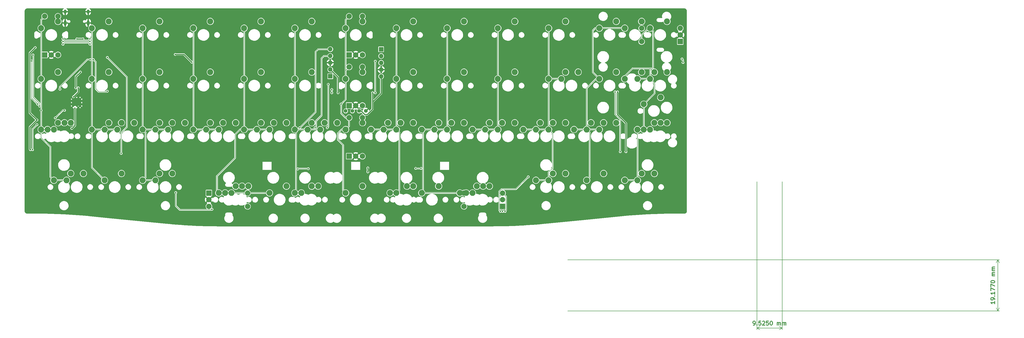
<source format=gbr>
%TF.GenerationSoftware,KiCad,Pcbnew,(6.0.11)*%
%TF.CreationDate,2023-07-16T00:11:03+02:00*%
%TF.ProjectId,alpha-curISO_routingv6,616c7068-612d-4637-9572-49534f5f726f,rev?*%
%TF.SameCoordinates,Original*%
%TF.FileFunction,Copper,L1,Top*%
%TF.FilePolarity,Positive*%
%FSLAX46Y46*%
G04 Gerber Fmt 4.6, Leading zero omitted, Abs format (unit mm)*
G04 Created by KiCad (PCBNEW (6.0.11)) date 2023-07-16 00:11:03*
%MOMM*%
%LPD*%
G01*
G04 APERTURE LIST*
%ADD10C,0.300000*%
%TA.AperFunction,NonConductor*%
%ADD11C,0.300000*%
%TD*%
%TA.AperFunction,NonConductor*%
%ADD12C,0.200000*%
%TD*%
%TA.AperFunction,ComponentPad*%
%ADD13C,2.250000*%
%TD*%
%TA.AperFunction,ComponentPad*%
%ADD14R,2.000000X2.000000*%
%TD*%
%TA.AperFunction,ComponentPad*%
%ADD15C,2.000000*%
%TD*%
%TA.AperFunction,ComponentPad*%
%ADD16C,2.200000*%
%TD*%
%TA.AperFunction,ComponentPad*%
%ADD17C,1.397000*%
%TD*%
%TA.AperFunction,ComponentPad*%
%ADD18R,1.700000X1.700000*%
%TD*%
%TA.AperFunction,ComponentPad*%
%ADD19O,1.700000X1.700000*%
%TD*%
%TA.AperFunction,ComponentPad*%
%ADD20O,1.000000X1.600000*%
%TD*%
%TA.AperFunction,ComponentPad*%
%ADD21O,1.000000X2.100000*%
%TD*%
%TA.AperFunction,ComponentPad*%
%ADD22C,0.600000*%
%TD*%
%TA.AperFunction,ViaPad*%
%ADD23C,0.600000*%
%TD*%
%TA.AperFunction,Conductor*%
%ADD24C,0.600000*%
%TD*%
%TA.AperFunction,Conductor*%
%ADD25C,0.381000*%
%TD*%
%TA.AperFunction,Conductor*%
%ADD26C,0.200000*%
%TD*%
G04 APERTURE END LIST*
D10*
D11*
X296887071Y-167788571D02*
X297172785Y-167788571D01*
X297315642Y-167717142D01*
X297387071Y-167645714D01*
X297529928Y-167431428D01*
X297601357Y-167145714D01*
X297601357Y-166574285D01*
X297529928Y-166431428D01*
X297458500Y-166360000D01*
X297315642Y-166288571D01*
X297029928Y-166288571D01*
X296887071Y-166360000D01*
X296815642Y-166431428D01*
X296744214Y-166574285D01*
X296744214Y-166931428D01*
X296815642Y-167074285D01*
X296887071Y-167145714D01*
X297029928Y-167217142D01*
X297315642Y-167217142D01*
X297458500Y-167145714D01*
X297529928Y-167074285D01*
X297601357Y-166931428D01*
X298244214Y-167645714D02*
X298315642Y-167717142D01*
X298244214Y-167788571D01*
X298172785Y-167717142D01*
X298244214Y-167645714D01*
X298244214Y-167788571D01*
X299672785Y-166288571D02*
X298958500Y-166288571D01*
X298887071Y-167002857D01*
X298958500Y-166931428D01*
X299101357Y-166860000D01*
X299458500Y-166860000D01*
X299601357Y-166931428D01*
X299672785Y-167002857D01*
X299744214Y-167145714D01*
X299744214Y-167502857D01*
X299672785Y-167645714D01*
X299601357Y-167717142D01*
X299458500Y-167788571D01*
X299101357Y-167788571D01*
X298958500Y-167717142D01*
X298887071Y-167645714D01*
X300315642Y-166431428D02*
X300387071Y-166360000D01*
X300529928Y-166288571D01*
X300887071Y-166288571D01*
X301029928Y-166360000D01*
X301101357Y-166431428D01*
X301172785Y-166574285D01*
X301172785Y-166717142D01*
X301101357Y-166931428D01*
X300244214Y-167788571D01*
X301172785Y-167788571D01*
X302529928Y-166288571D02*
X301815642Y-166288571D01*
X301744214Y-167002857D01*
X301815642Y-166931428D01*
X301958500Y-166860000D01*
X302315642Y-166860000D01*
X302458500Y-166931428D01*
X302529928Y-167002857D01*
X302601357Y-167145714D01*
X302601357Y-167502857D01*
X302529928Y-167645714D01*
X302458500Y-167717142D01*
X302315642Y-167788571D01*
X301958500Y-167788571D01*
X301815642Y-167717142D01*
X301744214Y-167645714D01*
X303529928Y-166288571D02*
X303672785Y-166288571D01*
X303815642Y-166360000D01*
X303887071Y-166431428D01*
X303958500Y-166574285D01*
X304029928Y-166860000D01*
X304029928Y-167217142D01*
X303958500Y-167502857D01*
X303887071Y-167645714D01*
X303815642Y-167717142D01*
X303672785Y-167788571D01*
X303529928Y-167788571D01*
X303387071Y-167717142D01*
X303315642Y-167645714D01*
X303244214Y-167502857D01*
X303172785Y-167217142D01*
X303172785Y-166860000D01*
X303244214Y-166574285D01*
X303315642Y-166431428D01*
X303387071Y-166360000D01*
X303529928Y-166288571D01*
X305815642Y-167788571D02*
X305815642Y-166788571D01*
X305815642Y-166931428D02*
X305887071Y-166860000D01*
X306029928Y-166788571D01*
X306244214Y-166788571D01*
X306387071Y-166860000D01*
X306458500Y-167002857D01*
X306458500Y-167788571D01*
X306458500Y-167002857D02*
X306529928Y-166860000D01*
X306672785Y-166788571D01*
X306887071Y-166788571D01*
X307029928Y-166860000D01*
X307101357Y-167002857D01*
X307101357Y-167788571D01*
X307815642Y-167788571D02*
X307815642Y-166788571D01*
X307815642Y-166931428D02*
X307887071Y-166860000D01*
X308029928Y-166788571D01*
X308244214Y-166788571D01*
X308387071Y-166860000D01*
X308458500Y-167002857D01*
X308458500Y-167788571D01*
X308458500Y-167002857D02*
X308529928Y-166860000D01*
X308672785Y-166788571D01*
X308887071Y-166788571D01*
X309029928Y-166860000D01*
X309101357Y-167002857D01*
X309101357Y-167788571D01*
D12*
X298196000Y-113847500D02*
X298196000Y-169496420D01*
X307721000Y-113847500D02*
X307721000Y-169496420D01*
X298196000Y-168910000D02*
X307721000Y-168910000D01*
X298196000Y-168910000D02*
X307721000Y-168910000D01*
X298196000Y-168910000D02*
X299322504Y-169496421D01*
X298196000Y-168910000D02*
X299322504Y-168323579D01*
X307721000Y-168910000D02*
X306594496Y-168323579D01*
X307721000Y-168910000D02*
X306594496Y-169496421D01*
D10*
D11*
X387498571Y-158915928D02*
X387498571Y-159773071D01*
X387498571Y-159344500D02*
X385998571Y-159344500D01*
X386212857Y-159487357D01*
X386355714Y-159630214D01*
X386427142Y-159773071D01*
X387498571Y-158201642D02*
X387498571Y-157915928D01*
X387427142Y-157773071D01*
X387355714Y-157701642D01*
X387141428Y-157558785D01*
X386855714Y-157487357D01*
X386284285Y-157487357D01*
X386141428Y-157558785D01*
X386070000Y-157630214D01*
X385998571Y-157773071D01*
X385998571Y-158058785D01*
X386070000Y-158201642D01*
X386141428Y-158273071D01*
X386284285Y-158344500D01*
X386641428Y-158344500D01*
X386784285Y-158273071D01*
X386855714Y-158201642D01*
X386927142Y-158058785D01*
X386927142Y-157773071D01*
X386855714Y-157630214D01*
X386784285Y-157558785D01*
X386641428Y-157487357D01*
X387355714Y-156844500D02*
X387427142Y-156773071D01*
X387498571Y-156844500D01*
X387427142Y-156915928D01*
X387355714Y-156844500D01*
X387498571Y-156844500D01*
X387498571Y-155344500D02*
X387498571Y-156201642D01*
X387498571Y-155773071D02*
X385998571Y-155773071D01*
X386212857Y-155915928D01*
X386355714Y-156058785D01*
X386427142Y-156201642D01*
X385998571Y-154844500D02*
X385998571Y-153844500D01*
X387498571Y-154487357D01*
X385998571Y-153415928D02*
X385998571Y-152415928D01*
X387498571Y-153058785D01*
X385998571Y-151558785D02*
X385998571Y-151415928D01*
X386070000Y-151273071D01*
X386141428Y-151201642D01*
X386284285Y-151130214D01*
X386570000Y-151058785D01*
X386927142Y-151058785D01*
X387212857Y-151130214D01*
X387355714Y-151201642D01*
X387427142Y-151273071D01*
X387498571Y-151415928D01*
X387498571Y-151558785D01*
X387427142Y-151701642D01*
X387355714Y-151773071D01*
X387212857Y-151844500D01*
X386927142Y-151915928D01*
X386570000Y-151915928D01*
X386284285Y-151844500D01*
X386141428Y-151773071D01*
X386070000Y-151701642D01*
X385998571Y-151558785D01*
X387498571Y-149273071D02*
X386498571Y-149273071D01*
X386641428Y-149273071D02*
X386570000Y-149201642D01*
X386498571Y-149058785D01*
X386498571Y-148844500D01*
X386570000Y-148701642D01*
X386712857Y-148630214D01*
X387498571Y-148630214D01*
X386712857Y-148630214D02*
X386570000Y-148558785D01*
X386498571Y-148415928D01*
X386498571Y-148201642D01*
X386570000Y-148058785D01*
X386712857Y-147987357D01*
X387498571Y-147987357D01*
X387498571Y-147273071D02*
X386498571Y-147273071D01*
X386641428Y-147273071D02*
X386570000Y-147201642D01*
X386498571Y-147058785D01*
X386498571Y-146844500D01*
X386570000Y-146701642D01*
X386712857Y-146630214D01*
X387498571Y-146630214D01*
X386712857Y-146630214D02*
X386570000Y-146558785D01*
X386498571Y-146415928D01*
X386498571Y-146201642D01*
X386570000Y-146058785D01*
X386712857Y-145987357D01*
X387498571Y-145987357D01*
D12*
X227195000Y-143256000D02*
X389206420Y-143256000D01*
X227195000Y-162433000D02*
X389206420Y-162433000D01*
X388620000Y-143256000D02*
X388620000Y-162433000D01*
X388620000Y-143256000D02*
X388620000Y-162433000D01*
X388620000Y-143256000D02*
X388033579Y-144382504D01*
X388620000Y-143256000D02*
X389206421Y-144382504D01*
X388620000Y-162433000D02*
X389206421Y-161306496D01*
X388620000Y-162433000D02*
X388033579Y-161306496D01*
D13*
%TO.P,SW30(ortho)1,1,1*%
%TO.N,COL3*%
X86677500Y-94280487D03*
%TO.P,SW30(ortho)1,2,2*%
%TO.N,Net-(D15-Pad2)*%
X93027500Y-91740487D03*
%TD*%
%TO.P,SW12,1,1*%
%TO.N,COL11*%
X239077500Y-56197500D03*
%TO.P,SW12,2,2*%
%TO.N,Net-(D42-Pad2)*%
X245427500Y-53657500D03*
%TD*%
%TO.P,SW31(ortho)1,1,1*%
%TO.N,COL4*%
X105727500Y-94280487D03*
%TO.P,SW31(ortho)1,2,2*%
%TO.N,Net-(D18-Pad2)*%
X112077500Y-91740487D03*
%TD*%
%TO.P,SW43(1.75)1,1,1*%
%TO.N,COL5*%
X127172566Y-118095521D03*
%TO.P,SW43(1.75)1,2,2*%
%TO.N,Net-(D23-Pad2)*%
X133522566Y-115555521D03*
%TD*%
%TO.P,SW48,1,1*%
%TO.N,COL11*%
X234315000Y-113347500D03*
%TO.P,SW48,2,2*%
%TO.N,Net-(D45-Pad2)*%
X240665000Y-110807500D03*
%TD*%
%TO.P,SW33(1.5stagger)1,1,1*%
%TO.N,COL7*%
X153352500Y-94280487D03*
%TO.P,SW33(1.5stagger)1,2,2*%
%TO.N,Net-(D29-Pad2)*%
X159702500Y-91740487D03*
%TD*%
D14*
%TO.P,SW_rotary3,A,A*%
%TO.N,PD5*%
X145137500Y-66237500D03*
D15*
%TO.P,SW_rotary3,B,B*%
%TO.N,PD2*%
X150137500Y-66237500D03*
%TO.P,SW_rotary3,C,C*%
%TO.N,GND*%
X147637500Y-66237500D03*
%TO.P,SW_rotary3,S1,S1*%
%TO.N,R_row3*%
X150137500Y-51737500D03*
%TO.P,SW_rotary3,S2,S2*%
%TO.N,COL6*%
X145137500Y-51737500D03*
%TD*%
D13*
%TO.P,SW42(3)1,1,1*%
%TO.N,COL4*%
X115252500Y-118110000D03*
%TO.P,SW42(3)1,2,2*%
%TO.N,R_row5*%
X121602500Y-115570000D03*
%TD*%
%TO.P,SW32(ortho)1,1,1*%
%TO.N,COL5*%
X124777500Y-94280487D03*
%TO.P,SW32(ortho)1,2,2*%
%TO.N,Net-(D22-Pad2)*%
X131127500Y-91740487D03*
%TD*%
%TO.P,SW42(1)1,1,1*%
%TO.N,COL4*%
X96202500Y-118110000D03*
%TO.P,SW42(1)1,2,2*%
%TO.N,R_row5*%
X102552500Y-115570000D03*
%TD*%
%TO.P,SW34(1.5stagger)1,1,1*%
%TO.N,COL8*%
X172402500Y-94280487D03*
%TO.P,SW34(1.5stagger)1,2,2*%
%TO.N,Net-(D33-Pad2)*%
X178752500Y-91740487D03*
%TD*%
%TO.P,SW21,1,1*%
%TO.N,COL7*%
X162877500Y-75247500D03*
%TO.P,SW21,2,2*%
%TO.N,Net-(D28-Pad2)*%
X169227500Y-72707500D03*
%TD*%
%TO.P,SW28,1,1*%
%TO.N,COL1*%
X53340000Y-94280487D03*
%TO.P,SW28,2,2*%
%TO.N,Net-(D7-Pad2)*%
X59690000Y-91740487D03*
%TD*%
%TO.P,SW8,1,1*%
%TO.N,COL7*%
X162877500Y-56197500D03*
%TO.P,SW8,2,2*%
%TO.N,Net-(D27-Pad2)*%
X169227500Y-53657500D03*
%TD*%
%TO.P,SW28(1.5stagger)1,1,1*%
%TO.N,COL1*%
X58102500Y-94280487D03*
%TO.P,SW28(1.5stagger)1,2,2*%
%TO.N,Net-(D7-Pad2)*%
X64452500Y-91740487D03*
%TD*%
%TO.P,SW46(1.5)1,1,1*%
%TO.N,COL8*%
X186690000Y-118110000D03*
%TO.P,SW46(1.5)1,2,2*%
%TO.N,R_col6*%
X193040000Y-115570000D03*
%TD*%
%TO.P,SW23,1,1*%
%TO.N,COL9*%
X200977500Y-75247500D03*
%TO.P,SW23,2,2*%
%TO.N,Net-(D36-Pad2)*%
X207327500Y-72707500D03*
%TD*%
%TO.P,SW36,1,1*%
%TO.N,COL10*%
X215265000Y-94280487D03*
%TO.P,SW36,2,2*%
%TO.N,Net-(D40-Pad2)*%
X221615000Y-91740487D03*
%TD*%
%TO.P,SW12(2)1,1,1*%
%TO.N,COL11*%
X248602500Y-56197500D03*
%TO.P,SW12(2)1,2,2*%
%TO.N,Net-(D42-Pad2)*%
X254952500Y-53657500D03*
%TD*%
%TO.P,SW15,1,1*%
%TO.N,COL1*%
X48577500Y-75247500D03*
%TO.P,SW15,2,2*%
%TO.N,Net-(D6-Pad2)*%
X54927500Y-72707500D03*
%TD*%
%TO.P,SW50(ortho)1,1,1*%
%TO.N,COL6*%
X143827500Y-94280487D03*
%TO.P,SW50(ortho)1,2,2*%
%TO.N,R_row7*%
X150177500Y-91740487D03*
%TD*%
%TO.P,SW39(1.5)1,1,1*%
%TO.N,COL0*%
X39052500Y-113347500D03*
%TO.P,SW39(1.5)1,2,2*%
%TO.N,Net-(D4-Pad2)*%
X45402500Y-110807500D03*
%TD*%
%TO.P,SW6,1,1*%
%TO.N,COL5*%
X124777500Y-56197500D03*
%TO.P,SW6,2,2*%
%TO.N,Net-(D20-Pad2)*%
X131127500Y-53657500D03*
%TD*%
%TO.P,SW31,1,1*%
%TO.N,COL4*%
X110490000Y-94280487D03*
%TO.P,SW31,2,2*%
%TO.N,Net-(D18-Pad2)*%
X116840000Y-91740487D03*
%TD*%
%TO.P,SW37(1.5stagger)1,1,1*%
%TO.N,COL11*%
X229552500Y-94280487D03*
%TO.P,SW37(1.5stagger)1,2,2*%
%TO.N,Net-(D44-Pad2)*%
X235902500Y-91740487D03*
%TD*%
%TO.P,SW38(1.25)1,1,1*%
%TO.N,COL12*%
X255745000Y-94280487D03*
%TO.P,SW38(1.25)1,2,2*%
%TO.N,Net-(D48-Pad2)*%
X262095000Y-91740487D03*
%TD*%
%TO.P,SW47,1,1*%
%TO.N,COL10*%
X215265000Y-113347500D03*
%TO.P,SW47,2,2*%
%TO.N,Net-(D41-Pad2)*%
X221615000Y-110807500D03*
%TD*%
%TO.P,SW26(1.5)1,1,1*%
%TO.N,COL12*%
X253365000Y-75247500D03*
%TO.P,SW26(1.5)1,2,2*%
%TO.N,Net-(D47-Pad2)*%
X259715000Y-72707500D03*
%TD*%
%TO.P,SW46(1)1,1,1*%
%TO.N,COL8*%
X191452500Y-118110000D03*
%TO.P,SW46(1)1,2,2*%
%TO.N,R_col6*%
X197802500Y-115570000D03*
%TD*%
%TO.P,SW1,1,1*%
%TO.N,COL0*%
X29527500Y-56197500D03*
%TO.P,SW1,2,2*%
%TO.N,R_row1*%
X35877500Y-53657500D03*
%TD*%
%TO.P,SW26(ISO)1,1,1*%
%TO.N,COL12*%
X255746250Y-84772500D03*
%TO.P,SW26(ISO)1,2,2*%
%TO.N,Net-(D47-Pad2)*%
X262096250Y-82232500D03*
%TD*%
%TO.P,SW37(ortho)1,1,1*%
%TO.N,COL11*%
X239077500Y-94280487D03*
%TO.P,SW37(ortho)1,2,2*%
%TO.N,Net-(D44-Pad2)*%
X245427500Y-91740487D03*
%TD*%
%TO.P,SW41(1.5)1,1,1*%
%TO.N,COL2*%
X67627500Y-113347500D03*
%TO.P,SW41(1.5)1,2,2*%
%TO.N,Net-(D12-Pad2)*%
X73977500Y-110807500D03*
%TD*%
%TO.P,SW27(ortho)1,1,1*%
%TO.N,COL0*%
X29527500Y-94280487D03*
%TO.P,SW27(ortho)1,2,2*%
%TO.N,Net-(D3-Pad2)*%
X35877500Y-91740487D03*
%TD*%
%TO.P,SW38(1.5)1,1,1*%
%TO.N,COL12*%
X253365000Y-94280487D03*
%TO.P,SW38(1.5)1,2,2*%
%TO.N,Net-(D48-Pad2)*%
X259715000Y-91740487D03*
%TD*%
D14*
%TO.P,SW_rotary2,A,A*%
%TO.N,R2_A*%
X269437500Y-61237500D03*
D15*
%TO.P,SW_rotary2,B,B*%
%TO.N,R2_B*%
X269437500Y-56237500D03*
%TO.P,SW_rotary2,C,C*%
%TO.N,GND*%
X269437500Y-58737500D03*
%TO.P,SW_rotary2,S1,S1*%
%TO.N,R_row2*%
X254937500Y-56237500D03*
%TO.P,SW_rotary2,S2,S2*%
%TO.N,COL12*%
X254937500Y-61237500D03*
%TD*%
D14*
%TO.P,SW_rotary6,A,A*%
%TO.N,R2_A*%
X202762500Y-123150000D03*
D15*
%TO.P,SW_rotary6,B,B*%
%TO.N,R2_B*%
X202762500Y-118150000D03*
%TO.P,SW_rotary6,C,C*%
%TO.N,GND*%
X202762500Y-120650000D03*
%TO.P,SW_rotary6,S1,S1*%
%TO.N,COL8*%
X188262500Y-118150000D03*
%TO.P,SW_rotary6,S2,S2*%
%TO.N,R_col6*%
X188262500Y-123150000D03*
%TD*%
D13*
%TO.P,SW9,1,1*%
%TO.N,COL8*%
X181927500Y-56197500D03*
%TO.P,SW9,2,2*%
%TO.N,Net-(D31-Pad2)*%
X188277500Y-53657500D03*
%TD*%
%TO.P,SW33,1,1*%
%TO.N,COL7*%
X158115000Y-94280487D03*
%TO.P,SW33,2,2*%
%TO.N,Net-(D29-Pad2)*%
X164465000Y-91740487D03*
%TD*%
%TO.P,SW43(2)1,1,1*%
%TO.N,COL5*%
X124777500Y-118110000D03*
%TO.P,SW43(2)1,2,2*%
%TO.N,Net-(D23-Pad2)*%
X131127500Y-115570000D03*
%TD*%
D16*
%TO.P,SW44(4)1,1,1*%
%TO.N,COL6*%
X143827500Y-118110000D03*
%TO.P,SW44(4)1,2,2*%
%TO.N,Net-(D24-Pad2)*%
X150177500Y-115570000D03*
%TD*%
D13*
%TO.P,SW33(ortho)1,1,1*%
%TO.N,COL7*%
X162877500Y-94280487D03*
%TO.P,SW33(ortho)1,2,2*%
%TO.N,Net-(D29-Pad2)*%
X169227500Y-91740487D03*
%TD*%
%TO.P,SW10,1,1*%
%TO.N,COL9*%
X200977500Y-56197500D03*
%TO.P,SW10,2,2*%
%TO.N,Net-(D35-Pad2)*%
X207327500Y-53657500D03*
%TD*%
%TO.P,SW18,1,1*%
%TO.N,COL4*%
X105727500Y-75247500D03*
%TO.P,SW18,2,2*%
%TO.N,Net-(D17-Pad2)*%
X112077500Y-72707500D03*
%TD*%
%TO.P,SW34(ortho)1,1,1*%
%TO.N,COL8*%
X181927500Y-94280487D03*
%TO.P,SW34(ortho)1,2,2*%
%TO.N,Net-(D33-Pad2)*%
X188277500Y-91740487D03*
%TD*%
%TO.P,SW36(ortho)1,1,1*%
%TO.N,COL10*%
X220027500Y-94280487D03*
%TO.P,SW36(ortho)1,2,2*%
%TO.N,Net-(D40-Pad2)*%
X226377500Y-91740487D03*
%TD*%
D14*
%TO.P,SW_rotary5,A,A*%
%TO.N,R1_A*%
X92512500Y-118150000D03*
D15*
%TO.P,SW_rotary5,B,B*%
%TO.N,R1_B*%
X92512500Y-123150000D03*
%TO.P,SW_rotary5,C,C*%
%TO.N,GND*%
X92512500Y-120650000D03*
%TO.P,SW_rotary5,S1,S1*%
%TO.N,R_row5*%
X107012500Y-123150000D03*
%TO.P,SW_rotary5,S2,S2*%
%TO.N,COL4*%
X107012500Y-118150000D03*
%TD*%
D13*
%TO.P,SW2,1,1*%
%TO.N,COL1*%
X48577500Y-56197500D03*
%TO.P,SW2,2,2*%
%TO.N,Net-(D5-Pad2)*%
X54927500Y-53657500D03*
%TD*%
%TO.P,SW38(ortho)1,1,1*%
%TO.N,COL12*%
X258127500Y-94280487D03*
%TO.P,SW38(ortho)1,2,2*%
%TO.N,Net-(D48-Pad2)*%
X264477500Y-91740487D03*
%TD*%
%TO.P,SW49(1.5)1,1,1*%
%TO.N,COL12*%
X248602500Y-113347500D03*
%TO.P,SW49(1.5)1,2,2*%
%TO.N,Net-(D49-Pad2)*%
X254952500Y-110807500D03*
%TD*%
%TO.P,SW34,1,1*%
%TO.N,COL8*%
X177165000Y-94280487D03*
%TO.P,SW34,2,2*%
%TO.N,Net-(D33-Pad2)*%
X183515000Y-91740487D03*
%TD*%
%TO.P,SW4,1,1*%
%TO.N,COL3*%
X86677500Y-56197500D03*
%TO.P,SW4,2,2*%
%TO.N,Net-(D13-Pad2)*%
X93027500Y-53657500D03*
%TD*%
%TO.P,SW13,1,1*%
%TO.N,COL12*%
X258127500Y-56197500D03*
%TO.P,SW13,2,2*%
%TO.N,R_row2*%
X264477500Y-53657500D03*
%TD*%
%TO.P,SW35(ortho)1,1,1*%
%TO.N,COL9*%
X200977500Y-94280487D03*
%TO.P,SW35(ortho)1,2,2*%
%TO.N,Net-(D37-Pad2)*%
X207327500Y-91740487D03*
%TD*%
%TO.P,SW32,1,1*%
%TO.N,COL5*%
X129540000Y-94280487D03*
%TO.P,SW32,2,2*%
%TO.N,Net-(D22-Pad2)*%
X135890000Y-91740487D03*
%TD*%
%TO.P,SW29(ortho)1,1,1*%
%TO.N,COL2*%
X67627500Y-94280487D03*
%TO.P,SW29(ortho)1,2,2*%
%TO.N,Net-(D11-Pad2)*%
X73977500Y-91740487D03*
%TD*%
%TO.P,SW30(1.5stagger)1,1,1*%
%TO.N,COL3*%
X96202500Y-94280487D03*
%TO.P,SW30(1.5stagger)1,2,2*%
%TO.N,Net-(D15-Pad2)*%
X102552500Y-91740487D03*
%TD*%
%TO.P,SW29(1.5stagger)1,1,1*%
%TO.N,COL2*%
X77152500Y-94280487D03*
%TO.P,SW29(1.5stagger)1,2,2*%
%TO.N,Net-(D11-Pad2)*%
X83502500Y-91740487D03*
%TD*%
%TO.P,SW45(2)1,1,1*%
%TO.N,COL7*%
X162877500Y-118110000D03*
%TO.P,SW45(2)1,2,2*%
%TO.N,Net-(D30-Pad2)*%
X169227500Y-115570000D03*
%TD*%
%TO.P,SW46(1.25)1,1,1*%
%TO.N,COL8*%
X189085066Y-118095521D03*
%TO.P,SW46(1.25)1,2,2*%
%TO.N,R_col6*%
X195435066Y-115555521D03*
%TD*%
D17*
%TO.P,OL1,1,SDA*%
%TO.N,SDA*%
X143827500Y-87312500D03*
%TO.P,OL1,2,SCL*%
%TO.N,SCL*%
X146367500Y-87312500D03*
%TO.P,OL1,3,VCC*%
%TO.N,+3V3*%
X148907500Y-87312500D03*
%TO.P,OL1,4,GND*%
%TO.N,GND*%
X151447500Y-87312500D03*
%TD*%
D13*
%TO.P,SW16,1,1*%
%TO.N,COL2*%
X67627500Y-75247500D03*
%TO.P,SW16,2,2*%
%TO.N,Net-(D10-Pad2)*%
X73977500Y-72707500D03*
%TD*%
%TO.P,SW25,1,1*%
%TO.N,COL11*%
X239077500Y-75247500D03*
%TO.P,SW25,2,2*%
%TO.N,Net-(D43-Pad2)*%
X245427500Y-72707500D03*
%TD*%
%TO.P,SW46(3)1,1,1*%
%TO.N,COL8*%
X172402500Y-118110000D03*
%TO.P,SW46(3)1,2,2*%
%TO.N,R_col6*%
X178752500Y-115570000D03*
%TD*%
%TO.P,SW39,1,1*%
%TO.N,COL0*%
X34290000Y-113347500D03*
%TO.P,SW39,2,2*%
%TO.N,Net-(D4-Pad2)*%
X40640000Y-110807500D03*
%TD*%
%TO.P,SW19,1,1*%
%TO.N,COL5*%
X124777500Y-75247500D03*
%TO.P,SW19,2,2*%
%TO.N,Net-(D21-Pad2)*%
X131127500Y-72707500D03*
%TD*%
D18*
%TO.P,J2,1,Pin_1*%
%TO.N,PD2*%
X157162500Y-64135000D03*
D19*
%TO.P,J2,2,Pin_2*%
%TO.N,Net-(C18-Pad2)*%
X157162500Y-66675000D03*
%TO.P,J2,3,Pin_3*%
%TO.N,PD5*%
X157162500Y-69215000D03*
%TO.P,J2,4,Pin_4*%
%TO.N,GND*%
X157162500Y-71755000D03*
%TO.P,J2,5,Pin_5*%
%TO.N,+3V3*%
X157162500Y-74295000D03*
%TD*%
D13*
%TO.P,SW44(6)1,1,1*%
%TO.N,COL6*%
X143827500Y-118110000D03*
%TO.P,SW44(6)1,2,2*%
%TO.N,Net-(D24-Pad2)*%
X150177500Y-115570000D03*
%TD*%
%TO.P,SW35,1,1*%
%TO.N,COL9*%
X196215000Y-94280487D03*
%TO.P,SW35,2,2*%
%TO.N,Net-(D37-Pad2)*%
X202565000Y-91740487D03*
%TD*%
%TO.P,SW37,1,1*%
%TO.N,COL11*%
X234315000Y-94280487D03*
%TO.P,SW37,2,2*%
%TO.N,Net-(D44-Pad2)*%
X240665000Y-91740487D03*
%TD*%
%TO.P,SW20,1,1*%
%TO.N,COL6*%
X143827500Y-75247500D03*
%TO.P,SW20,2,2*%
%TO.N,R_row4*%
X150177500Y-72707500D03*
%TD*%
%TO.P,SW11,1,1*%
%TO.N,COL10*%
X220027500Y-56197500D03*
%TO.P,SW11,2,2*%
%TO.N,Net-(D38-Pad2)*%
X226377500Y-53657500D03*
%TD*%
%TO.P,SW24(1.5)1,1,1*%
%TO.N,COL10*%
X224790000Y-75247500D03*
%TO.P,SW24(1.5)1,2,2*%
%TO.N,Net-(D39-Pad2)*%
X231140000Y-72707500D03*
%TD*%
%TO.P,SW7,1,1*%
%TO.N,COL6*%
X143827500Y-56197500D03*
%TO.P,SW7,2,2*%
%TO.N,R_row3*%
X150177500Y-53657500D03*
%TD*%
%TO.P,SW40,1,1*%
%TO.N,COL1*%
X53340000Y-113347500D03*
%TO.P,SW40,2,2*%
%TO.N,Net-(D8-Pad2)*%
X59690000Y-110807500D03*
%TD*%
%TO.P,SW26(2)1,1,1*%
%TO.N,COL12*%
X248602500Y-75247500D03*
%TO.P,SW26(2)1,2,2*%
%TO.N,Net-(D47-Pad2)*%
X254952500Y-72707500D03*
%TD*%
%TO.P,SW48(3)1,1,1*%
%TO.N,COL11*%
X234315000Y-113347500D03*
%TO.P,SW48(3)1,2,2*%
%TO.N,Net-(D45-Pad2)*%
X240665000Y-110807500D03*
%TD*%
D14*
%TO.P,SW_rotary1,A,A*%
%TO.N,R1_A*%
X30837500Y-66237500D03*
D15*
%TO.P,SW_rotary1,B,B*%
%TO.N,R1_B*%
X35837500Y-66237500D03*
%TO.P,SW_rotary1,C,C*%
%TO.N,GND*%
X33337500Y-66237500D03*
%TO.P,SW_rotary1,S1,S1*%
%TO.N,R_row1*%
X35837500Y-51737500D03*
%TO.P,SW_rotary1,S2,S2*%
%TO.N,COL0*%
X30837500Y-51737500D03*
%TD*%
D14*
%TO.P,SW_rotary4,A,A*%
%TO.N,SDA*%
X145137500Y-85287500D03*
D15*
%TO.P,SW_rotary4,B,B*%
%TO.N,SCL*%
X150137500Y-85287500D03*
%TO.P,SW_rotary4,C,C*%
%TO.N,GND*%
X147637500Y-85287500D03*
%TO.P,SW_rotary4,S1,S1*%
%TO.N,R_row4*%
X150137500Y-70787500D03*
%TO.P,SW_rotary4,S2,S2*%
%TO.N,COL6*%
X145137500Y-70787500D03*
%TD*%
D13*
%TO.P,SW36(1.5stagger)1,1,1*%
%TO.N,COL10*%
X210502500Y-94280487D03*
%TO.P,SW36(1.5stagger)1,2,2*%
%TO.N,Net-(D40-Pad2)*%
X216852500Y-91740487D03*
%TD*%
%TO.P,SW5,1,1*%
%TO.N,COL4*%
X105727500Y-56197500D03*
%TO.P,SW5,2,2*%
%TO.N,Net-(D16-Pad2)*%
X112077500Y-53657500D03*
%TD*%
%TO.P,SW44(3)1,1,1*%
%TO.N,COL6*%
X143827500Y-118110000D03*
%TO.P,SW44(3)1,2,2*%
%TO.N,Net-(D24-Pad2)*%
X150177500Y-115570000D03*
%TD*%
D14*
%TO.P,SW_rotary7,A,A*%
%TO.N,R5_A*%
X145137500Y-104320487D03*
D15*
%TO.P,SW_rotary7,B,B*%
%TO.N,R5_B*%
X150137500Y-104320487D03*
%TO.P,SW_rotary7,C,C*%
%TO.N,GND*%
X147637500Y-104320487D03*
%TO.P,SW_rotary7,S1,S1*%
%TO.N,R_row7*%
X150137500Y-89820487D03*
%TO.P,SW_rotary7,S2,S2*%
%TO.N,COL6*%
X145137500Y-89820487D03*
%TD*%
D13*
%TO.P,SW22,1,1*%
%TO.N,COL8*%
X181927500Y-75247500D03*
%TO.P,SW22,2,2*%
%TO.N,Net-(D32-Pad2)*%
X188277500Y-72707500D03*
%TD*%
%TO.P,SW27(1.5)1,1,1*%
%TO.N,COL0*%
X34290000Y-94280487D03*
%TO.P,SW27(1.5)1,2,2*%
%TO.N,Net-(D3-Pad2)*%
X40640000Y-91740487D03*
%TD*%
%TO.P,SW42(1.25)1,1,1*%
%TO.N,COL4*%
X98597566Y-118095521D03*
%TO.P,SW42(1.25)1,2,2*%
%TO.N,R_row5*%
X104947566Y-115555521D03*
%TD*%
%TO.P,SW42(1.5)1,1,1*%
%TO.N,COL4*%
X100965000Y-118110000D03*
%TO.P,SW42(1.5)1,2,2*%
%TO.N,R_row5*%
X107315000Y-115570000D03*
%TD*%
%TO.P,SW27(1.25)1,1,1*%
%TO.N,COL0*%
X31910000Y-94280487D03*
%TO.P,SW27(1.25)1,2,2*%
%TO.N,Net-(D3-Pad2)*%
X38260000Y-91740487D03*
%TD*%
%TO.P,SW49,1,1*%
%TO.N,COL12*%
X253365000Y-113347500D03*
%TO.P,SW49,2,2*%
%TO.N,Net-(D49-Pad2)*%
X259715000Y-110807500D03*
%TD*%
%TO.P,SW26,1,1*%
%TO.N,COL12*%
X258127500Y-75247500D03*
%TO.P,SW26,2,2*%
%TO.N,Net-(D47-Pad2)*%
X264477500Y-72707500D03*
%TD*%
%TO.P,SW28(ortho)1,1,1*%
%TO.N,COL1*%
X48577500Y-94280487D03*
%TO.P,SW28(ortho)1,2,2*%
%TO.N,Net-(D7-Pad2)*%
X54927500Y-91740487D03*
%TD*%
%TO.P,SW24,1,1*%
%TO.N,COL10*%
X220027500Y-75247500D03*
%TO.P,SW24,2,2*%
%TO.N,Net-(D39-Pad2)*%
X226377500Y-72707500D03*
%TD*%
%TO.P,SW17,1,1*%
%TO.N,COL3*%
X86677500Y-75247500D03*
%TO.P,SW17,2,2*%
%TO.N,Net-(D14-Pad2)*%
X93027500Y-72707500D03*
%TD*%
%TO.P,SW40(3)1,1,1*%
%TO.N,COL1*%
X53340000Y-113347500D03*
%TO.P,SW40(3)1,2,2*%
%TO.N,Net-(D8-Pad2)*%
X59690000Y-110807500D03*
%TD*%
%TO.P,SW3,1,1*%
%TO.N,COL2*%
X67627500Y-56197500D03*
%TO.P,SW3,2,2*%
%TO.N,Net-(D9-Pad2)*%
X73977500Y-53657500D03*
%TD*%
%TO.P,SW45(1.75)1,1,1*%
%TO.N,COL7*%
X160510066Y-118095521D03*
%TO.P,SW45(1.75)1,2,2*%
%TO.N,Net-(D30-Pad2)*%
X166860066Y-115555521D03*
%TD*%
%TO.P,SW14,1,1*%
%TO.N,COL0*%
X29527500Y-75247500D03*
%TO.P,SW14,2,2*%
%TO.N,Net-(D2-Pad2)*%
X35877500Y-72707500D03*
%TD*%
%TO.P,SW41,1,1*%
%TO.N,COL2*%
X72390000Y-113347500D03*
%TO.P,SW41,2,2*%
%TO.N,Net-(D12-Pad2)*%
X78740000Y-110807500D03*
%TD*%
%TO.P,SW47(1.5)1,1,1*%
%TO.N,COL10*%
X220027500Y-113347500D03*
%TO.P,SW47(1.5)1,2,2*%
%TO.N,Net-(D41-Pad2)*%
X226377500Y-110807500D03*
%TD*%
%TO.P,SW35(1.5stagger)1,1,1*%
%TO.N,COL9*%
X191452500Y-94280487D03*
%TO.P,SW35(1.5stagger)1,2,2*%
%TO.N,Net-(D37-Pad2)*%
X197802500Y-91740487D03*
%TD*%
%TO.P,SW30,1,1*%
%TO.N,COL3*%
X91440000Y-94280487D03*
%TO.P,SW30,2,2*%
%TO.N,Net-(D15-Pad2)*%
X97790000Y-91740487D03*
%TD*%
%TO.P,SW32(1.5stagger)1,1,1*%
%TO.N,COL5*%
X134302500Y-94280487D03*
%TO.P,SW32(1.5stagger)1,2,2*%
%TO.N,Net-(D22-Pad2)*%
X140652500Y-91740487D03*
%TD*%
%TO.P,SW31(1.5stagger)1,1,1*%
%TO.N,COL4*%
X115252500Y-94280487D03*
%TO.P,SW31(1.5stagger)1,2,2*%
%TO.N,Net-(D18-Pad2)*%
X121602500Y-91740487D03*
%TD*%
%TO.P,SW29,1,1*%
%TO.N,COL2*%
X72390000Y-94280487D03*
%TO.P,SW29,2,2*%
%TO.N,Net-(D11-Pad2)*%
X78740000Y-91740487D03*
%TD*%
D20*
%TO.P,USB1,13,SHIELD*%
%TO.N,GND*%
X47182500Y-50036838D03*
D21*
X38542500Y-54216838D03*
X47182500Y-54216838D03*
D20*
X38542500Y-50036838D03*
%TD*%
D22*
%TO.P,U1,57,GND*%
%TO.N,GND*%
X41587500Y-84138914D03*
X44137500Y-84138914D03*
X42862500Y-85413914D03*
X41587500Y-85413914D03*
X42862500Y-84138914D03*
X44137500Y-85413914D03*
X41587500Y-82863914D03*
X42862500Y-82863914D03*
X44137500Y-82863914D03*
%TD*%
D18*
%TO.P,J1,1,Pin_1*%
%TO.N,RESET*%
X138074000Y-74265000D03*
D19*
%TO.P,J1,2,Pin_2*%
%TO.N,+3V3*%
X138074000Y-71725000D03*
%TO.P,J1,3,Pin_3*%
%TO.N,GND*%
X138074000Y-69185000D03*
%TO.P,J1,4,Pin_4*%
%TO.N,SWD*%
X138074000Y-66645000D03*
%TO.P,J1,5,Pin_5*%
%TO.N,SWCLK*%
X138074000Y-64105000D03*
%TD*%
D23*
%TO.N,GND*%
X46037500Y-66252789D03*
X87306288Y-106340500D03*
X175260000Y-107538418D03*
X154305000Y-71755000D03*
X56663260Y-67017441D03*
X143520000Y-107176000D03*
X110236000Y-107188000D03*
X50800000Y-85217000D03*
X35402193Y-85150164D03*
X52387500Y-66675000D03*
X46024800Y-95961200D03*
X124473884Y-107479836D03*
X176921000Y-107176000D03*
X63373000Y-71755000D03*
X170942000Y-65652500D03*
X119888000Y-111887000D03*
X173037500Y-66675000D03*
X184912000Y-112014000D03*
X40795407Y-76458720D03*
X90297000Y-106807000D03*
X49177000Y-79756000D03*
X205740000Y-65652500D03*
X243078000Y-67945000D03*
X215221596Y-107398596D03*
X36830000Y-55753000D03*
X152146000Y-111887000D03*
X43942000Y-94996000D03*
X36096000Y-80179754D03*
X122237500Y-106362500D03*
X120015000Y-65652500D03*
X122237500Y-66675000D03*
X245364000Y-66675000D03*
X50130089Y-105317911D03*
X37306250Y-68041861D03*
X43631630Y-75209888D03*
X247485799Y-107363000D03*
X61912500Y-69850000D03*
X37422939Y-79072547D03*
X213360000Y-106340500D03*
X245268750Y-106299000D03*
X87376000Y-66675000D03*
X207899000Y-66675000D03*
X50165000Y-65652500D03*
X41485643Y-90057963D03*
X41661692Y-66296586D03*
X49530000Y-58928000D03*
X85217000Y-65652500D03*
X163477000Y-66548000D03*
%TO.N,+5V*%
X45212000Y-60234000D03*
X25482000Y-101854000D03*
X152146000Y-108712000D03*
X27940000Y-90678000D03*
X249047000Y-102616000D03*
X245872000Y-80137000D03*
X27296664Y-63491664D03*
X42926000Y-60233500D03*
X152146000Y-110200500D03*
%TO.N,+3V3*%
X79848500Y-66074500D03*
X153924000Y-80482500D03*
X42545000Y-78613000D03*
X44272742Y-72701007D03*
X140970000Y-80480901D03*
X86078000Y-68961000D03*
%TO.N,+1V1*%
X41021000Y-93853000D03*
X41656000Y-81991200D03*
X42226285Y-86244809D03*
X43434000Y-78613000D03*
%TO.N,ROW0*%
X37719000Y-60198000D03*
X47879000Y-60198000D03*
%TO.N,ROW1*%
X54356000Y-79883000D03*
X49177000Y-68034500D03*
X36576000Y-79121000D03*
X47978000Y-68034500D03*
%TO.N,ROW3*%
X80068901Y-117981401D03*
X93662500Y-124260500D03*
%TO.N,RESET*%
X136906000Y-93599000D03*
X137315000Y-77315000D03*
%TO.N,SWD*%
X132334000Y-93599000D03*
%TO.N,SWCLK*%
X126619000Y-93599000D03*
%TO.N,COL0*%
X29531376Y-87090305D03*
%TO.N,R1_A*%
X28928000Y-85487500D03*
X26486500Y-66237500D03*
%TO.N,R1_B*%
X25971500Y-68516500D03*
X28194000Y-84744500D03*
%TO.N,R2_A*%
X47884580Y-61231064D03*
X202764298Y-125059500D03*
X270090589Y-67770589D03*
X37719000Y-61214000D03*
X270470692Y-69095196D03*
%TO.N,R2_B*%
X203671032Y-125059500D03*
X47879000Y-62230000D03*
X37719000Y-62230000D03*
%TO.N,PD5*%
X138628000Y-79248000D03*
X138628000Y-80480901D03*
%TO.N,PD2*%
X154940000Y-68615500D03*
X154940000Y-80482500D03*
%TO.N,Net-(LED1-Pad2)*%
X125857000Y-109093000D03*
X129794000Y-109001500D03*
%TO.N,Net-(LED2-Pad2)*%
X170092910Y-108891464D03*
X172127911Y-108881911D03*
%TO.N,rgb underglow*%
X26289000Y-101854000D03*
X27940000Y-92456000D03*
%TO.N,Net-(LED8-Pad2)*%
X244983000Y-80137000D03*
X246888000Y-102616000D03*
%TO.N,RGB MCU*%
X38314384Y-87057228D03*
X34798000Y-89916000D03*
%TO.N,Audio*%
X201964795Y-125059500D03*
X212366951Y-112074056D03*
%TO.N,Net-(LED10-Pad2)*%
X54356000Y-67183000D03*
X59563000Y-103262000D03*
%TO.N,COL6*%
X142113000Y-84709000D03*
%TD*%
D24*
%TO.N,GND*%
X44137500Y-82863914D02*
X44137500Y-85413914D01*
X42538586Y-85090000D02*
X42862500Y-85413914D01*
X41910000Y-85091414D02*
X41910000Y-85090000D01*
X41587500Y-82863914D02*
X42862500Y-82863914D01*
X41587500Y-84138914D02*
X44137500Y-84138914D01*
X41587500Y-82863914D02*
X41587500Y-85413914D01*
X42862500Y-82863914D02*
X42862500Y-85413914D01*
X43813586Y-85090000D02*
X44137500Y-85413914D01*
X43186414Y-85090000D02*
X43813586Y-85090000D01*
X42862500Y-82863914D02*
X44137500Y-82863914D01*
X42862500Y-85413914D02*
X43186414Y-85090000D01*
X41910000Y-85090000D02*
X42538586Y-85090000D01*
X41587500Y-85413914D02*
X41910000Y-85091414D01*
D25*
%TO.N,+5V*%
X42926000Y-60233500D02*
X45211500Y-60233500D01*
X25273000Y-101645000D02*
X25482000Y-101854000D01*
X25273000Y-97282000D02*
X25273000Y-101645000D01*
X25281000Y-65507328D02*
X25281000Y-88019000D01*
X27940000Y-90678000D02*
X25273000Y-93345000D01*
X25281000Y-88019000D02*
X27940000Y-90678000D01*
X25273000Y-100711000D02*
X25273000Y-100203000D01*
X25273000Y-93345000D02*
X25273000Y-97282000D01*
X245872000Y-88714328D02*
X249047000Y-91889328D01*
X27296664Y-63491664D02*
X25281000Y-65507328D01*
X245872000Y-80137000D02*
X245872000Y-88714328D01*
X25273000Y-97282000D02*
X25273000Y-100203000D01*
X152146000Y-108712000D02*
X152146000Y-110200500D01*
X45211500Y-60233500D02*
X45212000Y-60234000D01*
X249047000Y-91889328D02*
X249047000Y-102616000D01*
%TO.N,+3V3*%
X153924000Y-83820000D02*
X153924000Y-80482500D01*
X149669500Y-87312500D02*
X151003000Y-88646000D01*
X148907500Y-87312500D02*
X149669500Y-87312500D01*
X151892000Y-88646000D02*
X153924000Y-86614000D01*
X42545000Y-74428749D02*
X44272742Y-72701007D01*
X42545000Y-78613000D02*
X42545000Y-74428749D01*
X151003000Y-88646000D02*
X151892000Y-88646000D01*
X83191500Y-66074500D02*
X86078000Y-68961000D01*
X157162500Y-80708500D02*
X157162500Y-74295000D01*
X140970000Y-74621000D02*
X140970000Y-80480901D01*
X154051000Y-83820000D02*
X153924000Y-83820000D01*
X79848500Y-66074500D02*
X83191500Y-66074500D01*
X154051000Y-83820000D02*
X157162500Y-80708500D01*
X138074000Y-71725000D02*
X140970000Y-74621000D01*
X153924000Y-86614000D02*
X153924000Y-83820000D01*
%TO.N,+1V1*%
X42226285Y-92800115D02*
X42226285Y-86244809D01*
X42226285Y-92800115D02*
X41173400Y-93853000D01*
X41656000Y-81991200D02*
X43434000Y-80213200D01*
X43434000Y-80213200D02*
X43434000Y-78613000D01*
X41173400Y-93853000D02*
X41021000Y-93853000D01*
D26*
%TO.N,ROW0*%
X47879000Y-60297000D02*
X47879000Y-60198000D01*
X37719000Y-60198000D02*
X38354500Y-60833500D01*
X47342500Y-60833500D02*
X47879000Y-60297000D01*
X38354500Y-60833500D02*
X47342500Y-60833500D01*
%TO.N,ROW1*%
X46791640Y-68034500D02*
X47978000Y-68034500D01*
X50038000Y-68895500D02*
X50038000Y-78994000D01*
X36576000Y-79121000D02*
X36576000Y-78250140D01*
X50038000Y-78994000D02*
X51181000Y-80137000D01*
X51181000Y-80137000D02*
X54102000Y-80137000D01*
X54102000Y-80137000D02*
X54356000Y-79883000D01*
X36576000Y-78250140D02*
X46791640Y-68034500D01*
X49177000Y-68034500D02*
X50038000Y-68895500D01*
%TO.N,ROW3*%
X80068901Y-122931401D02*
X80068901Y-117981401D01*
X81587500Y-124450000D02*
X93473000Y-124450000D01*
X81587500Y-124450000D02*
X80068901Y-122931401D01*
X93662500Y-124260500D02*
X93473000Y-124450000D01*
%TO.N,RESET*%
X136906000Y-93599000D02*
X137315000Y-93190000D01*
X137315000Y-93190000D02*
X137315000Y-77315000D01*
%TO.N,SWD*%
X132715000Y-93218000D02*
X132715000Y-91059000D01*
X134747000Y-67564000D02*
X135666000Y-66645000D01*
X132715000Y-91059000D02*
X134747000Y-89027000D01*
X135666000Y-66645000D02*
X138074000Y-66645000D01*
X134747000Y-89027000D02*
X134747000Y-67564000D01*
X132334000Y-93599000D02*
X132715000Y-93218000D01*
%TO.N,SWCLK*%
X126619000Y-93599000D02*
X132588000Y-87630000D01*
X133507000Y-64105000D02*
X138074000Y-64105000D01*
X132588000Y-65024000D02*
X133507000Y-64105000D01*
X132588000Y-87630000D02*
X132588000Y-65024000D01*
%TO.N,COL0*%
X29527500Y-56197500D02*
X29527500Y-75247500D01*
X29527500Y-94297500D02*
X34290000Y-94297500D01*
X30837500Y-51737500D02*
X29527500Y-53047500D01*
X29527500Y-86758735D02*
X29527500Y-86169500D01*
X34290000Y-113347500D02*
X39052500Y-113347500D01*
X29527500Y-94297500D02*
X29527500Y-97345500D01*
X29527500Y-86169500D02*
X29527500Y-94297500D01*
X33020000Y-100838000D02*
X33020000Y-112077500D01*
X29527500Y-97345500D02*
X33020000Y-100838000D01*
X29527500Y-75247500D02*
X29527500Y-86169500D01*
X33020000Y-112077500D02*
X34290000Y-113347500D01*
X29527500Y-53047500D02*
X29527500Y-56197500D01*
%TO.N,COL1*%
X48577500Y-108585000D02*
X53340000Y-113347500D01*
X48577500Y-75247500D02*
X48577500Y-94297500D01*
X48577500Y-94297500D02*
X58102500Y-94297500D01*
X48577500Y-94297500D02*
X48577500Y-108585000D01*
X48577500Y-56197500D02*
X48577500Y-75247500D01*
%TO.N,COL2*%
X67627500Y-94297500D02*
X68775217Y-95445217D01*
X68775217Y-112199783D02*
X67627500Y-113347500D01*
X68775217Y-95445217D02*
X68775217Y-112199783D01*
X67627500Y-94297500D02*
X77152500Y-94297500D01*
X72390000Y-113347500D02*
X67627500Y-113347500D01*
X67627500Y-56197500D02*
X67627500Y-94297500D01*
%TO.N,COL3*%
X86677500Y-94297500D02*
X96202500Y-94297500D01*
X86677500Y-56197500D02*
X86677500Y-94297500D01*
%TO.N,COL4*%
X95539000Y-111725000D02*
X95539000Y-117446500D01*
X115252500Y-118110000D02*
X98612045Y-118110000D01*
X102362000Y-104902000D02*
X95539000Y-111725000D01*
X105727500Y-56197500D02*
X105727500Y-94297500D01*
X98597566Y-118095521D02*
X96216979Y-118095521D01*
X105727500Y-94297500D02*
X115252500Y-94297500D01*
X102362000Y-96072010D02*
X102362000Y-104902000D01*
X105727500Y-94297500D02*
X104136510Y-94297500D01*
X96216979Y-118095521D02*
X96202500Y-118110000D01*
X98612045Y-118110000D02*
X98597566Y-118095521D01*
X104136510Y-94297500D02*
X102362000Y-96072010D01*
X95539000Y-117446500D02*
X96202500Y-118110000D01*
%TO.N,COL5*%
X127158087Y-118110000D02*
X127172566Y-118095521D01*
X124777500Y-118110000D02*
X127158087Y-118110000D01*
X125222000Y-94742000D02*
X125222000Y-117665500D01*
X134302500Y-94280487D02*
X124777500Y-94280487D01*
X125222000Y-117665500D02*
X124777500Y-118110000D01*
X124777500Y-94297500D02*
X125222000Y-94742000D01*
X124777500Y-56197500D02*
X124777500Y-94297500D01*
%TO.N,COL7*%
X162877500Y-118110000D02*
X160524545Y-118110000D01*
X162877500Y-94297500D02*
X153352500Y-94297500D01*
X162877500Y-75247500D02*
X162877500Y-94297500D01*
X162877500Y-94297500D02*
X164018901Y-95438901D01*
X164018901Y-116968599D02*
X162877500Y-118110000D01*
X162877500Y-56197500D02*
X162877500Y-75247500D01*
X164018901Y-95438901D02*
X164018901Y-116968599D01*
X160524545Y-118110000D02*
X160510066Y-118095521D01*
%TO.N,COL9*%
X200977500Y-75247500D02*
X200977500Y-94297500D01*
X191452500Y-94297500D02*
X200977500Y-94297500D01*
X200977500Y-56197500D02*
X200977500Y-75247500D01*
%TO.N,COL11*%
X229552500Y-94297500D02*
X239077500Y-94297500D01*
X234315000Y-94297500D02*
X234315000Y-78762501D01*
X234315000Y-94297500D02*
X235456401Y-95438901D01*
X239077500Y-56197500D02*
X237486510Y-56197500D01*
X237830001Y-75247500D02*
X239077500Y-75247500D01*
X234315000Y-78762501D02*
X237830001Y-75247500D01*
X236601000Y-72771000D02*
X239077500Y-75247500D01*
X235456401Y-95438901D02*
X235456401Y-112206099D01*
X248602500Y-56197500D02*
X239077500Y-56197500D01*
X236601000Y-57083010D02*
X236601000Y-72771000D01*
X235456401Y-112206099D02*
X234315000Y-113347500D01*
X237486510Y-56197500D02*
X236601000Y-57083010D01*
%TO.N,COL12*%
X255745000Y-92044500D02*
X255745000Y-94280487D01*
X253365000Y-98353026D02*
X253365000Y-94280487D01*
X253365000Y-100147974D02*
X253395151Y-100117823D01*
X259275217Y-57345217D02*
X258127500Y-56197500D01*
X255746250Y-92043250D02*
X255745000Y-92044500D01*
X254937500Y-58752500D02*
X257492500Y-56197500D01*
X257492500Y-56197500D02*
X258127500Y-56197500D01*
X253395151Y-98383177D02*
X253365000Y-98353026D01*
X248602500Y-113347500D02*
X253365000Y-113347500D01*
X258127500Y-75247500D02*
X259843599Y-76963599D01*
X258127500Y-71310500D02*
X258099500Y-71282500D01*
X259843599Y-76963599D02*
X259843599Y-80675151D01*
X251551500Y-71282500D02*
X248602500Y-74231500D01*
X259171500Y-71282500D02*
X259275217Y-71178783D01*
X255746250Y-84772500D02*
X255746250Y-92043250D01*
X259275217Y-71178783D02*
X259275217Y-57345217D01*
X259843599Y-80675151D02*
X255746250Y-84772500D01*
X253365000Y-113347500D02*
X253365000Y-100147974D01*
X248602500Y-74231500D02*
X248602500Y-75247500D01*
X258127500Y-75247500D02*
X258127500Y-71310500D01*
X258099500Y-71282500D02*
X251551500Y-71282500D01*
X253395151Y-75247500D02*
X258127500Y-75247500D01*
X253395151Y-100117823D02*
X253395151Y-98383177D01*
X258127500Y-94297500D02*
X253365000Y-94297500D01*
X258099500Y-71282500D02*
X259171500Y-71282500D01*
X254937500Y-61237500D02*
X254937500Y-58752500D01*
X255746250Y-94265750D02*
X255778000Y-94297500D01*
%TO.N,R1_A*%
X26571500Y-82126500D02*
X28928000Y-84483000D01*
X28928000Y-84610000D02*
X28928000Y-85487500D01*
X28928000Y-84610000D02*
X28928000Y-85160807D01*
X28928000Y-84483000D02*
X28928000Y-84610000D01*
X26571500Y-66322500D02*
X26571500Y-82126500D01*
X26486500Y-66237500D02*
X26571500Y-66322500D01*
%TO.N,R1_B*%
X25971500Y-82522000D02*
X28194000Y-84744500D01*
X25971500Y-68516500D02*
X25971500Y-82522000D01*
%TO.N,R2_A*%
X270470692Y-68150692D02*
X270090589Y-67770589D01*
X37738500Y-61233500D02*
X47882144Y-61233500D01*
X202762500Y-125057702D02*
X202764298Y-125059500D01*
X270470692Y-69095196D02*
X270470692Y-68150692D01*
X47884580Y-61231064D02*
X47882144Y-61233500D01*
X37738500Y-61233500D02*
X37719000Y-61214000D01*
X202762500Y-123150000D02*
X202762500Y-125057702D01*
%TO.N,R2_B*%
X38354000Y-61633500D02*
X47282500Y-61633500D01*
X202762500Y-118150000D02*
X204062500Y-119450000D01*
X204062500Y-119450000D02*
X204062500Y-124668032D01*
X38315500Y-61633500D02*
X37719000Y-62230000D01*
X47879000Y-62230000D02*
X47282500Y-61633500D01*
X204062500Y-124668032D02*
X203671032Y-125059500D01*
X38354000Y-61633500D02*
X38315500Y-61633500D01*
%TO.N,PD5*%
X138628000Y-79248000D02*
X138628000Y-80480901D01*
%TO.N,PD2*%
X154940000Y-68615500D02*
X154940000Y-80482500D01*
%TO.N,Net-(LED1-Pad2)*%
X129794000Y-109001500D02*
X125948500Y-109001500D01*
X125948500Y-109001500D02*
X125857000Y-109093000D01*
%TO.N,COL10*%
X220027500Y-94297500D02*
X210502500Y-94297500D01*
X221570054Y-108747299D02*
X220027500Y-110289853D01*
X215265000Y-113347500D02*
X220027500Y-113347500D01*
X220027500Y-56197500D02*
X220027500Y-75247500D01*
X220027500Y-110289853D02*
X220027500Y-113347500D01*
X220027500Y-94297500D02*
X221570054Y-95840054D01*
X220027500Y-75247500D02*
X224790000Y-75247500D01*
X220027500Y-75247500D02*
X220027500Y-94297500D01*
X221570054Y-95840054D02*
X221570054Y-108747299D01*
%TO.N,Net-(LED2-Pad2)*%
X170092910Y-108891464D02*
X172118358Y-108891464D01*
X172118358Y-108891464D02*
X172127911Y-108881911D01*
%TO.N,COL8*%
X172402500Y-118110000D02*
X189070587Y-118110000D01*
X189070587Y-118110000D02*
X189085066Y-118095521D01*
X172847000Y-94742000D02*
X172847000Y-117665500D01*
X181927500Y-56197500D02*
X181927500Y-75247500D01*
X181927500Y-75247500D02*
X181927500Y-94297500D01*
X189085066Y-118095521D02*
X186704479Y-118095521D01*
X191438021Y-118095521D02*
X191452500Y-118110000D01*
X186704479Y-118095521D02*
X186690000Y-118110000D01*
X172847000Y-117665500D02*
X172402500Y-118110000D01*
X189085066Y-118095521D02*
X191438021Y-118095521D01*
X181927500Y-94297500D02*
X172402500Y-94297500D01*
X172402500Y-94297500D02*
X172847000Y-94742000D01*
%TO.N,rgb underglow*%
X26289000Y-94107000D02*
X27940000Y-92456000D01*
X26289000Y-101854000D02*
X26289000Y-94107000D01*
%TO.N,Net-(LED8-Pad2)*%
X244983000Y-88519000D02*
X246888000Y-90424000D01*
X246888000Y-90424000D02*
X246888000Y-102616000D01*
X244983000Y-80137000D02*
X244983000Y-88519000D01*
%TO.N,RGB MCU*%
X37659848Y-87054152D02*
X34798000Y-89916000D01*
X37659848Y-87054152D02*
X38311308Y-87054152D01*
%TO.N,Audio*%
X201462500Y-124557205D02*
X201462500Y-124468750D01*
X201462500Y-124468750D02*
X201462500Y-117611522D01*
X201462500Y-117611522D02*
X202392772Y-116681250D01*
X201964795Y-125059500D02*
X201462500Y-124557205D01*
X202392772Y-116681250D02*
X207759757Y-116681250D01*
X207759757Y-116681250D02*
X212366951Y-112074056D01*
%TO.N,Net-(LED10-Pad2)*%
X61722000Y-74549000D02*
X61722000Y-93345000D01*
X54356000Y-67183000D02*
X61722000Y-74549000D01*
X59563000Y-95504000D02*
X59563000Y-103262000D01*
X61722000Y-93345000D02*
X59563000Y-95504000D01*
%TO.N,COL6*%
X143827500Y-75247500D02*
X143827500Y-82994500D01*
X142320513Y-94280487D02*
X140843000Y-95758000D01*
X143827500Y-72097500D02*
X143827500Y-75247500D01*
X143827500Y-53047500D02*
X143827500Y-56197500D01*
X143827500Y-82994500D02*
X142113000Y-84709000D01*
X142862500Y-100063500D02*
X142862500Y-117145000D01*
X143827500Y-94280487D02*
X142320513Y-94280487D01*
X145137500Y-51737500D02*
X143827500Y-53047500D01*
X145137500Y-70787500D02*
X143827500Y-72097500D01*
X140843000Y-95758000D02*
X140843000Y-98044000D01*
X142113000Y-84709000D02*
X142113000Y-88138000D01*
X145137500Y-89820487D02*
X145137500Y-92970487D01*
X140843000Y-98044000D02*
X142862500Y-100063500D01*
X142113000Y-88138000D02*
X143795487Y-89820487D01*
X145137500Y-92970487D02*
X143827500Y-94280487D01*
X142862500Y-117145000D02*
X143827500Y-118110000D01*
X143827500Y-56197500D02*
X143827500Y-75247500D01*
X143795487Y-89820487D02*
X145137500Y-89820487D01*
%TD*%
%TA.AperFunction,Conductor*%
%TO.N,GND*%
G36*
X270939636Y-48758871D02*
G01*
X271028170Y-48766633D01*
X271028701Y-48766683D01*
X271069533Y-48770711D01*
X271112327Y-48774934D01*
X271120196Y-48776366D01*
X271150088Y-48784380D01*
X271209634Y-48800344D01*
X271211175Y-48800785D01*
X271290762Y-48824938D01*
X271297244Y-48827419D01*
X271381133Y-48866545D01*
X271381214Y-48866583D01*
X271383604Y-48867778D01*
X271456813Y-48906916D01*
X271461818Y-48909991D01*
X271537739Y-48963156D01*
X271540718Y-48965416D01*
X271604821Y-49018026D01*
X271608383Y-49021254D01*
X271673934Y-49086803D01*
X271677163Y-49090366D01*
X271729777Y-49154473D01*
X271732035Y-49157448D01*
X271785172Y-49233326D01*
X271785202Y-49233369D01*
X271788277Y-49238375D01*
X271827409Y-49311572D01*
X271828604Y-49313961D01*
X271867775Y-49397940D01*
X271870256Y-49404422D01*
X271894415Y-49484023D01*
X271894856Y-49485565D01*
X271918826Y-49574972D01*
X271920260Y-49582852D01*
X271928589Y-49667310D01*
X271928626Y-49667699D01*
X271936155Y-49753563D01*
X271936313Y-49755368D01*
X271936500Y-49759648D01*
X271936500Y-124905352D01*
X271936314Y-124909618D01*
X271929387Y-124988894D01*
X271928587Y-124998044D01*
X271928537Y-124998576D01*
X271920295Y-125082338D01*
X271918862Y-125090218D01*
X271894912Y-125179629D01*
X271894480Y-125181145D01*
X271883797Y-125216372D01*
X271870326Y-125260790D01*
X271867845Y-125267275D01*
X271828687Y-125351263D01*
X271827492Y-125353653D01*
X271788361Y-125426870D01*
X271785285Y-125431878D01*
X271732131Y-125507795D01*
X271729880Y-125510763D01*
X271677233Y-125574916D01*
X271674012Y-125578469D01*
X271608478Y-125644003D01*
X271604915Y-125647232D01*
X271540795Y-125699854D01*
X271537814Y-125702116D01*
X271461881Y-125755282D01*
X271456874Y-125758358D01*
X271383669Y-125797484D01*
X271381278Y-125798679D01*
X271297282Y-125837843D01*
X271290808Y-125840320D01*
X271231278Y-125858374D01*
X271211175Y-125864471D01*
X271209633Y-125864911D01*
X271120236Y-125888859D01*
X271112352Y-125890293D01*
X271028022Y-125898585D01*
X271027493Y-125898634D01*
X270939771Y-125906301D01*
X270935505Y-125906487D01*
X267061546Y-125906487D01*
X267052506Y-125904703D01*
X267052506Y-125902650D01*
X264566632Y-125917985D01*
X262081137Y-125963986D01*
X259596398Y-126040645D01*
X257112794Y-126147952D01*
X257112676Y-126147959D01*
X257112624Y-126147961D01*
X254630821Y-126285882D01*
X254630771Y-126285885D01*
X254630703Y-126285889D01*
X254630534Y-126285900D01*
X254630526Y-126285901D01*
X252150662Y-126454424D01*
X252150642Y-126454425D01*
X252150502Y-126454435D01*
X250517868Y-126585636D01*
X249672667Y-126653558D01*
X249672654Y-126653559D01*
X249672569Y-126653566D01*
X248660411Y-126747485D01*
X247206986Y-126882349D01*
X247206985Y-126882350D01*
X247197281Y-126883250D01*
X247197483Y-126885292D01*
X247188582Y-126887967D01*
X232808612Y-128311823D01*
X218756735Y-129703192D01*
X218756530Y-129703130D01*
X218756345Y-129703229D01*
X218747734Y-129704028D01*
X217625680Y-129808145D01*
X217625637Y-129808149D01*
X217242880Y-129843326D01*
X216217634Y-129937549D01*
X216217415Y-129937568D01*
X215342374Y-130007888D01*
X214894609Y-130043871D01*
X214894480Y-130043881D01*
X214213683Y-130096781D01*
X213599569Y-130144498D01*
X213599263Y-130144520D01*
X212254620Y-130235899D01*
X212254540Y-130235904D01*
X210977683Y-130317025D01*
X210539124Y-130341397D01*
X209625406Y-130392174D01*
X209625104Y-130392189D01*
X208352269Y-130455051D01*
X208351967Y-130455065D01*
X206999137Y-130513516D01*
X206998749Y-130513532D01*
X205720495Y-130558607D01*
X205720279Y-130558614D01*
X204707275Y-130589868D01*
X204373134Y-130600177D01*
X204372737Y-130600187D01*
X204055937Y-130606888D01*
X203074094Y-130627655D01*
X203073965Y-130627658D01*
X202513611Y-130638029D01*
X201747553Y-130652207D01*
X201747128Y-130652212D01*
X200938287Y-130657914D01*
X200331479Y-130662191D01*
X200331436Y-130662191D01*
X199416278Y-130667837D01*
X199197690Y-130669185D01*
X199197493Y-130669103D01*
X199197295Y-130669185D01*
X147590816Y-130669184D01*
X96077698Y-130669184D01*
X96077500Y-130669102D01*
X96077305Y-130669183D01*
X96068625Y-130669129D01*
X96068624Y-130669129D01*
X94942877Y-130662185D01*
X94942834Y-130662185D01*
X94569402Y-130659553D01*
X93527900Y-130652210D01*
X93527422Y-130652204D01*
X92686774Y-130636646D01*
X92201185Y-130627659D01*
X92201177Y-130627659D01*
X92201132Y-130627658D01*
X92201047Y-130627656D01*
X90902218Y-130600183D01*
X90901743Y-130600171D01*
X89554870Y-130558617D01*
X89554654Y-130558610D01*
X88276198Y-130513528D01*
X88275810Y-130513512D01*
X86923114Y-130455068D01*
X86922812Y-130455054D01*
X85649844Y-130392185D01*
X85649542Y-130392170D01*
X84841273Y-130347253D01*
X84297303Y-130317023D01*
X84297242Y-130317019D01*
X83181237Y-130246117D01*
X83020478Y-130235904D01*
X83020263Y-130235890D01*
X82889309Y-130226991D01*
X81675687Y-130144517D01*
X81675552Y-130144507D01*
X80379980Y-130043838D01*
X79057692Y-129937576D01*
X79057382Y-129937549D01*
X77648362Y-129808057D01*
X76518663Y-129703231D01*
X76518476Y-129703131D01*
X76518271Y-129703193D01*
X61701510Y-128236089D01*
X54716738Y-127544481D01*
X98285295Y-127544481D01*
X98291477Y-127806781D01*
X98291802Y-127808612D01*
X98291802Y-127808617D01*
X98328011Y-128012923D01*
X98337263Y-128065128D01*
X98421600Y-128313576D01*
X98542547Y-128546410D01*
X98697321Y-128758269D01*
X98882360Y-128944280D01*
X98883855Y-128945384D01*
X98883857Y-128945386D01*
X99091908Y-129099055D01*
X99091912Y-129099057D01*
X99093406Y-129100161D01*
X99095054Y-129101028D01*
X99323956Y-129221459D01*
X99323962Y-129221461D01*
X99325603Y-129222325D01*
X99327355Y-129222930D01*
X99327362Y-129222933D01*
X99457267Y-129267789D01*
X99573607Y-129307962D01*
X99575434Y-129308296D01*
X99575439Y-129308297D01*
X99821100Y-129353162D01*
X99831710Y-129355100D01*
X99915665Y-129359500D01*
X100079216Y-129359500D01*
X100185747Y-129351396D01*
X100272267Y-129344815D01*
X100272271Y-129344814D01*
X100274117Y-129344674D01*
X100529713Y-129285430D01*
X100773408Y-129188206D01*
X100999592Y-129055239D01*
X101001031Y-129054068D01*
X101001036Y-129054064D01*
X101201612Y-128890769D01*
X101201614Y-128890767D01*
X101203061Y-128889589D01*
X101379132Y-128695069D01*
X101523755Y-128476154D01*
X101633599Y-128237881D01*
X101682792Y-128066891D01*
X101705625Y-127987523D01*
X101705625Y-127987522D01*
X101706139Y-127985736D01*
X101739705Y-127725519D01*
X101735438Y-127544481D01*
X114922295Y-127544481D01*
X114928477Y-127806781D01*
X114928802Y-127808612D01*
X114928802Y-127808617D01*
X114965011Y-128012923D01*
X114974263Y-128065128D01*
X115058600Y-128313576D01*
X115179547Y-128546410D01*
X115334321Y-128758269D01*
X115519360Y-128944280D01*
X115520855Y-128945384D01*
X115520857Y-128945386D01*
X115728908Y-129099055D01*
X115728912Y-129099057D01*
X115730406Y-129100161D01*
X115732054Y-129101028D01*
X115960956Y-129221459D01*
X115960962Y-129221461D01*
X115962603Y-129222325D01*
X115964355Y-129222930D01*
X115964362Y-129222933D01*
X116094267Y-129267789D01*
X116210607Y-129307962D01*
X116212434Y-129308296D01*
X116212439Y-129308297D01*
X116458100Y-129353162D01*
X116468710Y-129355100D01*
X116552665Y-129359500D01*
X116747966Y-129359500D01*
X116854497Y-129351396D01*
X116941017Y-129344815D01*
X116941021Y-129344814D01*
X116942867Y-129344674D01*
X117198463Y-129285430D01*
X117442158Y-129188206D01*
X117668342Y-129055239D01*
X117669781Y-129054068D01*
X117669786Y-129054064D01*
X117870362Y-128890769D01*
X117870364Y-128890767D01*
X117871811Y-128889589D01*
X118047882Y-128695069D01*
X118192505Y-128476154D01*
X118302349Y-128237881D01*
X118351542Y-128066891D01*
X118374375Y-127987523D01*
X118374375Y-127987522D01*
X118374889Y-127985736D01*
X118408455Y-127725519D01*
X118404188Y-127544481D01*
X126860295Y-127544481D01*
X126866477Y-127806781D01*
X126866802Y-127808612D01*
X126866802Y-127808617D01*
X126903011Y-128012923D01*
X126912263Y-128065128D01*
X126996600Y-128313576D01*
X127117547Y-128546410D01*
X127272321Y-128758269D01*
X127457360Y-128944280D01*
X127458855Y-128945384D01*
X127458857Y-128945386D01*
X127666908Y-129099055D01*
X127666912Y-129099057D01*
X127668406Y-129100161D01*
X127670054Y-129101028D01*
X127898956Y-129221459D01*
X127898962Y-129221461D01*
X127900603Y-129222325D01*
X127902355Y-129222930D01*
X127902362Y-129222933D01*
X128032267Y-129267789D01*
X128148607Y-129307962D01*
X128150434Y-129308296D01*
X128150439Y-129308297D01*
X128396100Y-129353162D01*
X128406710Y-129355100D01*
X128490665Y-129359500D01*
X128654216Y-129359500D01*
X128760747Y-129351396D01*
X128847267Y-129344815D01*
X128847271Y-129344814D01*
X128849117Y-129344674D01*
X129104713Y-129285430D01*
X129348408Y-129188206D01*
X129574592Y-129055239D01*
X129576031Y-129054068D01*
X129576036Y-129054064D01*
X129776612Y-128890769D01*
X129776614Y-128890767D01*
X129778061Y-128889589D01*
X129954132Y-128695069D01*
X130098755Y-128476154D01*
X130208599Y-128237881D01*
X130257792Y-128066891D01*
X130280625Y-127987523D01*
X130280625Y-127987522D01*
X130281139Y-127985736D01*
X130314705Y-127725519D01*
X130310438Y-127544481D01*
X136385295Y-127544481D01*
X136391477Y-127806781D01*
X136391802Y-127808612D01*
X136391802Y-127808617D01*
X136428011Y-128012923D01*
X136437263Y-128065128D01*
X136521600Y-128313576D01*
X136642547Y-128546410D01*
X136797321Y-128758269D01*
X136982360Y-128944280D01*
X136983855Y-128945384D01*
X136983857Y-128945386D01*
X137191908Y-129099055D01*
X137191912Y-129099057D01*
X137193406Y-129100161D01*
X137195054Y-129101028D01*
X137423956Y-129221459D01*
X137423962Y-129221461D01*
X137425603Y-129222325D01*
X137427355Y-129222930D01*
X137427362Y-129222933D01*
X137557267Y-129267789D01*
X137673607Y-129307962D01*
X137675434Y-129308296D01*
X137675439Y-129308297D01*
X137921100Y-129353162D01*
X137931710Y-129355100D01*
X138015665Y-129359500D01*
X138179216Y-129359500D01*
X138285747Y-129351396D01*
X138372267Y-129344815D01*
X138372271Y-129344814D01*
X138374117Y-129344674D01*
X138629713Y-129285430D01*
X138873408Y-129188206D01*
X139099592Y-129055239D01*
X139101031Y-129054068D01*
X139101036Y-129054064D01*
X139203319Y-128970792D01*
X139272062Y-128914827D01*
X139307990Y-128904081D01*
X139337735Y-128918269D01*
X139363610Y-128944280D01*
X139365105Y-128945384D01*
X139365107Y-128945386D01*
X139573158Y-129099055D01*
X139573162Y-129099057D01*
X139574656Y-129100161D01*
X139576304Y-129101028D01*
X139805206Y-129221459D01*
X139805212Y-129221461D01*
X139806853Y-129222325D01*
X139808605Y-129222930D01*
X139808612Y-129222933D01*
X139938517Y-129267789D01*
X140054857Y-129307962D01*
X140056684Y-129308296D01*
X140056689Y-129308297D01*
X140302350Y-129353162D01*
X140312960Y-129355100D01*
X140396915Y-129359500D01*
X140560466Y-129359500D01*
X140666997Y-129351396D01*
X140753517Y-129344815D01*
X140753521Y-129344814D01*
X140755367Y-129344674D01*
X141010963Y-129285430D01*
X141254658Y-129188206D01*
X141480842Y-129055239D01*
X141482281Y-129054068D01*
X141482286Y-129054064D01*
X141682862Y-128890769D01*
X141682864Y-128890767D01*
X141684311Y-128889589D01*
X141860382Y-128695069D01*
X142005005Y-128476154D01*
X142114849Y-128237881D01*
X142164042Y-128066891D01*
X142186875Y-127987523D01*
X142186875Y-127987522D01*
X142187389Y-127985736D01*
X142220955Y-127725519D01*
X142216688Y-127544481D01*
X153054045Y-127544481D01*
X153060227Y-127806781D01*
X153060552Y-127808612D01*
X153060552Y-127808617D01*
X153096761Y-128012923D01*
X153106013Y-128065128D01*
X153190350Y-128313576D01*
X153311297Y-128546410D01*
X153466071Y-128758269D01*
X153651110Y-128944280D01*
X153652605Y-128945384D01*
X153652607Y-128945386D01*
X153860658Y-129099055D01*
X153860662Y-129099057D01*
X153862156Y-129100161D01*
X153863804Y-129101028D01*
X154092706Y-129221459D01*
X154092712Y-129221461D01*
X154094353Y-129222325D01*
X154096105Y-129222930D01*
X154096112Y-129222933D01*
X154226017Y-129267789D01*
X154342357Y-129307962D01*
X154344184Y-129308296D01*
X154344189Y-129308297D01*
X154589850Y-129353162D01*
X154600460Y-129355100D01*
X154684415Y-129359500D01*
X154847966Y-129359500D01*
X154954497Y-129351396D01*
X155041017Y-129344815D01*
X155041021Y-129344814D01*
X155042867Y-129344674D01*
X155298463Y-129285430D01*
X155542158Y-129188206D01*
X155768342Y-129055239D01*
X155769781Y-129054068D01*
X155769786Y-129054064D01*
X155872069Y-128970792D01*
X155940812Y-128914827D01*
X155976740Y-128904081D01*
X156006485Y-128918269D01*
X156032360Y-128944280D01*
X156033855Y-128945384D01*
X156033857Y-128945386D01*
X156241908Y-129099055D01*
X156241912Y-129099057D01*
X156243406Y-129100161D01*
X156245054Y-129101028D01*
X156473956Y-129221459D01*
X156473962Y-129221461D01*
X156475603Y-129222325D01*
X156477355Y-129222930D01*
X156477362Y-129222933D01*
X156607267Y-129267789D01*
X156723607Y-129307962D01*
X156725434Y-129308296D01*
X156725439Y-129308297D01*
X156971100Y-129353162D01*
X156981710Y-129355100D01*
X157065665Y-129359500D01*
X157229216Y-129359500D01*
X157335747Y-129351396D01*
X157422267Y-129344815D01*
X157422271Y-129344814D01*
X157424117Y-129344674D01*
X157679713Y-129285430D01*
X157923408Y-129188206D01*
X158149592Y-129055239D01*
X158151031Y-129054068D01*
X158151036Y-129054064D01*
X158351612Y-128890769D01*
X158351614Y-128890767D01*
X158353061Y-128889589D01*
X158529132Y-128695069D01*
X158673755Y-128476154D01*
X158783599Y-128237881D01*
X158832792Y-128066891D01*
X158855625Y-127987523D01*
X158855625Y-127987522D01*
X158856139Y-127985736D01*
X158889705Y-127725519D01*
X158885438Y-127544481D01*
X164960295Y-127544481D01*
X164966477Y-127806781D01*
X164966802Y-127808612D01*
X164966802Y-127808617D01*
X165003011Y-128012923D01*
X165012263Y-128065128D01*
X165096600Y-128313576D01*
X165217547Y-128546410D01*
X165372321Y-128758269D01*
X165557360Y-128944280D01*
X165558855Y-128945384D01*
X165558857Y-128945386D01*
X165766908Y-129099055D01*
X165766912Y-129099057D01*
X165768406Y-129100161D01*
X165770054Y-129101028D01*
X165998956Y-129221459D01*
X165998962Y-129221461D01*
X166000603Y-129222325D01*
X166002355Y-129222930D01*
X166002362Y-129222933D01*
X166132267Y-129267789D01*
X166248607Y-129307962D01*
X166250434Y-129308296D01*
X166250439Y-129308297D01*
X166496100Y-129353162D01*
X166506710Y-129355100D01*
X166590665Y-129359500D01*
X166754216Y-129359500D01*
X166860747Y-129351396D01*
X166947267Y-129344815D01*
X166947271Y-129344814D01*
X166949117Y-129344674D01*
X167204713Y-129285430D01*
X167448408Y-129188206D01*
X167674592Y-129055239D01*
X167676031Y-129054068D01*
X167676036Y-129054064D01*
X167876612Y-128890769D01*
X167876614Y-128890767D01*
X167878061Y-128889589D01*
X168054132Y-128695069D01*
X168198755Y-128476154D01*
X168308599Y-128237881D01*
X168357792Y-128066891D01*
X168380625Y-127987523D01*
X168380625Y-127987522D01*
X168381139Y-127985736D01*
X168414705Y-127725519D01*
X168410438Y-127544481D01*
X176866545Y-127544481D01*
X176872727Y-127806781D01*
X176873052Y-127808612D01*
X176873052Y-127808617D01*
X176909261Y-128012923D01*
X176918513Y-128065128D01*
X177002850Y-128313576D01*
X177123797Y-128546410D01*
X177278571Y-128758269D01*
X177463610Y-128944280D01*
X177485065Y-128960127D01*
X177490675Y-128964971D01*
X177495360Y-128969680D01*
X177496862Y-128970789D01*
X177496865Y-128970792D01*
X177704908Y-129124455D01*
X177704912Y-129124457D01*
X177706406Y-129125561D01*
X177708054Y-129126428D01*
X177936956Y-129246859D01*
X177936962Y-129246861D01*
X177938603Y-129247725D01*
X177940355Y-129248330D01*
X177940362Y-129248333D01*
X178070267Y-129293189D01*
X178186607Y-129333362D01*
X178188434Y-129333696D01*
X178188439Y-129333697D01*
X178434100Y-129378562D01*
X178444710Y-129380500D01*
X178528665Y-129384900D01*
X178692216Y-129384900D01*
X178798747Y-129376796D01*
X178885267Y-129370215D01*
X178885271Y-129370214D01*
X178887117Y-129370074D01*
X179142713Y-129310830D01*
X179386408Y-129213606D01*
X179612592Y-129080639D01*
X179614031Y-129079468D01*
X179614036Y-129079464D01*
X179814612Y-128916169D01*
X179814614Y-128916167D01*
X179816061Y-128914989D01*
X179825935Y-128904081D01*
X179990882Y-128721850D01*
X179992132Y-128720469D01*
X180136755Y-128501554D01*
X180147749Y-128477707D01*
X180245818Y-128264975D01*
X180246599Y-128263281D01*
X180253907Y-128237881D01*
X180318625Y-128012923D01*
X180318625Y-128012922D01*
X180319139Y-128011136D01*
X180352705Y-127750919D01*
X180347840Y-127544481D01*
X193535295Y-127544481D01*
X193541477Y-127806781D01*
X193541802Y-127808612D01*
X193541802Y-127808617D01*
X193578011Y-128012923D01*
X193587263Y-128065128D01*
X193671600Y-128313576D01*
X193792547Y-128546410D01*
X193947321Y-128758269D01*
X194132360Y-128944280D01*
X194133855Y-128945384D01*
X194133857Y-128945386D01*
X194341908Y-129099055D01*
X194341912Y-129099057D01*
X194343406Y-129100161D01*
X194345054Y-129101028D01*
X194573956Y-129221459D01*
X194573962Y-129221461D01*
X194575603Y-129222325D01*
X194577355Y-129222930D01*
X194577362Y-129222933D01*
X194707267Y-129267789D01*
X194823607Y-129307962D01*
X194825434Y-129308296D01*
X194825439Y-129308297D01*
X195071100Y-129353162D01*
X195081710Y-129355100D01*
X195165665Y-129359500D01*
X195329216Y-129359500D01*
X195435747Y-129351396D01*
X195522267Y-129344815D01*
X195522271Y-129344814D01*
X195524117Y-129344674D01*
X195779713Y-129285430D01*
X196023408Y-129188206D01*
X196249592Y-129055239D01*
X196251031Y-129054068D01*
X196251036Y-129054064D01*
X196451612Y-128890769D01*
X196451614Y-128890767D01*
X196453061Y-128889589D01*
X196629132Y-128695069D01*
X196773755Y-128476154D01*
X196883599Y-128237881D01*
X196932792Y-128066891D01*
X196955625Y-127987523D01*
X196955625Y-127987522D01*
X196956139Y-127985736D01*
X196989705Y-127725519D01*
X196983523Y-127463219D01*
X196952135Y-127286110D01*
X196938063Y-127206709D01*
X196938062Y-127206704D01*
X196937737Y-127204872D01*
X196853400Y-126956424D01*
X196745647Y-126748990D01*
X196733312Y-126725243D01*
X196733310Y-126725240D01*
X196732453Y-126723590D01*
X196620186Y-126569915D01*
X196611335Y-126533473D01*
X196612854Y-126526816D01*
X196656167Y-126383807D01*
X196666654Y-126214761D01*
X196666827Y-126211978D01*
X196666827Y-126211976D01*
X196667003Y-126209138D01*
X196637366Y-126036660D01*
X196636251Y-126034040D01*
X196636250Y-126034036D01*
X196569962Y-125878250D01*
X196568846Y-125875627D01*
X196465117Y-125734676D01*
X196462949Y-125732834D01*
X196462947Y-125732832D01*
X196333912Y-125623209D01*
X196331745Y-125621368D01*
X196175884Y-125541781D01*
X196151817Y-125535892D01*
X196008013Y-125500703D01*
X196008007Y-125500702D01*
X196005894Y-125500185D01*
X195994852Y-125499500D01*
X194568678Y-125499500D01*
X194438672Y-125514657D01*
X194274169Y-125574369D01*
X194271792Y-125575928D01*
X194271789Y-125575929D01*
X194267926Y-125578462D01*
X194127815Y-125670323D01*
X194007460Y-125797372D01*
X194006030Y-125799834D01*
X193920992Y-125946237D01*
X193920990Y-125946242D01*
X193919561Y-125948702D01*
X193918735Y-125951431D01*
X193918734Y-125951432D01*
X193891717Y-126040637D01*
X193868833Y-126116193D01*
X193866862Y-126147961D01*
X193858306Y-126285889D01*
X193857997Y-126290862D01*
X193887634Y-126463340D01*
X193908225Y-126511731D01*
X193910297Y-126516601D01*
X193910657Y-126554102D01*
X193901535Y-126568670D01*
X193895868Y-126574931D01*
X193751245Y-126793846D01*
X193750468Y-126795532D01*
X193750465Y-126795537D01*
X193707314Y-126889141D01*
X193641401Y-127032119D01*
X193640887Y-127033906D01*
X193640885Y-127033911D01*
X193569375Y-127282477D01*
X193568861Y-127284264D01*
X193535295Y-127544481D01*
X180347840Y-127544481D01*
X180346523Y-127488619D01*
X180346198Y-127486783D01*
X180301063Y-127232109D01*
X180301062Y-127232104D01*
X180300737Y-127230272D01*
X180292739Y-127206709D01*
X180216995Y-126983577D01*
X180216400Y-126981824D01*
X180095453Y-126748990D01*
X179964630Y-126569916D01*
X179941781Y-126538639D01*
X179941779Y-126538636D01*
X179940679Y-126537131D01*
X179755640Y-126351120D01*
X179734185Y-126335273D01*
X179728575Y-126330429D01*
X179723890Y-126325720D01*
X179722388Y-126324611D01*
X179722385Y-126324608D01*
X179514342Y-126170945D01*
X179514338Y-126170943D01*
X179512844Y-126169839D01*
X179347286Y-126082735D01*
X179282294Y-126048541D01*
X179282288Y-126048539D01*
X179280647Y-126047675D01*
X179278895Y-126047070D01*
X179278888Y-126047067D01*
X179148983Y-126002211D01*
X179032643Y-125962038D01*
X179030816Y-125961704D01*
X179030811Y-125961703D01*
X178776084Y-125915182D01*
X178774540Y-125914900D01*
X178690585Y-125910500D01*
X178527034Y-125910500D01*
X178428650Y-125917984D01*
X178333983Y-125925185D01*
X178333979Y-125925186D01*
X178332133Y-125925326D01*
X178076537Y-125984570D01*
X177832842Y-126081794D01*
X177606658Y-126214761D01*
X177605219Y-126215932D01*
X177605214Y-126215936D01*
X177404638Y-126379231D01*
X177403189Y-126380411D01*
X177401939Y-126381793D01*
X177401938Y-126381793D01*
X177232783Y-126568672D01*
X177227118Y-126574931D01*
X177082495Y-126793846D01*
X177081718Y-126795532D01*
X177081715Y-126795537D01*
X177038564Y-126889141D01*
X176972651Y-127032119D01*
X176972137Y-127033906D01*
X176972135Y-127033911D01*
X176900625Y-127282477D01*
X176900111Y-127284264D01*
X176866545Y-127544481D01*
X168410438Y-127544481D01*
X168408523Y-127463219D01*
X168377135Y-127286110D01*
X168363063Y-127206709D01*
X168363062Y-127206704D01*
X168362737Y-127204872D01*
X168278400Y-126956424D01*
X168170647Y-126748990D01*
X168158312Y-126725243D01*
X168158310Y-126725240D01*
X168157453Y-126723590D01*
X168021235Y-126537131D01*
X168003781Y-126513239D01*
X168003779Y-126513236D01*
X168002679Y-126511731D01*
X167817640Y-126325720D01*
X167816143Y-126324614D01*
X167608092Y-126170945D01*
X167608088Y-126170943D01*
X167606594Y-126169839D01*
X167441036Y-126082735D01*
X167376044Y-126048541D01*
X167376038Y-126048539D01*
X167374397Y-126047675D01*
X167372645Y-126047070D01*
X167372638Y-126047067D01*
X167242733Y-126002211D01*
X167126393Y-125962038D01*
X167124566Y-125961704D01*
X167124561Y-125961703D01*
X166869834Y-125915182D01*
X166868290Y-125914900D01*
X166784335Y-125910500D01*
X166620784Y-125910500D01*
X166522400Y-125917984D01*
X166427733Y-125925185D01*
X166427729Y-125925186D01*
X166425883Y-125925326D01*
X166170287Y-125984570D01*
X165926592Y-126081794D01*
X165700408Y-126214761D01*
X165698969Y-126215932D01*
X165698964Y-126215936D01*
X165498388Y-126379231D01*
X165496939Y-126380411D01*
X165495689Y-126381793D01*
X165495688Y-126381793D01*
X165326533Y-126568672D01*
X165320868Y-126574931D01*
X165176245Y-126793846D01*
X165175468Y-126795532D01*
X165175465Y-126795537D01*
X165132314Y-126889141D01*
X165066401Y-127032119D01*
X165065887Y-127033906D01*
X165065885Y-127033911D01*
X164994375Y-127282477D01*
X164993861Y-127284264D01*
X164960295Y-127544481D01*
X158885438Y-127544481D01*
X158883523Y-127463219D01*
X158852135Y-127286110D01*
X158838063Y-127206709D01*
X158838062Y-127206704D01*
X158837737Y-127204872D01*
X158753400Y-126956424D01*
X158645647Y-126748990D01*
X158633312Y-126725243D01*
X158633310Y-126725240D01*
X158632453Y-126723590D01*
X158496235Y-126537131D01*
X158478781Y-126513239D01*
X158478779Y-126513236D01*
X158477679Y-126511731D01*
X158292640Y-126325720D01*
X158291143Y-126324614D01*
X158083092Y-126170945D01*
X158083088Y-126170943D01*
X158081594Y-126169839D01*
X157916036Y-126082735D01*
X157851044Y-126048541D01*
X157851038Y-126048539D01*
X157849397Y-126047675D01*
X157847645Y-126047070D01*
X157847638Y-126047067D01*
X157717733Y-126002211D01*
X157601393Y-125962038D01*
X157599566Y-125961704D01*
X157599561Y-125961703D01*
X157344834Y-125915182D01*
X157343290Y-125914900D01*
X157259335Y-125910500D01*
X157095784Y-125910500D01*
X156997400Y-125917984D01*
X156902733Y-125925185D01*
X156902729Y-125925186D01*
X156900883Y-125925326D01*
X156645287Y-125984570D01*
X156401592Y-126081794D01*
X156175408Y-126214761D01*
X156173969Y-126215932D01*
X156173964Y-126215936D01*
X156101091Y-126275264D01*
X156002938Y-126355173D01*
X155967010Y-126365919D01*
X155937265Y-126351731D01*
X155912702Y-126327039D01*
X155911390Y-126325720D01*
X155909893Y-126324614D01*
X155701842Y-126170945D01*
X155701838Y-126170943D01*
X155700344Y-126169839D01*
X155534786Y-126082735D01*
X155469794Y-126048541D01*
X155469788Y-126048539D01*
X155468147Y-126047675D01*
X155466395Y-126047070D01*
X155466388Y-126047067D01*
X155336483Y-126002211D01*
X155220143Y-125962038D01*
X155218316Y-125961704D01*
X155218311Y-125961703D01*
X154963584Y-125915182D01*
X154962040Y-125914900D01*
X154878085Y-125910500D01*
X154714534Y-125910500D01*
X154616150Y-125917984D01*
X154521483Y-125925185D01*
X154521479Y-125925186D01*
X154519633Y-125925326D01*
X154264037Y-125984570D01*
X154020342Y-126081794D01*
X153794158Y-126214761D01*
X153792719Y-126215932D01*
X153792714Y-126215936D01*
X153592138Y-126379231D01*
X153590689Y-126380411D01*
X153589439Y-126381793D01*
X153589438Y-126381793D01*
X153420283Y-126568672D01*
X153414618Y-126574931D01*
X153269995Y-126793846D01*
X153269218Y-126795532D01*
X153269215Y-126795537D01*
X153226064Y-126889141D01*
X153160151Y-127032119D01*
X153159637Y-127033906D01*
X153159635Y-127033911D01*
X153088125Y-127282477D01*
X153087611Y-127284264D01*
X153054045Y-127544481D01*
X142216688Y-127544481D01*
X142214773Y-127463219D01*
X142183385Y-127286110D01*
X142169313Y-127206709D01*
X142169312Y-127206704D01*
X142168987Y-127204872D01*
X142084650Y-126956424D01*
X141976897Y-126748990D01*
X141964562Y-126725243D01*
X141964560Y-126725240D01*
X141963703Y-126723590D01*
X141827485Y-126537131D01*
X141810031Y-126513239D01*
X141810029Y-126513236D01*
X141808929Y-126511731D01*
X141623890Y-126325720D01*
X141622393Y-126324614D01*
X141414342Y-126170945D01*
X141414338Y-126170943D01*
X141412844Y-126169839D01*
X141247286Y-126082735D01*
X141182294Y-126048541D01*
X141182288Y-126048539D01*
X141180647Y-126047675D01*
X141178895Y-126047070D01*
X141178888Y-126047067D01*
X141048983Y-126002211D01*
X140932643Y-125962038D01*
X140930816Y-125961704D01*
X140930811Y-125961703D01*
X140676084Y-125915182D01*
X140674540Y-125914900D01*
X140590585Y-125910500D01*
X140427034Y-125910500D01*
X140328650Y-125917984D01*
X140233983Y-125925185D01*
X140233979Y-125925186D01*
X140232133Y-125925326D01*
X139976537Y-125984570D01*
X139732842Y-126081794D01*
X139506658Y-126214761D01*
X139505219Y-126215932D01*
X139505214Y-126215936D01*
X139432341Y-126275264D01*
X139334188Y-126355173D01*
X139298260Y-126365919D01*
X139268515Y-126351731D01*
X139243952Y-126327039D01*
X139242640Y-126325720D01*
X139241143Y-126324614D01*
X139033092Y-126170945D01*
X139033088Y-126170943D01*
X139031594Y-126169839D01*
X138866036Y-126082735D01*
X138801044Y-126048541D01*
X138801038Y-126048539D01*
X138799397Y-126047675D01*
X138797645Y-126047070D01*
X138797638Y-126047067D01*
X138667733Y-126002211D01*
X138551393Y-125962038D01*
X138549566Y-125961704D01*
X138549561Y-125961703D01*
X138294834Y-125915182D01*
X138293290Y-125914900D01*
X138209335Y-125910500D01*
X138045784Y-125910500D01*
X137947400Y-125917984D01*
X137852733Y-125925185D01*
X137852729Y-125925186D01*
X137850883Y-125925326D01*
X137595287Y-125984570D01*
X137351592Y-126081794D01*
X137125408Y-126214761D01*
X137123969Y-126215932D01*
X137123964Y-126215936D01*
X136923388Y-126379231D01*
X136921939Y-126380411D01*
X136920689Y-126381793D01*
X136920688Y-126381793D01*
X136751533Y-126568672D01*
X136745868Y-126574931D01*
X136601245Y-126793846D01*
X136600468Y-126795532D01*
X136600465Y-126795537D01*
X136557314Y-126889141D01*
X136491401Y-127032119D01*
X136490887Y-127033906D01*
X136490885Y-127033911D01*
X136419375Y-127282477D01*
X136418861Y-127284264D01*
X136385295Y-127544481D01*
X130310438Y-127544481D01*
X130308523Y-127463219D01*
X130277135Y-127286110D01*
X130263063Y-127206709D01*
X130263062Y-127206704D01*
X130262737Y-127204872D01*
X130178400Y-126956424D01*
X130070647Y-126748990D01*
X130058312Y-126725243D01*
X130058310Y-126725240D01*
X130057453Y-126723590D01*
X129921235Y-126537131D01*
X129903781Y-126513239D01*
X129903779Y-126513236D01*
X129902679Y-126511731D01*
X129717640Y-126325720D01*
X129716143Y-126324614D01*
X129508092Y-126170945D01*
X129508088Y-126170943D01*
X129506594Y-126169839D01*
X129341036Y-126082735D01*
X129276044Y-126048541D01*
X129276038Y-126048539D01*
X129274397Y-126047675D01*
X129272645Y-126047070D01*
X129272638Y-126047067D01*
X129142733Y-126002211D01*
X129026393Y-125962038D01*
X129024566Y-125961704D01*
X129024561Y-125961703D01*
X128769834Y-125915182D01*
X128768290Y-125914900D01*
X128684335Y-125910500D01*
X128520784Y-125910500D01*
X128422400Y-125917984D01*
X128327733Y-125925185D01*
X128327729Y-125925186D01*
X128325883Y-125925326D01*
X128070287Y-125984570D01*
X127826592Y-126081794D01*
X127600408Y-126214761D01*
X127598969Y-126215932D01*
X127598964Y-126215936D01*
X127398388Y-126379231D01*
X127396939Y-126380411D01*
X127395689Y-126381793D01*
X127395688Y-126381793D01*
X127226533Y-126568672D01*
X127220868Y-126574931D01*
X127076245Y-126793846D01*
X127075468Y-126795532D01*
X127075465Y-126795537D01*
X127032314Y-126889141D01*
X126966401Y-127032119D01*
X126965887Y-127033906D01*
X126965885Y-127033911D01*
X126894375Y-127282477D01*
X126893861Y-127284264D01*
X126860295Y-127544481D01*
X118404188Y-127544481D01*
X118402273Y-127463219D01*
X118370885Y-127286110D01*
X118356813Y-127206709D01*
X118356812Y-127206704D01*
X118356487Y-127204872D01*
X118272150Y-126956424D01*
X118164397Y-126748990D01*
X118152062Y-126725243D01*
X118152060Y-126725240D01*
X118151203Y-126723590D01*
X118014985Y-126537131D01*
X117997531Y-126513239D01*
X117997529Y-126513236D01*
X117996429Y-126511731D01*
X117811390Y-126325720D01*
X117809893Y-126324614D01*
X117601842Y-126170945D01*
X117601838Y-126170943D01*
X117600344Y-126169839D01*
X117434786Y-126082735D01*
X117369794Y-126048541D01*
X117369788Y-126048539D01*
X117368147Y-126047675D01*
X117366395Y-126047070D01*
X117366388Y-126047067D01*
X117236483Y-126002211D01*
X117120143Y-125962038D01*
X117118316Y-125961704D01*
X117118311Y-125961703D01*
X116863584Y-125915182D01*
X116862040Y-125914900D01*
X116778085Y-125910500D01*
X116582784Y-125910500D01*
X116484400Y-125917984D01*
X116389733Y-125925185D01*
X116389729Y-125925186D01*
X116387883Y-125925326D01*
X116132287Y-125984570D01*
X115888592Y-126081794D01*
X115662408Y-126214761D01*
X115660969Y-126215932D01*
X115660964Y-126215936D01*
X115460388Y-126379231D01*
X115458939Y-126380411D01*
X115457689Y-126381793D01*
X115457688Y-126381793D01*
X115288533Y-126568672D01*
X115282868Y-126574931D01*
X115138245Y-126793846D01*
X115137468Y-126795532D01*
X115137465Y-126795537D01*
X115094314Y-126889141D01*
X115028401Y-127032119D01*
X115027887Y-127033906D01*
X115027885Y-127033911D01*
X114956375Y-127282477D01*
X114955861Y-127284264D01*
X114922295Y-127544481D01*
X101735438Y-127544481D01*
X101733523Y-127463219D01*
X101702135Y-127286110D01*
X101688063Y-127206709D01*
X101688062Y-127206704D01*
X101687737Y-127204872D01*
X101603400Y-126956424D01*
X101495647Y-126748990D01*
X101483312Y-126725243D01*
X101483310Y-126725240D01*
X101482453Y-126723590D01*
X101370186Y-126569915D01*
X101361335Y-126533473D01*
X101362854Y-126526816D01*
X101406167Y-126383807D01*
X101416654Y-126214761D01*
X101416827Y-126211978D01*
X101416827Y-126211976D01*
X101417003Y-126209138D01*
X101387366Y-126036660D01*
X101386251Y-126034040D01*
X101386250Y-126034036D01*
X101319962Y-125878250D01*
X101318846Y-125875627D01*
X101215117Y-125734676D01*
X101212949Y-125732834D01*
X101212947Y-125732832D01*
X101083912Y-125623209D01*
X101081745Y-125621368D01*
X100925884Y-125541781D01*
X100901817Y-125535892D01*
X100758013Y-125500703D01*
X100758007Y-125500702D01*
X100755894Y-125500185D01*
X100744852Y-125499500D01*
X99318678Y-125499500D01*
X99188672Y-125514657D01*
X99024169Y-125574369D01*
X99021792Y-125575928D01*
X99021789Y-125575929D01*
X99017926Y-125578462D01*
X98877815Y-125670323D01*
X98757460Y-125797372D01*
X98756030Y-125799834D01*
X98670992Y-125946237D01*
X98670990Y-125946242D01*
X98669561Y-125948702D01*
X98668735Y-125951431D01*
X98668734Y-125951432D01*
X98641717Y-126040637D01*
X98618833Y-126116193D01*
X98616862Y-126147961D01*
X98608306Y-126285889D01*
X98607997Y-126290862D01*
X98637634Y-126463340D01*
X98658225Y-126511731D01*
X98660297Y-126516601D01*
X98660657Y-126554102D01*
X98651535Y-126568670D01*
X98645868Y-126574931D01*
X98501245Y-126793846D01*
X98500468Y-126795532D01*
X98500465Y-126795537D01*
X98457314Y-126889141D01*
X98391401Y-127032119D01*
X98390887Y-127033906D01*
X98390885Y-127033911D01*
X98319375Y-127282477D01*
X98318861Y-127284264D01*
X98285295Y-127544481D01*
X54716738Y-127544481D01*
X48086331Y-126887961D01*
X48077509Y-126885295D01*
X48077711Y-126883251D01*
X48067930Y-126882343D01*
X48067929Y-126882343D01*
X46887059Y-126772768D01*
X45602425Y-126653565D01*
X45602340Y-126653558D01*
X45602327Y-126653557D01*
X44757214Y-126585642D01*
X43124494Y-126454433D01*
X43124354Y-126454423D01*
X43124334Y-126454422D01*
X40644472Y-126285898D01*
X40644464Y-126285897D01*
X40644295Y-126285886D01*
X40644227Y-126285882D01*
X40644177Y-126285879D01*
X38162375Y-126147958D01*
X38162323Y-126147956D01*
X38162205Y-126147949D01*
X35678603Y-126040643D01*
X33193866Y-125963984D01*
X30708372Y-125917985D01*
X29147820Y-125908359D01*
X28232248Y-125902712D01*
X28222500Y-125902652D01*
X28222500Y-125904704D01*
X28213375Y-125906490D01*
X25030598Y-125906489D01*
X24339636Y-125906489D01*
X24335370Y-125906303D01*
X24246847Y-125898566D01*
X24246314Y-125898516D01*
X24208600Y-125894805D01*
X24162656Y-125890284D01*
X24154777Y-125888851D01*
X24065380Y-125864903D01*
X24063838Y-125864463D01*
X24027692Y-125853501D01*
X23984195Y-125840309D01*
X23977719Y-125837832D01*
X23927555Y-125814443D01*
X23893734Y-125798673D01*
X23891344Y-125797478D01*
X23818124Y-125758344D01*
X23813117Y-125755268D01*
X23737205Y-125702116D01*
X23734224Y-125699855D01*
X23683372Y-125658123D01*
X23670091Y-125647224D01*
X23666530Y-125643996D01*
X23600997Y-125578462D01*
X23597767Y-125574899D01*
X23545142Y-125510773D01*
X23542881Y-125507792D01*
X23533652Y-125494610D01*
X23489716Y-125431860D01*
X23486649Y-125426867D01*
X23447520Y-125353653D01*
X23446335Y-125351285D01*
X23407157Y-125267256D01*
X23404689Y-125260803D01*
X23380539Y-125181170D01*
X23380099Y-125179629D01*
X23379394Y-125176999D01*
X23356143Y-125090199D01*
X23354714Y-125082340D01*
X23346518Y-124999081D01*
X23346475Y-124998626D01*
X23346425Y-124998044D01*
X23338687Y-124909498D01*
X23338501Y-124905233D01*
X23338501Y-122781981D01*
X36372795Y-122781981D01*
X36372839Y-122783849D01*
X36376239Y-122928127D01*
X36378977Y-123044281D01*
X36379302Y-123046112D01*
X36379302Y-123046117D01*
X36410693Y-123223236D01*
X36424763Y-123302628D01*
X36509100Y-123551076D01*
X36554388Y-123638260D01*
X36618358Y-123761407D01*
X36630047Y-123783910D01*
X36724694Y-123913465D01*
X36737622Y-123931161D01*
X36784821Y-123995769D01*
X36969860Y-124181780D01*
X36971355Y-124182884D01*
X36971357Y-124182886D01*
X37179408Y-124336555D01*
X37179412Y-124336557D01*
X37180906Y-124337661D01*
X37182554Y-124338528D01*
X37411456Y-124458959D01*
X37411462Y-124458961D01*
X37413103Y-124459825D01*
X37414855Y-124460430D01*
X37414862Y-124460433D01*
X37534022Y-124501579D01*
X37661107Y-124545462D01*
X37662934Y-124545796D01*
X37662939Y-124545797D01*
X37878434Y-124585153D01*
X37919210Y-124592600D01*
X38003165Y-124597000D01*
X38166716Y-124597000D01*
X38273947Y-124588843D01*
X38359767Y-124582315D01*
X38359771Y-124582314D01*
X38361617Y-124582174D01*
X38617213Y-124522930D01*
X38860908Y-124425706D01*
X39087092Y-124292739D01*
X39088531Y-124291568D01*
X39088536Y-124291564D01*
X39289112Y-124128269D01*
X39289114Y-124128267D01*
X39290561Y-124127089D01*
X39466632Y-123932569D01*
X39611255Y-123713654D01*
X39612730Y-123710456D01*
X39720318Y-123477075D01*
X39721099Y-123475381D01*
X39770292Y-123304391D01*
X39793125Y-123225023D01*
X39793125Y-123225022D01*
X39793639Y-123223236D01*
X39827205Y-122963019D01*
X39825318Y-122882933D01*
X39822938Y-122781981D01*
X74472795Y-122781981D01*
X74472839Y-122783849D01*
X74476239Y-122928127D01*
X74478977Y-123044281D01*
X74479302Y-123046112D01*
X74479302Y-123046117D01*
X74510693Y-123223236D01*
X74524763Y-123302628D01*
X74609100Y-123551076D01*
X74654388Y-123638260D01*
X74718358Y-123761407D01*
X74730047Y-123783910D01*
X74824694Y-123913465D01*
X74837622Y-123931161D01*
X74884821Y-123995769D01*
X75069860Y-124181780D01*
X75071355Y-124182884D01*
X75071357Y-124182886D01*
X75279408Y-124336555D01*
X75279412Y-124336557D01*
X75280906Y-124337661D01*
X75282554Y-124338528D01*
X75511456Y-124458959D01*
X75511462Y-124458961D01*
X75513103Y-124459825D01*
X75514855Y-124460430D01*
X75514862Y-124460433D01*
X75634022Y-124501579D01*
X75761107Y-124545462D01*
X75762934Y-124545796D01*
X75762939Y-124545797D01*
X75978434Y-124585153D01*
X76019210Y-124592600D01*
X76103165Y-124597000D01*
X76266716Y-124597000D01*
X76373947Y-124588843D01*
X76459767Y-124582315D01*
X76459771Y-124582314D01*
X76461617Y-124582174D01*
X76717213Y-124522930D01*
X76960908Y-124425706D01*
X77187092Y-124292739D01*
X77188531Y-124291568D01*
X77188536Y-124291564D01*
X77389112Y-124128269D01*
X77389114Y-124128267D01*
X77390561Y-124127089D01*
X77566632Y-123932569D01*
X77711255Y-123713654D01*
X77712730Y-123710456D01*
X77820318Y-123477075D01*
X77821099Y-123475381D01*
X77870292Y-123304391D01*
X77893125Y-123225023D01*
X77893125Y-123225022D01*
X77893639Y-123223236D01*
X77927205Y-122963019D01*
X77925318Y-122882933D01*
X77921067Y-122702585D01*
X77921023Y-122700719D01*
X77920428Y-122697359D01*
X77875563Y-122444209D01*
X77875562Y-122444204D01*
X77875237Y-122442372D01*
X77874132Y-122439114D01*
X77791495Y-122195677D01*
X77790900Y-122193924D01*
X77710958Y-122040029D01*
X77670812Y-121962743D01*
X77670810Y-121962740D01*
X77669953Y-121961090D01*
X77556368Y-121805612D01*
X77516281Y-121750739D01*
X77516279Y-121750736D01*
X77515179Y-121749231D01*
X77451314Y-121685030D01*
X77331452Y-121564539D01*
X77330140Y-121563220D01*
X77328643Y-121562114D01*
X77120592Y-121408445D01*
X77120588Y-121408443D01*
X77119094Y-121407339D01*
X77021419Y-121355950D01*
X76888544Y-121286041D01*
X76888538Y-121286039D01*
X76886897Y-121285175D01*
X76885145Y-121284570D01*
X76885138Y-121284567D01*
X76755233Y-121239711D01*
X76638893Y-121199538D01*
X76637066Y-121199204D01*
X76637061Y-121199203D01*
X76382334Y-121152682D01*
X76380790Y-121152400D01*
X76296835Y-121148000D01*
X76133284Y-121148000D01*
X76026753Y-121156104D01*
X75940233Y-121162685D01*
X75940229Y-121162686D01*
X75938383Y-121162826D01*
X75682787Y-121222070D01*
X75439092Y-121319294D01*
X75212908Y-121452261D01*
X75211469Y-121453432D01*
X75211464Y-121453436D01*
X75010888Y-121616731D01*
X75009439Y-121617911D01*
X75008189Y-121619293D01*
X75008188Y-121619293D01*
X74925865Y-121710242D01*
X74833368Y-121812431D01*
X74688745Y-122031346D01*
X74687968Y-122033032D01*
X74687965Y-122033037D01*
X74614556Y-122192277D01*
X74578901Y-122269619D01*
X74578387Y-122271406D01*
X74578385Y-122271411D01*
X74513961Y-122495348D01*
X74506361Y-122521764D01*
X74472795Y-122781981D01*
X39822938Y-122781981D01*
X39821067Y-122702585D01*
X39821023Y-122700719D01*
X39820428Y-122697359D01*
X39775563Y-122444209D01*
X39775562Y-122444204D01*
X39775237Y-122442372D01*
X39774132Y-122439114D01*
X39691495Y-122195677D01*
X39690900Y-122193924D01*
X39610958Y-122040029D01*
X39570812Y-121962743D01*
X39570810Y-121962740D01*
X39569953Y-121961090D01*
X39456368Y-121805612D01*
X39416281Y-121750739D01*
X39416279Y-121750736D01*
X39415179Y-121749231D01*
X39351314Y-121685030D01*
X39231452Y-121564539D01*
X39230140Y-121563220D01*
X39228643Y-121562114D01*
X39020592Y-121408445D01*
X39020588Y-121408443D01*
X39019094Y-121407339D01*
X38921419Y-121355950D01*
X38788544Y-121286041D01*
X38788538Y-121286039D01*
X38786897Y-121285175D01*
X38785145Y-121284570D01*
X38785138Y-121284567D01*
X38655233Y-121239711D01*
X38538893Y-121199538D01*
X38537066Y-121199204D01*
X38537061Y-121199203D01*
X38282334Y-121152682D01*
X38280790Y-121152400D01*
X38196835Y-121148000D01*
X38033284Y-121148000D01*
X37926753Y-121156104D01*
X37840233Y-121162685D01*
X37840229Y-121162686D01*
X37838383Y-121162826D01*
X37582787Y-121222070D01*
X37339092Y-121319294D01*
X37112908Y-121452261D01*
X37111469Y-121453432D01*
X37111464Y-121453436D01*
X36910888Y-121616731D01*
X36909439Y-121617911D01*
X36908189Y-121619293D01*
X36908188Y-121619293D01*
X36825865Y-121710242D01*
X36733368Y-121812431D01*
X36588745Y-122031346D01*
X36587968Y-122033032D01*
X36587965Y-122033037D01*
X36514556Y-122192277D01*
X36478901Y-122269619D01*
X36478387Y-122271406D01*
X36478385Y-122271411D01*
X36413961Y-122495348D01*
X36406361Y-122521764D01*
X36372795Y-122781981D01*
X23338501Y-122781981D01*
X23338501Y-115834723D01*
X31940898Y-115834723D01*
X31941005Y-115837040D01*
X31941005Y-115837045D01*
X31950278Y-116037399D01*
X31950386Y-116039729D01*
X31950932Y-116041994D01*
X31997515Y-116235281D01*
X31998469Y-116239241D01*
X32083412Y-116426062D01*
X32202149Y-116593450D01*
X32203837Y-116595065D01*
X32203837Y-116595066D01*
X32322567Y-116708725D01*
X32350396Y-116735366D01*
X32352345Y-116736625D01*
X32352347Y-116736626D01*
X32520851Y-116845428D01*
X32522804Y-116846689D01*
X32713152Y-116923401D01*
X32715433Y-116923847D01*
X32715435Y-116923847D01*
X32912854Y-116962401D01*
X32912861Y-116962402D01*
X32914572Y-116962736D01*
X32918350Y-116962921D01*
X32919372Y-116962971D01*
X32919382Y-116962971D01*
X32919970Y-116963000D01*
X33071273Y-116963000D01*
X33164639Y-116954092D01*
X33221972Y-116948622D01*
X33221974Y-116948622D01*
X33224297Y-116948400D01*
X33226534Y-116947744D01*
X33226538Y-116947743D01*
X33418980Y-116891287D01*
X33421223Y-116890629D01*
X33442261Y-116879794D01*
X33550919Y-116823831D01*
X33603671Y-116796662D01*
X33618536Y-116784985D01*
X33763225Y-116671330D01*
X33763227Y-116671328D01*
X33765059Y-116669889D01*
X33766583Y-116668133D01*
X33766587Y-116668129D01*
X33898042Y-116516641D01*
X33899564Y-116514887D01*
X34002331Y-116337246D01*
X34069654Y-116143378D01*
X34099102Y-115940277D01*
X34098792Y-115933559D01*
X34089722Y-115737601D01*
X34089722Y-115737599D01*
X34089614Y-115735271D01*
X34066833Y-115640746D01*
X34042078Y-115538027D01*
X34042077Y-115538023D01*
X34041531Y-115535759D01*
X33956588Y-115348938D01*
X33837851Y-115181550D01*
X33751100Y-115098504D01*
X33691284Y-115041242D01*
X33691282Y-115041241D01*
X33689604Y-115039634D01*
X33596903Y-114979777D01*
X33519149Y-114929572D01*
X33517196Y-114928311D01*
X33326848Y-114851599D01*
X33324567Y-114851153D01*
X33324565Y-114851153D01*
X33127146Y-114812599D01*
X33127139Y-114812598D01*
X33125428Y-114812264D01*
X33121650Y-114812079D01*
X33120628Y-114812029D01*
X33120618Y-114812029D01*
X33120030Y-114812000D01*
X32968727Y-114812000D01*
X32882157Y-114820260D01*
X32818028Y-114826378D01*
X32818026Y-114826378D01*
X32815703Y-114826600D01*
X32813466Y-114827256D01*
X32813462Y-114827257D01*
X32627719Y-114881748D01*
X32618777Y-114884371D01*
X32616703Y-114885439D01*
X32616701Y-114885440D01*
X32533462Y-114928311D01*
X32436329Y-114978338D01*
X32434497Y-114979777D01*
X32280885Y-115100442D01*
X32274941Y-115105111D01*
X32273417Y-115106867D01*
X32273413Y-115106871D01*
X32210012Y-115179934D01*
X32140436Y-115260113D01*
X32037669Y-115437754D01*
X31970346Y-115631622D01*
X31940898Y-115834723D01*
X23338501Y-115834723D01*
X23338501Y-108787167D01*
X23338501Y-101706928D01*
X24882000Y-101706928D01*
X24883192Y-101710596D01*
X24883192Y-101710597D01*
X24890435Y-101732890D01*
X24892230Y-101740366D01*
X24896501Y-101767332D01*
X24908899Y-101791663D01*
X24911838Y-101798761D01*
X24920273Y-101824723D01*
X24922537Y-101827839D01*
X24922538Y-101827841D01*
X24936319Y-101846809D01*
X24940335Y-101853361D01*
X24952731Y-101877689D01*
X24972665Y-101897623D01*
X24986603Y-101925918D01*
X24994980Y-101989979D01*
X25052720Y-102121203D01*
X25054966Y-102123875D01*
X25142640Y-102228176D01*
X25144970Y-102230948D01*
X25264313Y-102310390D01*
X25401157Y-102353142D01*
X25404647Y-102353206D01*
X25424558Y-102353571D01*
X25544499Y-102355770D01*
X25682817Y-102318060D01*
X25685788Y-102316236D01*
X25685790Y-102316235D01*
X25802017Y-102244871D01*
X25804991Y-102243045D01*
X25848777Y-102194671D01*
X25882669Y-102178615D01*
X25917988Y-102191226D01*
X25922614Y-102196025D01*
X25949640Y-102228176D01*
X25951970Y-102230948D01*
X26071313Y-102310390D01*
X26208157Y-102353142D01*
X26211647Y-102353206D01*
X26231558Y-102353571D01*
X26351499Y-102355770D01*
X26489817Y-102318060D01*
X26492788Y-102316236D01*
X26492790Y-102316235D01*
X26609018Y-102244871D01*
X26609021Y-102244869D01*
X26611991Y-102243045D01*
X26616914Y-102237607D01*
X26705855Y-102139345D01*
X26705856Y-102139344D01*
X26708200Y-102136754D01*
X26715735Y-102121203D01*
X26769189Y-102010872D01*
X26770710Y-102007733D01*
X26773160Y-101993175D01*
X26794183Y-101868216D01*
X26794183Y-101868213D01*
X26794496Y-101866354D01*
X26794647Y-101854000D01*
X26774323Y-101712082D01*
X26714984Y-101581572D01*
X26621400Y-101472963D01*
X26611848Y-101466772D01*
X26590580Y-101435885D01*
X26589500Y-101425654D01*
X26589500Y-94251767D01*
X26603852Y-94217119D01*
X27850983Y-92969988D01*
X27886529Y-92955644D01*
X27972160Y-92957214D01*
X28002499Y-92957770D01*
X28140817Y-92920060D01*
X28143788Y-92918236D01*
X28143790Y-92918235D01*
X28260018Y-92846871D01*
X28260021Y-92846869D01*
X28262991Y-92845045D01*
X28359200Y-92738754D01*
X28421710Y-92609733D01*
X28423807Y-92597274D01*
X28445183Y-92470216D01*
X28445183Y-92470213D01*
X28445496Y-92468354D01*
X28445552Y-92463777D01*
X28445624Y-92457902D01*
X28445624Y-92457899D01*
X28445647Y-92456000D01*
X28425323Y-92314082D01*
X28365984Y-92183572D01*
X28359261Y-92175769D01*
X28274680Y-92077609D01*
X28272400Y-92074963D01*
X28152095Y-91996985D01*
X28014739Y-91955907D01*
X27943681Y-91955473D01*
X27874868Y-91955052D01*
X27874866Y-91955052D01*
X27871376Y-91955031D01*
X27868021Y-91955990D01*
X27868020Y-91955990D01*
X27736884Y-91993469D01*
X27733529Y-91994428D01*
X27612280Y-92070930D01*
X27517377Y-92178388D01*
X27456447Y-92308163D01*
X27454422Y-92321170D01*
X27434927Y-92446377D01*
X27434927Y-92446381D01*
X27434391Y-92449823D01*
X27434843Y-92453280D01*
X27434843Y-92453283D01*
X27441300Y-92502665D01*
X27431562Y-92538882D01*
X27427362Y-92543666D01*
X26115850Y-93855179D01*
X26110673Y-93859648D01*
X26106731Y-93861575D01*
X26103655Y-93864891D01*
X26072440Y-93898541D01*
X26071164Y-93899865D01*
X26056752Y-93914277D01*
X26055478Y-93916134D01*
X26054533Y-93917271D01*
X26051210Y-93921427D01*
X26030599Y-93943646D01*
X26028925Y-93947841D01*
X26028921Y-93947848D01*
X26024269Y-93959509D01*
X26019166Y-93969067D01*
X26009508Y-93983146D01*
X26008463Y-93987548D01*
X26008463Y-93987549D01*
X26002512Y-94012628D01*
X26000347Y-94019473D01*
X25990953Y-94043019D01*
X25989117Y-94047622D01*
X25988779Y-94051067D01*
X25988779Y-94051068D01*
X25988723Y-94051644D01*
X25988500Y-94053915D01*
X25988500Y-94065936D01*
X25987176Y-94077250D01*
X25983660Y-94092066D01*
X25984487Y-94098142D01*
X25988052Y-94124338D01*
X25988500Y-94130946D01*
X25988500Y-101424734D01*
X25974148Y-101459382D01*
X25965645Y-101466176D01*
X25961280Y-101468930D01*
X25929305Y-101505135D01*
X25922358Y-101513001D01*
X25888665Y-101529471D01*
X25853195Y-101517292D01*
X25848515Y-101512555D01*
X25814400Y-101472963D01*
X25694095Y-101394985D01*
X25692096Y-101394387D01*
X25667014Y-101367208D01*
X25664000Y-101350288D01*
X25664000Y-93527253D01*
X25678352Y-93492605D01*
X27978251Y-91192707D01*
X28002760Y-91180727D01*
X28002499Y-91179770D01*
X28140817Y-91142060D01*
X28143788Y-91140236D01*
X28143790Y-91140235D01*
X28260018Y-91068871D01*
X28260021Y-91068869D01*
X28262991Y-91067045D01*
X28283791Y-91044066D01*
X28356855Y-90963345D01*
X28356856Y-90963344D01*
X28359200Y-90960754D01*
X28373716Y-90930794D01*
X28420189Y-90834872D01*
X28421710Y-90831733D01*
X28424679Y-90814089D01*
X28445183Y-90692216D01*
X28445183Y-90692213D01*
X28445496Y-90690354D01*
X28445647Y-90678000D01*
X28425323Y-90536082D01*
X28365984Y-90405572D01*
X28344792Y-90380977D01*
X28274680Y-90299609D01*
X28272400Y-90296963D01*
X28152095Y-90218985D01*
X28084447Y-90198754D01*
X28018080Y-90178906D01*
X28018079Y-90178906D01*
X28014739Y-90177907D01*
X28011250Y-90177886D01*
X28007797Y-90177370D01*
X28008021Y-90175873D01*
X27978502Y-90163545D01*
X25686352Y-87871395D01*
X25672000Y-87836747D01*
X25672000Y-82770631D01*
X25686352Y-82735983D01*
X25721000Y-82721631D01*
X25750659Y-82731627D01*
X25770960Y-82747064D01*
X25775949Y-82751420D01*
X27680825Y-84656296D01*
X27695177Y-84690944D01*
X27694594Y-84698479D01*
X27693918Y-84702823D01*
X27688927Y-84734877D01*
X27688927Y-84734880D01*
X27688391Y-84738323D01*
X27688843Y-84741780D01*
X27688843Y-84741783D01*
X27704659Y-84862733D01*
X27706980Y-84880479D01*
X27764720Y-85011703D01*
X27766966Y-85014375D01*
X27854177Y-85118125D01*
X27856970Y-85121448D01*
X27976313Y-85200890D01*
X27979645Y-85201931D01*
X28019851Y-85214492D01*
X28113157Y-85243642D01*
X28116647Y-85243706D01*
X28136558Y-85244071D01*
X28256499Y-85246270D01*
X28394817Y-85208560D01*
X28411407Y-85198374D01*
X28448442Y-85192475D01*
X28478802Y-85214492D01*
X28484701Y-85251528D01*
X28481400Y-85260956D01*
X28444447Y-85339663D01*
X28439493Y-85371482D01*
X28422927Y-85477877D01*
X28422927Y-85477881D01*
X28422391Y-85481323D01*
X28422843Y-85484780D01*
X28422843Y-85484783D01*
X28440527Y-85620017D01*
X28440980Y-85623479D01*
X28498720Y-85754703D01*
X28500966Y-85757375D01*
X28587012Y-85859739D01*
X28590970Y-85864448D01*
X28710313Y-85943890D01*
X28847157Y-85986642D01*
X28850647Y-85986706D01*
X28870558Y-85987071D01*
X28990499Y-85989270D01*
X29128817Y-85951560D01*
X29131788Y-85949736D01*
X29131790Y-85949735D01*
X29152361Y-85937104D01*
X29189397Y-85931205D01*
X29219757Y-85953222D01*
X29227000Y-85978861D01*
X29227000Y-86663484D01*
X29212648Y-86698132D01*
X29209129Y-86700945D01*
X29209268Y-86701108D01*
X29206607Y-86703373D01*
X29203656Y-86705235D01*
X29108753Y-86812693D01*
X29107270Y-86815851D01*
X29107269Y-86815853D01*
X29085249Y-86862754D01*
X29047823Y-86942468D01*
X29042005Y-86979836D01*
X29026303Y-87080682D01*
X29026303Y-87080686D01*
X29025767Y-87084128D01*
X29026219Y-87087585D01*
X29026219Y-87087588D01*
X29043903Y-87222822D01*
X29044356Y-87226284D01*
X29102096Y-87357508D01*
X29194346Y-87467253D01*
X29205151Y-87474445D01*
X29226041Y-87505590D01*
X29227000Y-87515235D01*
X29227000Y-92951149D01*
X29212648Y-92985797D01*
X29190683Y-92998478D01*
X29101538Y-93022365D01*
X29074488Y-93029613D01*
X29074487Y-93029614D01*
X29072421Y-93030167D01*
X29012714Y-93058009D01*
X28864160Y-93127281D01*
X28862219Y-93128186D01*
X28860469Y-93129412D01*
X28860468Y-93129412D01*
X28675306Y-93259064D01*
X28672231Y-93261217D01*
X28508230Y-93425218D01*
X28507000Y-93426975D01*
X28506998Y-93426977D01*
X28377638Y-93611723D01*
X28375199Y-93615206D01*
X28374297Y-93617140D01*
X28374296Y-93617142D01*
X28366594Y-93633659D01*
X28277180Y-93825408D01*
X28276627Y-93827474D01*
X28276626Y-93827475D01*
X28219958Y-94038963D01*
X28217151Y-94049437D01*
X28216965Y-94051564D01*
X28216964Y-94051569D01*
X28201225Y-94231471D01*
X28196937Y-94280487D01*
X28197123Y-94282613D01*
X28203356Y-94353853D01*
X28217151Y-94511537D01*
X28217706Y-94513607D01*
X28217706Y-94513609D01*
X28266319Y-94695033D01*
X28277180Y-94735566D01*
X28278084Y-94737504D01*
X28370380Y-94935433D01*
X28375199Y-94945768D01*
X28376425Y-94947518D01*
X28376425Y-94947519D01*
X28435738Y-95032226D01*
X28508230Y-95135756D01*
X28672231Y-95299757D01*
X28673988Y-95300987D01*
X28673990Y-95300989D01*
X28853695Y-95426820D01*
X28862218Y-95432788D01*
X28864152Y-95433690D01*
X28864154Y-95433691D01*
X28951134Y-95474250D01*
X29072421Y-95530807D01*
X29074487Y-95531360D01*
X29074488Y-95531361D01*
X29095432Y-95536973D01*
X29190683Y-95562496D01*
X29220435Y-95585325D01*
X29227000Y-95609825D01*
X29227000Y-96174554D01*
X29212648Y-96209202D01*
X29178000Y-96223554D01*
X29143352Y-96209202D01*
X29138034Y-96202904D01*
X29129836Y-96191346D01*
X29075351Y-96114537D01*
X28985386Y-96028414D01*
X28928784Y-95974229D01*
X28928782Y-95974228D01*
X28927104Y-95972621D01*
X28892339Y-95950173D01*
X28756649Y-95862559D01*
X28754696Y-95861298D01*
X28564348Y-95784586D01*
X28562067Y-95784140D01*
X28562065Y-95784140D01*
X28364646Y-95745586D01*
X28364639Y-95745585D01*
X28362928Y-95745251D01*
X28359150Y-95745066D01*
X28358128Y-95745016D01*
X28358118Y-95745016D01*
X28357530Y-95744987D01*
X28206227Y-95744987D01*
X28129778Y-95752281D01*
X28055528Y-95759365D01*
X28055526Y-95759365D01*
X28053203Y-95759587D01*
X28050966Y-95760243D01*
X28050962Y-95760244D01*
X27908151Y-95802140D01*
X27856277Y-95817358D01*
X27854203Y-95818426D01*
X27854201Y-95818427D01*
X27740879Y-95876792D01*
X27673829Y-95911325D01*
X27671997Y-95912764D01*
X27517405Y-96034199D01*
X27512441Y-96038098D01*
X27510917Y-96039854D01*
X27510913Y-96039858D01*
X27387456Y-96182129D01*
X27377936Y-96193100D01*
X27275169Y-96370741D01*
X27207846Y-96564609D01*
X27178398Y-96767710D01*
X27178505Y-96770027D01*
X27178505Y-96770032D01*
X27187778Y-96970386D01*
X27187886Y-96972716D01*
X27188432Y-96974981D01*
X27231897Y-97155331D01*
X27235969Y-97172228D01*
X27320912Y-97359049D01*
X27439649Y-97526437D01*
X27441337Y-97528052D01*
X27441337Y-97528053D01*
X27585360Y-97665925D01*
X27587896Y-97668353D01*
X27589845Y-97669612D01*
X27589847Y-97669613D01*
X27689365Y-97733871D01*
X27760304Y-97779676D01*
X27950652Y-97856388D01*
X27952933Y-97856834D01*
X27952935Y-97856834D01*
X28150354Y-97895388D01*
X28150361Y-97895389D01*
X28152072Y-97895723D01*
X28155850Y-97895908D01*
X28156872Y-97895958D01*
X28156882Y-97895958D01*
X28157470Y-97895987D01*
X28308773Y-97895987D01*
X28395343Y-97887727D01*
X28459472Y-97881609D01*
X28459474Y-97881609D01*
X28461797Y-97881387D01*
X28464034Y-97880731D01*
X28464038Y-97880730D01*
X28656480Y-97824274D01*
X28658723Y-97823616D01*
X28669985Y-97817816D01*
X28805338Y-97748104D01*
X28841171Y-97729649D01*
X28857956Y-97716464D01*
X29000725Y-97604317D01*
X29000727Y-97604315D01*
X29002559Y-97602876D01*
X29004083Y-97601120D01*
X29004087Y-97601116D01*
X29135542Y-97449628D01*
X29137064Y-97447874D01*
X29138228Y-97445862D01*
X29138231Y-97445858D01*
X29149250Y-97426810D01*
X29179022Y-97404005D01*
X29216200Y-97408932D01*
X29239835Y-97442373D01*
X29241461Y-97451104D01*
X29241464Y-97451111D01*
X29242291Y-97455553D01*
X29244663Y-97459402D01*
X29244665Y-97459406D01*
X29258191Y-97481349D01*
X29261500Y-97487717D01*
X29273464Y-97515563D01*
X29277478Y-97520449D01*
X29285976Y-97528947D01*
X29293040Y-97537883D01*
X29298657Y-97546996D01*
X29298659Y-97546998D01*
X29301032Y-97550848D01*
X29304634Y-97553587D01*
X29304635Y-97553588D01*
X29326960Y-97570564D01*
X29331949Y-97574920D01*
X32705148Y-100948119D01*
X32719500Y-100982767D01*
X32719500Y-112021874D01*
X32718999Y-112028695D01*
X32717575Y-112032842D01*
X32718761Y-112064433D01*
X32719466Y-112083220D01*
X32719500Y-112085058D01*
X32719500Y-112105448D01*
X32719914Y-112107669D01*
X32720049Y-112109138D01*
X32720637Y-112114426D01*
X32721525Y-112138063D01*
X32721774Y-112144708D01*
X32723561Y-112148867D01*
X32723561Y-112148868D01*
X32728513Y-112160394D01*
X32731664Y-112170764D01*
X32733227Y-112179153D01*
X32734791Y-112187553D01*
X32737163Y-112191402D01*
X32737165Y-112191406D01*
X32750691Y-112213349D01*
X32754000Y-112219717D01*
X32763329Y-112241429D01*
X32765964Y-112247563D01*
X32769978Y-112252449D01*
X32778476Y-112260947D01*
X32785540Y-112269883D01*
X32791157Y-112278996D01*
X32791159Y-112278998D01*
X32793532Y-112282848D01*
X32797134Y-112285587D01*
X32797135Y-112285588D01*
X32819460Y-112302564D01*
X32824449Y-112306920D01*
X33134180Y-112616651D01*
X33148532Y-112651299D01*
X33139931Y-112678578D01*
X33139995Y-112678615D01*
X33139829Y-112678903D01*
X33139671Y-112679402D01*
X33137699Y-112682219D01*
X33039680Y-112892421D01*
X32979651Y-113116450D01*
X32979465Y-113118577D01*
X32979464Y-113118582D01*
X32969715Y-113230020D01*
X32959437Y-113347500D01*
X32959623Y-113349626D01*
X32976800Y-113545959D01*
X32979651Y-113578550D01*
X32980206Y-113580620D01*
X32980206Y-113580622D01*
X33034977Y-113785029D01*
X33039680Y-113802579D01*
X33040584Y-113804517D01*
X33130357Y-113997035D01*
X33137699Y-114012781D01*
X33138925Y-114014531D01*
X33138925Y-114014532D01*
X33257668Y-114184114D01*
X33270730Y-114202769D01*
X33434731Y-114366770D01*
X33436488Y-114368000D01*
X33436490Y-114368002D01*
X33598974Y-114481775D01*
X33624718Y-114499801D01*
X33626652Y-114500703D01*
X33626654Y-114500704D01*
X33692620Y-114531464D01*
X33834921Y-114597820D01*
X33836987Y-114598373D01*
X33836988Y-114598374D01*
X34056878Y-114657294D01*
X34056880Y-114657294D01*
X34058950Y-114657849D01*
X34061077Y-114658035D01*
X34061082Y-114658036D01*
X34287874Y-114677877D01*
X34290000Y-114678063D01*
X34292126Y-114677877D01*
X34518918Y-114658036D01*
X34518923Y-114658035D01*
X34521050Y-114657849D01*
X34523120Y-114657294D01*
X34523122Y-114657294D01*
X34743012Y-114598374D01*
X34743013Y-114598373D01*
X34745079Y-114597820D01*
X34887380Y-114531464D01*
X34953346Y-114500704D01*
X34953348Y-114500703D01*
X34955282Y-114499801D01*
X34981026Y-114481775D01*
X35143510Y-114368002D01*
X35143512Y-114368000D01*
X35145269Y-114366770D01*
X35309270Y-114202769D01*
X35322333Y-114184114D01*
X35441075Y-114014532D01*
X35441075Y-114014531D01*
X35442301Y-114012781D01*
X35449644Y-113997035D01*
X35539416Y-113804517D01*
X35540320Y-113802579D01*
X35572009Y-113684317D01*
X35594838Y-113654565D01*
X35619338Y-113648000D01*
X37613344Y-113648000D01*
X37647992Y-113662352D01*
X37662344Y-113697000D01*
X37647992Y-113731648D01*
X37623029Y-113745033D01*
X37524964Y-113764806D01*
X37524959Y-113764807D01*
X37523364Y-113765129D01*
X37521829Y-113765658D01*
X37521820Y-113765660D01*
X37249271Y-113859506D01*
X37249265Y-113859508D01*
X37247733Y-113860036D01*
X36987074Y-113990564D01*
X36745969Y-114154419D01*
X36528652Y-114348723D01*
X36338943Y-114570061D01*
X36326419Y-114589346D01*
X36181710Y-114812179D01*
X36180173Y-114814545D01*
X36179479Y-114816007D01*
X36179476Y-114816012D01*
X36126566Y-114927441D01*
X36055132Y-115077880D01*
X36054634Y-115079431D01*
X35967424Y-115351061D01*
X35966018Y-115355439D01*
X35965732Y-115357027D01*
X35965731Y-115357032D01*
X35951207Y-115437754D01*
X35914395Y-115642345D01*
X35914322Y-115643964D01*
X35914321Y-115643968D01*
X35905427Y-115839832D01*
X35901171Y-115933559D01*
X35910256Y-116037399D01*
X35926314Y-116220941D01*
X35926578Y-116223963D01*
X35990170Y-116508457D01*
X35990729Y-116509977D01*
X35990731Y-116509983D01*
X36090269Y-116780519D01*
X36090829Y-116782040D01*
X36091582Y-116783469D01*
X36091586Y-116783477D01*
X36217805Y-117022870D01*
X36226788Y-117039908D01*
X36227733Y-117041238D01*
X36227735Y-117041241D01*
X36379454Y-117254731D01*
X36395656Y-117277529D01*
X36436986Y-117321850D01*
X36593354Y-117489535D01*
X36593359Y-117489539D01*
X36594468Y-117490729D01*
X36595728Y-117491764D01*
X36794360Y-117654921D01*
X36819731Y-117675761D01*
X37067486Y-117829376D01*
X37333382Y-117948875D01*
X37612746Y-118032157D01*
X37661300Y-118039847D01*
X37899323Y-118077547D01*
X37899332Y-118077548D01*
X37900671Y-118077760D01*
X37902028Y-118077822D01*
X37902032Y-118077822D01*
X37991288Y-118081875D01*
X37991303Y-118081875D01*
X37991846Y-118081900D01*
X38173938Y-118081900D01*
X38174744Y-118081846D01*
X38174758Y-118081846D01*
X38290230Y-118074176D01*
X38390873Y-118067491D01*
X38392473Y-118067168D01*
X38392476Y-118067168D01*
X38675036Y-118010194D01*
X38675041Y-118010193D01*
X38676636Y-118009871D01*
X38678171Y-118009342D01*
X38678180Y-118009340D01*
X38950729Y-117915494D01*
X38950735Y-117915492D01*
X38952267Y-117914964D01*
X39024186Y-117878950D01*
X39175984Y-117802935D01*
X39212926Y-117784436D01*
X39454031Y-117620581D01*
X39671348Y-117426277D01*
X39861057Y-117204939D01*
X39934106Y-117092453D01*
X40018944Y-116961815D01*
X40018945Y-116961813D01*
X40019827Y-116960455D01*
X40020554Y-116958925D01*
X40144169Y-116698592D01*
X40144868Y-116697120D01*
X40183748Y-116576023D01*
X40233486Y-116421107D01*
X40233487Y-116421102D01*
X40233982Y-116419561D01*
X40235561Y-116410790D01*
X40266835Y-116236973D01*
X40285605Y-116132655D01*
X40291242Y-116008533D01*
X40294646Y-115933559D01*
X40663671Y-115933559D01*
X40672756Y-116037399D01*
X40688814Y-116220941D01*
X40689078Y-116223963D01*
X40752670Y-116508457D01*
X40753229Y-116509977D01*
X40753231Y-116509983D01*
X40852769Y-116780519D01*
X40853329Y-116782040D01*
X40854082Y-116783469D01*
X40854086Y-116783477D01*
X40980305Y-117022870D01*
X40989288Y-117039908D01*
X40990233Y-117041238D01*
X40990235Y-117041241D01*
X41141954Y-117254731D01*
X41158156Y-117277529D01*
X41199486Y-117321850D01*
X41355854Y-117489535D01*
X41355859Y-117489539D01*
X41356968Y-117490729D01*
X41358228Y-117491764D01*
X41556860Y-117654921D01*
X41582231Y-117675761D01*
X41829986Y-117829376D01*
X42095882Y-117948875D01*
X42375246Y-118032157D01*
X42423800Y-118039847D01*
X42661823Y-118077547D01*
X42661832Y-118077548D01*
X42663171Y-118077760D01*
X42664528Y-118077822D01*
X42664532Y-118077822D01*
X42753788Y-118081875D01*
X42753803Y-118081875D01*
X42754346Y-118081900D01*
X42936438Y-118081900D01*
X42937244Y-118081846D01*
X42937258Y-118081846D01*
X43052730Y-118074176D01*
X43153373Y-118067491D01*
X43154973Y-118067168D01*
X43154976Y-118067168D01*
X43437536Y-118010194D01*
X43437541Y-118010193D01*
X43439136Y-118009871D01*
X43440671Y-118009342D01*
X43440680Y-118009340D01*
X43713229Y-117915494D01*
X43713235Y-117915492D01*
X43714767Y-117914964D01*
X43786686Y-117878950D01*
X43938484Y-117802935D01*
X43975426Y-117784436D01*
X44216531Y-117620581D01*
X44433848Y-117426277D01*
X44623557Y-117204939D01*
X44696606Y-117092453D01*
X44781444Y-116961815D01*
X44781445Y-116961813D01*
X44782327Y-116960455D01*
X44783054Y-116958925D01*
X44906669Y-116698592D01*
X44907368Y-116697120D01*
X44946248Y-116576023D01*
X44995986Y-116421107D01*
X44995987Y-116421102D01*
X44996482Y-116419561D01*
X44998061Y-116410790D01*
X45029335Y-116236973D01*
X45048105Y-116132655D01*
X45053742Y-116008533D01*
X45061256Y-115843054D01*
X45061256Y-115843050D01*
X45061329Y-115841441D01*
X45060741Y-115834723D01*
X46863398Y-115834723D01*
X46863505Y-115837040D01*
X46863505Y-115837045D01*
X46872778Y-116037399D01*
X46872886Y-116039729D01*
X46873432Y-116041994D01*
X46920015Y-116235281D01*
X46920969Y-116239241D01*
X47005912Y-116426062D01*
X47124649Y-116593450D01*
X47126337Y-116595065D01*
X47126337Y-116595066D01*
X47245067Y-116708725D01*
X47272896Y-116735366D01*
X47274845Y-116736625D01*
X47274847Y-116736626D01*
X47443351Y-116845428D01*
X47445304Y-116846689D01*
X47635652Y-116923401D01*
X47637933Y-116923847D01*
X47637935Y-116923847D01*
X47835354Y-116962401D01*
X47835361Y-116962402D01*
X47837072Y-116962736D01*
X47840850Y-116962921D01*
X47841872Y-116962971D01*
X47841882Y-116962971D01*
X47842470Y-116963000D01*
X47993773Y-116963000D01*
X48087139Y-116954092D01*
X48144472Y-116948622D01*
X48144474Y-116948622D01*
X48146797Y-116948400D01*
X48149034Y-116947744D01*
X48149038Y-116947743D01*
X48341480Y-116891287D01*
X48343723Y-116890629D01*
X48364761Y-116879794D01*
X48473419Y-116823831D01*
X48526171Y-116796662D01*
X48541036Y-116784985D01*
X48685725Y-116671330D01*
X48685727Y-116671328D01*
X48687559Y-116669889D01*
X48689083Y-116668133D01*
X48689087Y-116668129D01*
X48820542Y-116516641D01*
X48822064Y-116514887D01*
X48924831Y-116337246D01*
X48992154Y-116143378D01*
X49021602Y-115940277D01*
X49021292Y-115933559D01*
X49016717Y-115834723D01*
X50990898Y-115834723D01*
X50991005Y-115837040D01*
X50991005Y-115837045D01*
X51000278Y-116037399D01*
X51000386Y-116039729D01*
X51000932Y-116041994D01*
X51047515Y-116235281D01*
X51048469Y-116239241D01*
X51133412Y-116426062D01*
X51252149Y-116593450D01*
X51253837Y-116595065D01*
X51253837Y-116595066D01*
X51372567Y-116708725D01*
X51400396Y-116735366D01*
X51402345Y-116736625D01*
X51402347Y-116736626D01*
X51570851Y-116845428D01*
X51572804Y-116846689D01*
X51763152Y-116923401D01*
X51765433Y-116923847D01*
X51765435Y-116923847D01*
X51962854Y-116962401D01*
X51962861Y-116962402D01*
X51964572Y-116962736D01*
X51968350Y-116962921D01*
X51969372Y-116962971D01*
X51969382Y-116962971D01*
X51969970Y-116963000D01*
X52121273Y-116963000D01*
X52214639Y-116954092D01*
X52271972Y-116948622D01*
X52271974Y-116948622D01*
X52274297Y-116948400D01*
X52276534Y-116947744D01*
X52276538Y-116947743D01*
X52468980Y-116891287D01*
X52471223Y-116890629D01*
X52492261Y-116879794D01*
X52600919Y-116823831D01*
X52653671Y-116796662D01*
X52668536Y-116784985D01*
X52813225Y-116671330D01*
X52813227Y-116671328D01*
X52815059Y-116669889D01*
X52816583Y-116668133D01*
X52816587Y-116668129D01*
X52948042Y-116516641D01*
X52949564Y-116514887D01*
X53052331Y-116337246D01*
X53119654Y-116143378D01*
X53149102Y-115940277D01*
X53148792Y-115933559D01*
X54951171Y-115933559D01*
X54960256Y-116037399D01*
X54976314Y-116220941D01*
X54976578Y-116223963D01*
X55040170Y-116508457D01*
X55040729Y-116509977D01*
X55040731Y-116509983D01*
X55140269Y-116780519D01*
X55140829Y-116782040D01*
X55141582Y-116783469D01*
X55141586Y-116783477D01*
X55267805Y-117022870D01*
X55276788Y-117039908D01*
X55277733Y-117041238D01*
X55277735Y-117041241D01*
X55429454Y-117254731D01*
X55445656Y-117277529D01*
X55486986Y-117321850D01*
X55643354Y-117489535D01*
X55643359Y-117489539D01*
X55644468Y-117490729D01*
X55645728Y-117491764D01*
X55844360Y-117654921D01*
X55869731Y-117675761D01*
X56117486Y-117829376D01*
X56383382Y-117948875D01*
X56662746Y-118032157D01*
X56711300Y-118039847D01*
X56949323Y-118077547D01*
X56949332Y-118077548D01*
X56950671Y-118077760D01*
X56952028Y-118077822D01*
X56952032Y-118077822D01*
X57041288Y-118081875D01*
X57041303Y-118081875D01*
X57041846Y-118081900D01*
X57223938Y-118081900D01*
X57224744Y-118081846D01*
X57224758Y-118081846D01*
X57340230Y-118074176D01*
X57440873Y-118067491D01*
X57442473Y-118067168D01*
X57442476Y-118067168D01*
X57725036Y-118010194D01*
X57725041Y-118010193D01*
X57726636Y-118009871D01*
X57728171Y-118009342D01*
X57728180Y-118009340D01*
X58000729Y-117915494D01*
X58000735Y-117915492D01*
X58002267Y-117914964D01*
X58074186Y-117878950D01*
X58225984Y-117802935D01*
X58262926Y-117784436D01*
X58504031Y-117620581D01*
X58721348Y-117426277D01*
X58911057Y-117204939D01*
X58984106Y-117092453D01*
X59068944Y-116961815D01*
X59068945Y-116961813D01*
X59069827Y-116960455D01*
X59070554Y-116958925D01*
X59194169Y-116698592D01*
X59194868Y-116697120D01*
X59233748Y-116576023D01*
X59283486Y-116421107D01*
X59283487Y-116421102D01*
X59283982Y-116419561D01*
X59285561Y-116410790D01*
X59316835Y-116236973D01*
X59335605Y-116132655D01*
X59341242Y-116008533D01*
X59348756Y-115843054D01*
X59348756Y-115843050D01*
X59348829Y-115841441D01*
X59348241Y-115834723D01*
X61150898Y-115834723D01*
X61151005Y-115837040D01*
X61151005Y-115837045D01*
X61160278Y-116037399D01*
X61160386Y-116039729D01*
X61160932Y-116041994D01*
X61207515Y-116235281D01*
X61208469Y-116239241D01*
X61293412Y-116426062D01*
X61412149Y-116593450D01*
X61413837Y-116595065D01*
X61413837Y-116595066D01*
X61532567Y-116708725D01*
X61560396Y-116735366D01*
X61562345Y-116736625D01*
X61562347Y-116736626D01*
X61730851Y-116845428D01*
X61732804Y-116846689D01*
X61923152Y-116923401D01*
X61925433Y-116923847D01*
X61925435Y-116923847D01*
X62122854Y-116962401D01*
X62122861Y-116962402D01*
X62124572Y-116962736D01*
X62128350Y-116962921D01*
X62129372Y-116962971D01*
X62129382Y-116962971D01*
X62129970Y-116963000D01*
X62281273Y-116963000D01*
X62374639Y-116954092D01*
X62431972Y-116948622D01*
X62431974Y-116948622D01*
X62434297Y-116948400D01*
X62436534Y-116947744D01*
X62436538Y-116947743D01*
X62628980Y-116891287D01*
X62631223Y-116890629D01*
X62652261Y-116879794D01*
X62760919Y-116823831D01*
X62813671Y-116796662D01*
X62828536Y-116784985D01*
X62973225Y-116671330D01*
X62973227Y-116671328D01*
X62975059Y-116669889D01*
X62976583Y-116668133D01*
X62976587Y-116668129D01*
X63108042Y-116516641D01*
X63109564Y-116514887D01*
X63212331Y-116337246D01*
X63279654Y-116143378D01*
X63309102Y-115940277D01*
X63308792Y-115933559D01*
X63304217Y-115834723D01*
X65278398Y-115834723D01*
X65278505Y-115837040D01*
X65278505Y-115837045D01*
X65287778Y-116037399D01*
X65287886Y-116039729D01*
X65288432Y-116041994D01*
X65335015Y-116235281D01*
X65335969Y-116239241D01*
X65420912Y-116426062D01*
X65539649Y-116593450D01*
X65541337Y-116595065D01*
X65541337Y-116595066D01*
X65660067Y-116708725D01*
X65687896Y-116735366D01*
X65689845Y-116736625D01*
X65689847Y-116736626D01*
X65858351Y-116845428D01*
X65860304Y-116846689D01*
X66050652Y-116923401D01*
X66052933Y-116923847D01*
X66052935Y-116923847D01*
X66250354Y-116962401D01*
X66250361Y-116962402D01*
X66252072Y-116962736D01*
X66255850Y-116962921D01*
X66256872Y-116962971D01*
X66256882Y-116962971D01*
X66257470Y-116963000D01*
X66408773Y-116963000D01*
X66502139Y-116954092D01*
X66559472Y-116948622D01*
X66559474Y-116948622D01*
X66561797Y-116948400D01*
X66564034Y-116947744D01*
X66564038Y-116947743D01*
X66756480Y-116891287D01*
X66758723Y-116890629D01*
X66779761Y-116879794D01*
X66888419Y-116823831D01*
X66941171Y-116796662D01*
X66956036Y-116784985D01*
X67100725Y-116671330D01*
X67100727Y-116671328D01*
X67102559Y-116669889D01*
X67104083Y-116668133D01*
X67104087Y-116668129D01*
X67235542Y-116516641D01*
X67237064Y-116514887D01*
X67339831Y-116337246D01*
X67407154Y-116143378D01*
X67436602Y-115940277D01*
X67436292Y-115933559D01*
X67427222Y-115737601D01*
X67427222Y-115737599D01*
X67427114Y-115735271D01*
X67404333Y-115640746D01*
X67379578Y-115538027D01*
X67379577Y-115538023D01*
X67379031Y-115535759D01*
X67294088Y-115348938D01*
X67175351Y-115181550D01*
X67088600Y-115098504D01*
X67028784Y-115041242D01*
X67028782Y-115041241D01*
X67027104Y-115039634D01*
X66934403Y-114979777D01*
X66856649Y-114929572D01*
X66854696Y-114928311D01*
X66664348Y-114851599D01*
X66662067Y-114851153D01*
X66662065Y-114851153D01*
X66464646Y-114812599D01*
X66464639Y-114812598D01*
X66462928Y-114812264D01*
X66459150Y-114812079D01*
X66458128Y-114812029D01*
X66458118Y-114812029D01*
X66457530Y-114812000D01*
X66306227Y-114812000D01*
X66219657Y-114820260D01*
X66155528Y-114826378D01*
X66155526Y-114826378D01*
X66153203Y-114826600D01*
X66150966Y-114827256D01*
X66150962Y-114827257D01*
X65965219Y-114881748D01*
X65956277Y-114884371D01*
X65954203Y-114885439D01*
X65954201Y-114885440D01*
X65870962Y-114928311D01*
X65773829Y-114978338D01*
X65771997Y-114979777D01*
X65618385Y-115100442D01*
X65612441Y-115105111D01*
X65610917Y-115106867D01*
X65610913Y-115106871D01*
X65547512Y-115179934D01*
X65477936Y-115260113D01*
X65375169Y-115437754D01*
X65307846Y-115631622D01*
X65278398Y-115834723D01*
X63304217Y-115834723D01*
X63299722Y-115737601D01*
X63299722Y-115737599D01*
X63299614Y-115735271D01*
X63276833Y-115640746D01*
X63252078Y-115538027D01*
X63252077Y-115538023D01*
X63251531Y-115535759D01*
X63166588Y-115348938D01*
X63047851Y-115181550D01*
X62961100Y-115098504D01*
X62901284Y-115041242D01*
X62901282Y-115041241D01*
X62899604Y-115039634D01*
X62806903Y-114979777D01*
X62729149Y-114929572D01*
X62727196Y-114928311D01*
X62536848Y-114851599D01*
X62534567Y-114851153D01*
X62534565Y-114851153D01*
X62337146Y-114812599D01*
X62337139Y-114812598D01*
X62335428Y-114812264D01*
X62331650Y-114812079D01*
X62330628Y-114812029D01*
X62330618Y-114812029D01*
X62330030Y-114812000D01*
X62178727Y-114812000D01*
X62092157Y-114820260D01*
X62028028Y-114826378D01*
X62028026Y-114826378D01*
X62025703Y-114826600D01*
X62023466Y-114827256D01*
X62023462Y-114827257D01*
X61837719Y-114881748D01*
X61828777Y-114884371D01*
X61826703Y-114885439D01*
X61826701Y-114885440D01*
X61743462Y-114928311D01*
X61646329Y-114978338D01*
X61644497Y-114979777D01*
X61490885Y-115100442D01*
X61484941Y-115105111D01*
X61483417Y-115106867D01*
X61483413Y-115106871D01*
X61420012Y-115179934D01*
X61350436Y-115260113D01*
X61247669Y-115437754D01*
X61180346Y-115631622D01*
X61150898Y-115834723D01*
X59348241Y-115834723D01*
X59333002Y-115660537D01*
X59323564Y-115552656D01*
X59323563Y-115552651D01*
X59323422Y-115551037D01*
X59259830Y-115266543D01*
X59258205Y-115262125D01*
X59159731Y-114994481D01*
X59159729Y-114994476D01*
X59159171Y-114992960D01*
X59158418Y-114991531D01*
X59158414Y-114991523D01*
X59023976Y-114736541D01*
X59023212Y-114735092D01*
X59009993Y-114716490D01*
X58855288Y-114498799D01*
X58855286Y-114498797D01*
X58854344Y-114497471D01*
X58739550Y-114374369D01*
X58656646Y-114285465D01*
X58656641Y-114285461D01*
X58655532Y-114284271D01*
X58612911Y-114249262D01*
X58431521Y-114100267D01*
X58431517Y-114100264D01*
X58430269Y-114099239D01*
X58182514Y-113945624D01*
X57916618Y-113826125D01*
X57637254Y-113742843D01*
X57566572Y-113731648D01*
X57350677Y-113697453D01*
X57350668Y-113697452D01*
X57349329Y-113697240D01*
X57347972Y-113697178D01*
X57347968Y-113697178D01*
X57258712Y-113693125D01*
X57258697Y-113693125D01*
X57258154Y-113693100D01*
X57076062Y-113693100D01*
X57075256Y-113693154D01*
X57075242Y-113693154D01*
X56959770Y-113700824D01*
X56859127Y-113707509D01*
X56857527Y-113707832D01*
X56857524Y-113707832D01*
X56574964Y-113764806D01*
X56574959Y-113764807D01*
X56573364Y-113765129D01*
X56571829Y-113765658D01*
X56571820Y-113765660D01*
X56299271Y-113859506D01*
X56299265Y-113859508D01*
X56297733Y-113860036D01*
X56037074Y-113990564D01*
X55795969Y-114154419D01*
X55578652Y-114348723D01*
X55388943Y-114570061D01*
X55376419Y-114589346D01*
X55231710Y-114812179D01*
X55230173Y-114814545D01*
X55229479Y-114816007D01*
X55229476Y-114816012D01*
X55176566Y-114927441D01*
X55105132Y-115077880D01*
X55104634Y-115079431D01*
X55017424Y-115351061D01*
X55016018Y-115355439D01*
X55015732Y-115357027D01*
X55015731Y-115357032D01*
X55001207Y-115437754D01*
X54964395Y-115642345D01*
X54964322Y-115643964D01*
X54964321Y-115643968D01*
X54955427Y-115839832D01*
X54951171Y-115933559D01*
X53148792Y-115933559D01*
X53139722Y-115737601D01*
X53139722Y-115737599D01*
X53139614Y-115735271D01*
X53116833Y-115640746D01*
X53092078Y-115538027D01*
X53092077Y-115538023D01*
X53091531Y-115535759D01*
X53006588Y-115348938D01*
X52887851Y-115181550D01*
X52801100Y-115098504D01*
X52741284Y-115041242D01*
X52741282Y-115041241D01*
X52739604Y-115039634D01*
X52646903Y-114979777D01*
X52569149Y-114929572D01*
X52567196Y-114928311D01*
X52376848Y-114851599D01*
X52374567Y-114851153D01*
X52374565Y-114851153D01*
X52177146Y-114812599D01*
X52177139Y-114812598D01*
X52175428Y-114812264D01*
X52171650Y-114812079D01*
X52170628Y-114812029D01*
X52170618Y-114812029D01*
X52170030Y-114812000D01*
X52018727Y-114812000D01*
X51932157Y-114820260D01*
X51868028Y-114826378D01*
X51868026Y-114826378D01*
X51865703Y-114826600D01*
X51863466Y-114827256D01*
X51863462Y-114827257D01*
X51677719Y-114881748D01*
X51668777Y-114884371D01*
X51666703Y-114885439D01*
X51666701Y-114885440D01*
X51583462Y-114928311D01*
X51486329Y-114978338D01*
X51484497Y-114979777D01*
X51330885Y-115100442D01*
X51324941Y-115105111D01*
X51323417Y-115106867D01*
X51323413Y-115106871D01*
X51260012Y-115179934D01*
X51190436Y-115260113D01*
X51087669Y-115437754D01*
X51020346Y-115631622D01*
X50990898Y-115834723D01*
X49016717Y-115834723D01*
X49012222Y-115737601D01*
X49012222Y-115737599D01*
X49012114Y-115735271D01*
X48989333Y-115640746D01*
X48964578Y-115538027D01*
X48964577Y-115538023D01*
X48964031Y-115535759D01*
X48879088Y-115348938D01*
X48760351Y-115181550D01*
X48673600Y-115098504D01*
X48613784Y-115041242D01*
X48613782Y-115041241D01*
X48612104Y-115039634D01*
X48519403Y-114979777D01*
X48441649Y-114929572D01*
X48439696Y-114928311D01*
X48249348Y-114851599D01*
X48247067Y-114851153D01*
X48247065Y-114851153D01*
X48049646Y-114812599D01*
X48049639Y-114812598D01*
X48047928Y-114812264D01*
X48044150Y-114812079D01*
X48043128Y-114812029D01*
X48043118Y-114812029D01*
X48042530Y-114812000D01*
X47891227Y-114812000D01*
X47804657Y-114820260D01*
X47740528Y-114826378D01*
X47740526Y-114826378D01*
X47738203Y-114826600D01*
X47735966Y-114827256D01*
X47735962Y-114827257D01*
X47550219Y-114881748D01*
X47541277Y-114884371D01*
X47539203Y-114885439D01*
X47539201Y-114885440D01*
X47455962Y-114928311D01*
X47358829Y-114978338D01*
X47356997Y-114979777D01*
X47203385Y-115100442D01*
X47197441Y-115105111D01*
X47195917Y-115106867D01*
X47195913Y-115106871D01*
X47132512Y-115179934D01*
X47062936Y-115260113D01*
X46960169Y-115437754D01*
X46892846Y-115631622D01*
X46863398Y-115834723D01*
X45060741Y-115834723D01*
X45045502Y-115660537D01*
X45036064Y-115552656D01*
X45036063Y-115552651D01*
X45035922Y-115551037D01*
X44972330Y-115266543D01*
X44970705Y-115262125D01*
X44872231Y-114994481D01*
X44872229Y-114994476D01*
X44871671Y-114992960D01*
X44870918Y-114991531D01*
X44870914Y-114991523D01*
X44736476Y-114736541D01*
X44735712Y-114735092D01*
X44722493Y-114716490D01*
X44567788Y-114498799D01*
X44567786Y-114498797D01*
X44566844Y-114497471D01*
X44452050Y-114374369D01*
X44369146Y-114285465D01*
X44369141Y-114285461D01*
X44368032Y-114284271D01*
X44325411Y-114249262D01*
X44144021Y-114100267D01*
X44144017Y-114100264D01*
X44142769Y-114099239D01*
X43895014Y-113945624D01*
X43629118Y-113826125D01*
X43349754Y-113742843D01*
X43279072Y-113731648D01*
X43063177Y-113697453D01*
X43063168Y-113697452D01*
X43061829Y-113697240D01*
X43060472Y-113697178D01*
X43060468Y-113697178D01*
X42971212Y-113693125D01*
X42971197Y-113693125D01*
X42970654Y-113693100D01*
X42788562Y-113693100D01*
X42787756Y-113693154D01*
X42787742Y-113693154D01*
X42672270Y-113700824D01*
X42571627Y-113707509D01*
X42570027Y-113707832D01*
X42570024Y-113707832D01*
X42287464Y-113764806D01*
X42287459Y-113764807D01*
X42285864Y-113765129D01*
X42284329Y-113765658D01*
X42284320Y-113765660D01*
X42011771Y-113859506D01*
X42011765Y-113859508D01*
X42010233Y-113860036D01*
X41749574Y-113990564D01*
X41508469Y-114154419D01*
X41291152Y-114348723D01*
X41101443Y-114570061D01*
X41088919Y-114589346D01*
X40944210Y-114812179D01*
X40942673Y-114814545D01*
X40941979Y-114816007D01*
X40941976Y-114816012D01*
X40889066Y-114927441D01*
X40817632Y-115077880D01*
X40817134Y-115079431D01*
X40729924Y-115351061D01*
X40728518Y-115355439D01*
X40728232Y-115357027D01*
X40728231Y-115357032D01*
X40713707Y-115437754D01*
X40676895Y-115642345D01*
X40676822Y-115643964D01*
X40676821Y-115643968D01*
X40667927Y-115839832D01*
X40663671Y-115933559D01*
X40294646Y-115933559D01*
X40298756Y-115843054D01*
X40298756Y-115843050D01*
X40298829Y-115841441D01*
X40283002Y-115660537D01*
X40273564Y-115552656D01*
X40273563Y-115552651D01*
X40273422Y-115551037D01*
X40209830Y-115266543D01*
X40208205Y-115262125D01*
X40109731Y-114994481D01*
X40109729Y-114994476D01*
X40109171Y-114992960D01*
X40108418Y-114991531D01*
X40108414Y-114991523D01*
X39973976Y-114736541D01*
X39973212Y-114735092D01*
X39959993Y-114716490D01*
X39805271Y-114498775D01*
X39796898Y-114462218D01*
X39817107Y-114430253D01*
X39907769Y-114366770D01*
X40071770Y-114202769D01*
X40084833Y-114184114D01*
X40203575Y-114014532D01*
X40203575Y-114014531D01*
X40204801Y-114012781D01*
X40212144Y-113997035D01*
X40301916Y-113804517D01*
X40302820Y-113802579D01*
X40307523Y-113785029D01*
X40362294Y-113580622D01*
X40362294Y-113580620D01*
X40362849Y-113578550D01*
X40365701Y-113545959D01*
X40382877Y-113349626D01*
X40383063Y-113347500D01*
X40372785Y-113230020D01*
X40363036Y-113118582D01*
X40363035Y-113118577D01*
X40362849Y-113116450D01*
X40302820Y-112892421D01*
X40204801Y-112682219D01*
X40202479Y-112678903D01*
X40073002Y-112493990D01*
X40073000Y-112493988D01*
X40071770Y-112492231D01*
X39907769Y-112328230D01*
X39894922Y-112319234D01*
X39719533Y-112196425D01*
X39719531Y-112196424D01*
X39717782Y-112195199D01*
X39715842Y-112194294D01*
X39594854Y-112137877D01*
X39507579Y-112097180D01*
X39505513Y-112096627D01*
X39505512Y-112096626D01*
X39285622Y-112037706D01*
X39285620Y-112037706D01*
X39283550Y-112037151D01*
X39281423Y-112036965D01*
X39281418Y-112036964D01*
X39054626Y-112017123D01*
X39052500Y-112016937D01*
X39050374Y-112017123D01*
X38823582Y-112036964D01*
X38823577Y-112036965D01*
X38821450Y-112037151D01*
X38819380Y-112037706D01*
X38819378Y-112037706D01*
X38599488Y-112096626D01*
X38599487Y-112096627D01*
X38597421Y-112097180D01*
X38510146Y-112137877D01*
X38389160Y-112194294D01*
X38387219Y-112195199D01*
X38385470Y-112196424D01*
X38385468Y-112196425D01*
X38210079Y-112319234D01*
X38197231Y-112328230D01*
X38033230Y-112492231D01*
X38032000Y-112493988D01*
X38031998Y-112493990D01*
X37902521Y-112678903D01*
X37900199Y-112682219D01*
X37802180Y-112892421D01*
X37801627Y-112894487D01*
X37801626Y-112894488D01*
X37770492Y-113010682D01*
X37747662Y-113040435D01*
X37723162Y-113047000D01*
X35619338Y-113047000D01*
X35584690Y-113032648D01*
X35572008Y-113010682D01*
X35540874Y-112894488D01*
X35540873Y-112894487D01*
X35540320Y-112892421D01*
X35442301Y-112682219D01*
X35439979Y-112678903D01*
X35310502Y-112493990D01*
X35310500Y-112493988D01*
X35309270Y-112492231D01*
X35145269Y-112328230D01*
X35132422Y-112319234D01*
X34957033Y-112196425D01*
X34957031Y-112196424D01*
X34955282Y-112195199D01*
X34953342Y-112194294D01*
X34832354Y-112137877D01*
X34745079Y-112097180D01*
X34743013Y-112096627D01*
X34743012Y-112096626D01*
X34523122Y-112037706D01*
X34523120Y-112037706D01*
X34521050Y-112037151D01*
X34518923Y-112036965D01*
X34518918Y-112036964D01*
X34292126Y-112017123D01*
X34290000Y-112016937D01*
X34287874Y-112017123D01*
X34061082Y-112036964D01*
X34061077Y-112036965D01*
X34058950Y-112037151D01*
X34056880Y-112037706D01*
X34056878Y-112037706D01*
X33836988Y-112096626D01*
X33836987Y-112096627D01*
X33834921Y-112097180D01*
X33747646Y-112137877D01*
X33626660Y-112194294D01*
X33624719Y-112195199D01*
X33621903Y-112197171D01*
X33621535Y-112197253D01*
X33621115Y-112197495D01*
X33621039Y-112197363D01*
X33585289Y-112205287D01*
X33559151Y-112191680D01*
X33334852Y-111967381D01*
X33320500Y-111932733D01*
X33320500Y-110807500D01*
X39309437Y-110807500D01*
X39309623Y-110809626D01*
X39329052Y-111031699D01*
X39329651Y-111038550D01*
X39389680Y-111262579D01*
X39390584Y-111264517D01*
X39471186Y-111437368D01*
X39487699Y-111472781D01*
X39488925Y-111474531D01*
X39488925Y-111474532D01*
X39603018Y-111637473D01*
X39620730Y-111662769D01*
X39784731Y-111826770D01*
X39786488Y-111828000D01*
X39786490Y-111828002D01*
X39922251Y-111923063D01*
X39974718Y-111959801D01*
X40184921Y-112057820D01*
X40186987Y-112058373D01*
X40186988Y-112058374D01*
X40406878Y-112117294D01*
X40406880Y-112117294D01*
X40408950Y-112117849D01*
X40411077Y-112118035D01*
X40411082Y-112118036D01*
X40637874Y-112137877D01*
X40640000Y-112138063D01*
X40642126Y-112137877D01*
X40868918Y-112118036D01*
X40868923Y-112118035D01*
X40871050Y-112117849D01*
X40873120Y-112117294D01*
X40873122Y-112117294D01*
X41093012Y-112058374D01*
X41093013Y-112058373D01*
X41095079Y-112057820D01*
X41305282Y-111959801D01*
X41357749Y-111923063D01*
X41493510Y-111828002D01*
X41493512Y-111828000D01*
X41495269Y-111826770D01*
X41659270Y-111662769D01*
X41676983Y-111637473D01*
X41791075Y-111474532D01*
X41791075Y-111474531D01*
X41792301Y-111472781D01*
X41808815Y-111437368D01*
X41889416Y-111264517D01*
X41890320Y-111262579D01*
X41950349Y-111038550D01*
X41950949Y-111031699D01*
X41970377Y-110809626D01*
X41970563Y-110807500D01*
X44071937Y-110807500D01*
X44072123Y-110809626D01*
X44091552Y-111031699D01*
X44092151Y-111038550D01*
X44152180Y-111262579D01*
X44153084Y-111264517D01*
X44233686Y-111437368D01*
X44250199Y-111472781D01*
X44251425Y-111474531D01*
X44251425Y-111474532D01*
X44365518Y-111637473D01*
X44383230Y-111662769D01*
X44547231Y-111826770D01*
X44548988Y-111828000D01*
X44548990Y-111828002D01*
X44684751Y-111923063D01*
X44737218Y-111959801D01*
X44947421Y-112057820D01*
X44949487Y-112058373D01*
X44949488Y-112058374D01*
X45169378Y-112117294D01*
X45169380Y-112117294D01*
X45171450Y-112117849D01*
X45173577Y-112118035D01*
X45173582Y-112118036D01*
X45400374Y-112137877D01*
X45402500Y-112138063D01*
X45404626Y-112137877D01*
X45631418Y-112118036D01*
X45631423Y-112118035D01*
X45633550Y-112117849D01*
X45635620Y-112117294D01*
X45635622Y-112117294D01*
X45855512Y-112058374D01*
X45855513Y-112058373D01*
X45857579Y-112057820D01*
X46067782Y-111959801D01*
X46120249Y-111923063D01*
X46256010Y-111828002D01*
X46256012Y-111828000D01*
X46257769Y-111826770D01*
X46421770Y-111662769D01*
X46439483Y-111637473D01*
X46553575Y-111474532D01*
X46553575Y-111474531D01*
X46554801Y-111472781D01*
X46571315Y-111437368D01*
X46651916Y-111264517D01*
X46652820Y-111262579D01*
X46712849Y-111038550D01*
X46713449Y-111031699D01*
X46732877Y-110809626D01*
X46733063Y-110807500D01*
X46723851Y-110702206D01*
X46713036Y-110578582D01*
X46713035Y-110578577D01*
X46712849Y-110576450D01*
X46691652Y-110497340D01*
X46653374Y-110354488D01*
X46653373Y-110354487D01*
X46652820Y-110352421D01*
X46595956Y-110230475D01*
X46555704Y-110144155D01*
X46555703Y-110144153D01*
X46554801Y-110142219D01*
X46512211Y-110081394D01*
X46423002Y-109953990D01*
X46423000Y-109953988D01*
X46421770Y-109952231D01*
X46257769Y-109788230D01*
X46241956Y-109777157D01*
X46069533Y-109656425D01*
X46069532Y-109656425D01*
X46067782Y-109655199D01*
X45857579Y-109557180D01*
X45855513Y-109556627D01*
X45855512Y-109556626D01*
X45635622Y-109497706D01*
X45635620Y-109497706D01*
X45633550Y-109497151D01*
X45631423Y-109496965D01*
X45631418Y-109496964D01*
X45404626Y-109477123D01*
X45402500Y-109476937D01*
X45400374Y-109477123D01*
X45173582Y-109496964D01*
X45173577Y-109496965D01*
X45171450Y-109497151D01*
X45169380Y-109497706D01*
X45169378Y-109497706D01*
X44949488Y-109556626D01*
X44949487Y-109556627D01*
X44947421Y-109557180D01*
X44737219Y-109655199D01*
X44735469Y-109656425D01*
X44735468Y-109656425D01*
X44562684Y-109777410D01*
X44547231Y-109788230D01*
X44383230Y-109952231D01*
X44382000Y-109953988D01*
X44381998Y-109953990D01*
X44292789Y-110081394D01*
X44250199Y-110142219D01*
X44249297Y-110144153D01*
X44249296Y-110144155D01*
X44209044Y-110230475D01*
X44152180Y-110352421D01*
X44151627Y-110354487D01*
X44151626Y-110354488D01*
X44113349Y-110497340D01*
X44092151Y-110576450D01*
X44091965Y-110578577D01*
X44091964Y-110578582D01*
X44081149Y-110702206D01*
X44071937Y-110807500D01*
X41970563Y-110807500D01*
X41961351Y-110702206D01*
X41950536Y-110578582D01*
X41950535Y-110578577D01*
X41950349Y-110576450D01*
X41929152Y-110497340D01*
X41890874Y-110354488D01*
X41890873Y-110354487D01*
X41890320Y-110352421D01*
X41833456Y-110230475D01*
X41793204Y-110144155D01*
X41793203Y-110144153D01*
X41792301Y-110142219D01*
X41749711Y-110081394D01*
X41660502Y-109953990D01*
X41660500Y-109953988D01*
X41659270Y-109952231D01*
X41495269Y-109788230D01*
X41479456Y-109777157D01*
X41307033Y-109656425D01*
X41307032Y-109656425D01*
X41305282Y-109655199D01*
X41095079Y-109557180D01*
X41093013Y-109556627D01*
X41093012Y-109556626D01*
X40873122Y-109497706D01*
X40873120Y-109497706D01*
X40871050Y-109497151D01*
X40868923Y-109496965D01*
X40868918Y-109496964D01*
X40642126Y-109477123D01*
X40640000Y-109476937D01*
X40637874Y-109477123D01*
X40411082Y-109496964D01*
X40411077Y-109496965D01*
X40408950Y-109497151D01*
X40406880Y-109497706D01*
X40406878Y-109497706D01*
X40186988Y-109556626D01*
X40186987Y-109556627D01*
X40184921Y-109557180D01*
X39974719Y-109655199D01*
X39972969Y-109656425D01*
X39972968Y-109656425D01*
X39800184Y-109777410D01*
X39784731Y-109788230D01*
X39620730Y-109952231D01*
X39619500Y-109953988D01*
X39619498Y-109953990D01*
X39530289Y-110081394D01*
X39487699Y-110142219D01*
X39486797Y-110144153D01*
X39486796Y-110144155D01*
X39446544Y-110230475D01*
X39389680Y-110352421D01*
X39389127Y-110354487D01*
X39389126Y-110354488D01*
X39350849Y-110497340D01*
X39329651Y-110576450D01*
X39329465Y-110578577D01*
X39329464Y-110578582D01*
X39318649Y-110702206D01*
X39309437Y-110807500D01*
X33320500Y-110807500D01*
X33320500Y-107678559D01*
X35901171Y-107678559D01*
X35901312Y-107680168D01*
X35918590Y-107877655D01*
X35926578Y-107968963D01*
X35990170Y-108253457D01*
X35990729Y-108254977D01*
X35990731Y-108254983D01*
X36085690Y-108513073D01*
X36090829Y-108527040D01*
X36091582Y-108528469D01*
X36091586Y-108528477D01*
X36214073Y-108760792D01*
X36226788Y-108784908D01*
X36227733Y-108786238D01*
X36227735Y-108786241D01*
X36388109Y-109011909D01*
X36395656Y-109022529D01*
X36416417Y-109044792D01*
X36593354Y-109234535D01*
X36593359Y-109234539D01*
X36594468Y-109235729D01*
X36595728Y-109236764D01*
X36817148Y-109418639D01*
X36819731Y-109420761D01*
X37067486Y-109574376D01*
X37333382Y-109693875D01*
X37612746Y-109777157D01*
X37661300Y-109784847D01*
X37899323Y-109822547D01*
X37899332Y-109822548D01*
X37900671Y-109822760D01*
X37902028Y-109822822D01*
X37902032Y-109822822D01*
X37991288Y-109826875D01*
X37991303Y-109826875D01*
X37991846Y-109826900D01*
X38173938Y-109826900D01*
X38174744Y-109826846D01*
X38174758Y-109826846D01*
X38290230Y-109819176D01*
X38390873Y-109812491D01*
X38392473Y-109812168D01*
X38392476Y-109812168D01*
X38675036Y-109755194D01*
X38675041Y-109755193D01*
X38676636Y-109754871D01*
X38678171Y-109754342D01*
X38678180Y-109754340D01*
X38950729Y-109660494D01*
X38950735Y-109660492D01*
X38952267Y-109659964D01*
X39212926Y-109529436D01*
X39454031Y-109365581D01*
X39671348Y-109171277D01*
X39861057Y-108949939D01*
X39973332Y-108777051D01*
X40018944Y-108706815D01*
X40018945Y-108706813D01*
X40019827Y-108705455D01*
X40021943Y-108701000D01*
X40144169Y-108443592D01*
X40144868Y-108442120D01*
X40164229Y-108381818D01*
X40233486Y-108166107D01*
X40233487Y-108166102D01*
X40233982Y-108164561D01*
X40285605Y-107877655D01*
X40298829Y-107586441D01*
X40288802Y-107471837D01*
X40273564Y-107297656D01*
X40273563Y-107297651D01*
X40273422Y-107296037D01*
X40209830Y-107011543D01*
X40199569Y-106983652D01*
X40109731Y-106739481D01*
X40109729Y-106739476D01*
X40109171Y-106737960D01*
X40108418Y-106736531D01*
X40108414Y-106736523D01*
X39973976Y-106481541D01*
X39973212Y-106480092D01*
X39956515Y-106456596D01*
X39805288Y-106243799D01*
X39805286Y-106243797D01*
X39804344Y-106242471D01*
X39717927Y-106149801D01*
X39606646Y-106030465D01*
X39606641Y-106030461D01*
X39605532Y-106029271D01*
X39604272Y-106028236D01*
X39381521Y-105845267D01*
X39381517Y-105845264D01*
X39380269Y-105844239D01*
X39132514Y-105690624D01*
X38866618Y-105571125D01*
X38649275Y-105506332D01*
X38588804Y-105488305D01*
X38588803Y-105488305D01*
X38587254Y-105487843D01*
X38538700Y-105480153D01*
X38300677Y-105442453D01*
X38300668Y-105442452D01*
X38299329Y-105442240D01*
X38297972Y-105442178D01*
X38297968Y-105442178D01*
X38208712Y-105438125D01*
X38208697Y-105438125D01*
X38208154Y-105438100D01*
X38026062Y-105438100D01*
X38025256Y-105438154D01*
X38025242Y-105438154D01*
X37909770Y-105445824D01*
X37809127Y-105452509D01*
X37807527Y-105452832D01*
X37807524Y-105452832D01*
X37524964Y-105509806D01*
X37524959Y-105509807D01*
X37523364Y-105510129D01*
X37521829Y-105510658D01*
X37521820Y-105510660D01*
X37249271Y-105604506D01*
X37249265Y-105604508D01*
X37247733Y-105605036D01*
X36987074Y-105735564D01*
X36745969Y-105899419D01*
X36528652Y-106093723D01*
X36338943Y-106315061D01*
X36180173Y-106559545D01*
X36055132Y-106822880D01*
X35966018Y-107100439D01*
X35914395Y-107387345D01*
X35901171Y-107678559D01*
X33320500Y-107678559D01*
X33320500Y-100893626D01*
X33321001Y-100886805D01*
X33322425Y-100882658D01*
X33320534Y-100832280D01*
X33320500Y-100830442D01*
X33320500Y-100810052D01*
X33320086Y-100807831D01*
X33319951Y-100806362D01*
X33319363Y-100801074D01*
X33318396Y-100775317D01*
X33318396Y-100775316D01*
X33318226Y-100770792D01*
X33311487Y-100755106D01*
X33308336Y-100744736D01*
X33306037Y-100732392D01*
X33306037Y-100732391D01*
X33305209Y-100727947D01*
X33302837Y-100724098D01*
X33302835Y-100724094D01*
X33289309Y-100702151D01*
X33286000Y-100695783D01*
X33275399Y-100671109D01*
X33275398Y-100671108D01*
X33274036Y-100667937D01*
X33270022Y-100663051D01*
X33261524Y-100654553D01*
X33254460Y-100645617D01*
X33248843Y-100636504D01*
X33248841Y-100636502D01*
X33246468Y-100632652D01*
X33220540Y-100612936D01*
X33215551Y-100608580D01*
X30586606Y-97979635D01*
X30572254Y-97944987D01*
X30586606Y-97910339D01*
X30621254Y-97895987D01*
X30691273Y-97895987D01*
X30777843Y-97887727D01*
X30841972Y-97881609D01*
X30841974Y-97881609D01*
X30844297Y-97881387D01*
X30846534Y-97880731D01*
X30846538Y-97880730D01*
X31038980Y-97824274D01*
X31041223Y-97823616D01*
X31043590Y-97822397D01*
X31221598Y-97730717D01*
X31221601Y-97730715D01*
X31223671Y-97729649D01*
X31256922Y-97703530D01*
X31293034Y-97693413D01*
X31325723Y-97711795D01*
X31330534Y-97719210D01*
X31423739Y-97895987D01*
X31464288Y-97972895D01*
X31465233Y-97974225D01*
X31465235Y-97974228D01*
X31617901Y-98189050D01*
X31633156Y-98210516D01*
X31680084Y-98260840D01*
X31830854Y-98422522D01*
X31830859Y-98422526D01*
X31831968Y-98423716D01*
X31833228Y-98424751D01*
X32014535Y-98573677D01*
X32057231Y-98608748D01*
X32304986Y-98762363D01*
X32570882Y-98881862D01*
X32850246Y-98965144D01*
X32898800Y-98972834D01*
X33136823Y-99010534D01*
X33136832Y-99010535D01*
X33138171Y-99010747D01*
X33139528Y-99010809D01*
X33139532Y-99010809D01*
X33228788Y-99014862D01*
X33228803Y-99014862D01*
X33229346Y-99014887D01*
X33411438Y-99014887D01*
X33412244Y-99014833D01*
X33412258Y-99014833D01*
X33527730Y-99007163D01*
X33628373Y-99000478D01*
X33629973Y-99000155D01*
X33629976Y-99000155D01*
X33912536Y-98943181D01*
X33912541Y-98943180D01*
X33914136Y-98942858D01*
X33915671Y-98942329D01*
X33915680Y-98942327D01*
X34188229Y-98848481D01*
X34188235Y-98848479D01*
X34189767Y-98847951D01*
X34450426Y-98717423D01*
X34502626Y-98681948D01*
X34539348Y-98674343D01*
X34555987Y-98680830D01*
X34687486Y-98762363D01*
X34953382Y-98881862D01*
X35232746Y-98965144D01*
X35281300Y-98972834D01*
X35519323Y-99010534D01*
X35519332Y-99010535D01*
X35520671Y-99010747D01*
X35522028Y-99010809D01*
X35522032Y-99010809D01*
X35611288Y-99014862D01*
X35611303Y-99014862D01*
X35611846Y-99014887D01*
X35793938Y-99014887D01*
X35794744Y-99014833D01*
X35794758Y-99014833D01*
X35910230Y-99007163D01*
X36010873Y-99000478D01*
X36012473Y-99000155D01*
X36012476Y-99000155D01*
X36295036Y-98943181D01*
X36295041Y-98943180D01*
X36296636Y-98942858D01*
X36298171Y-98942329D01*
X36298180Y-98942327D01*
X36570729Y-98848481D01*
X36570735Y-98848479D01*
X36572267Y-98847951D01*
X36832926Y-98717423D01*
X36883933Y-98682759D01*
X36920655Y-98675154D01*
X36937295Y-98681641D01*
X37067486Y-98762363D01*
X37333382Y-98881862D01*
X37612746Y-98965144D01*
X37661300Y-98972834D01*
X37899323Y-99010534D01*
X37899332Y-99010535D01*
X37900671Y-99010747D01*
X37902028Y-99010809D01*
X37902032Y-99010809D01*
X37991288Y-99014862D01*
X37991303Y-99014862D01*
X37991846Y-99014887D01*
X38173938Y-99014887D01*
X38174744Y-99014833D01*
X38174758Y-99014833D01*
X38290230Y-99007163D01*
X38390873Y-99000478D01*
X38392473Y-99000155D01*
X38392476Y-99000155D01*
X38675036Y-98943181D01*
X38675041Y-98943180D01*
X38676636Y-98942858D01*
X38678171Y-98942329D01*
X38678180Y-98942327D01*
X38950729Y-98848481D01*
X38950735Y-98848479D01*
X38952267Y-98847951D01*
X39212926Y-98717423D01*
X39454031Y-98553568D01*
X39671348Y-98359264D01*
X39861057Y-98137926D01*
X39954696Y-97993735D01*
X40018944Y-97894802D01*
X40018945Y-97894800D01*
X40019827Y-97893442D01*
X40022418Y-97887987D01*
X40083595Y-97759146D01*
X40103627Y-97716959D01*
X40131453Y-97691816D01*
X40168908Y-97693714D01*
X40174470Y-97696812D01*
X40271009Y-97759146D01*
X40302804Y-97779676D01*
X40493152Y-97856388D01*
X40495433Y-97856834D01*
X40495435Y-97856834D01*
X40692854Y-97895388D01*
X40692861Y-97895389D01*
X40694572Y-97895723D01*
X40698350Y-97895908D01*
X40699372Y-97895958D01*
X40699382Y-97895958D01*
X40699970Y-97895987D01*
X40851273Y-97895987D01*
X40937843Y-97887727D01*
X41001972Y-97881609D01*
X41001974Y-97881609D01*
X41004297Y-97881387D01*
X41006534Y-97880731D01*
X41006538Y-97880730D01*
X41198980Y-97824274D01*
X41201223Y-97823616D01*
X41212485Y-97817816D01*
X41347838Y-97748104D01*
X41383671Y-97729649D01*
X41400456Y-97716464D01*
X41543225Y-97604317D01*
X41543227Y-97604315D01*
X41545059Y-97602876D01*
X41546583Y-97601120D01*
X41546587Y-97601116D01*
X41678042Y-97449628D01*
X41679564Y-97447874D01*
X41782331Y-97270233D01*
X41849654Y-97076365D01*
X41879102Y-96873264D01*
X41878792Y-96866546D01*
X41874217Y-96767710D01*
X42100898Y-96767710D01*
X42101005Y-96770027D01*
X42101005Y-96770032D01*
X42110278Y-96970386D01*
X42110386Y-96972716D01*
X42110932Y-96974981D01*
X42154397Y-97155331D01*
X42158469Y-97172228D01*
X42243412Y-97359049D01*
X42362149Y-97526437D01*
X42363837Y-97528052D01*
X42363837Y-97528053D01*
X42507860Y-97665925D01*
X42510396Y-97668353D01*
X42512345Y-97669612D01*
X42512347Y-97669613D01*
X42611865Y-97733871D01*
X42682804Y-97779676D01*
X42873152Y-97856388D01*
X42875433Y-97856834D01*
X42875435Y-97856834D01*
X43072854Y-97895388D01*
X43072861Y-97895389D01*
X43074572Y-97895723D01*
X43078350Y-97895908D01*
X43079372Y-97895958D01*
X43079382Y-97895958D01*
X43079970Y-97895987D01*
X43231273Y-97895987D01*
X43317843Y-97887727D01*
X43381972Y-97881609D01*
X43381974Y-97881609D01*
X43384297Y-97881387D01*
X43386534Y-97880731D01*
X43386538Y-97880730D01*
X43578980Y-97824274D01*
X43581223Y-97823616D01*
X43592485Y-97817816D01*
X43727838Y-97748104D01*
X43763671Y-97729649D01*
X43780456Y-97716464D01*
X43923225Y-97604317D01*
X43923227Y-97604315D01*
X43925059Y-97602876D01*
X43926583Y-97601120D01*
X43926587Y-97601116D01*
X44058042Y-97449628D01*
X44059564Y-97447874D01*
X44162331Y-97270233D01*
X44229654Y-97076365D01*
X44259102Y-96873264D01*
X44258792Y-96866546D01*
X44249722Y-96670588D01*
X44249722Y-96670586D01*
X44249614Y-96668258D01*
X44226833Y-96573733D01*
X44202078Y-96471014D01*
X44202077Y-96471010D01*
X44201531Y-96468746D01*
X44116588Y-96281925D01*
X43997851Y-96114537D01*
X43907886Y-96028414D01*
X43851284Y-95974229D01*
X43851282Y-95974228D01*
X43849604Y-95972621D01*
X43814839Y-95950173D01*
X43679149Y-95862559D01*
X43677196Y-95861298D01*
X43486848Y-95784586D01*
X43484567Y-95784140D01*
X43484565Y-95784140D01*
X43287146Y-95745586D01*
X43287139Y-95745585D01*
X43285428Y-95745251D01*
X43281650Y-95745066D01*
X43280628Y-95745016D01*
X43280618Y-95745016D01*
X43280030Y-95744987D01*
X43128727Y-95744987D01*
X43052278Y-95752281D01*
X42978028Y-95759365D01*
X42978026Y-95759365D01*
X42975703Y-95759587D01*
X42973466Y-95760243D01*
X42973462Y-95760244D01*
X42830651Y-95802140D01*
X42778777Y-95817358D01*
X42776703Y-95818426D01*
X42776701Y-95818427D01*
X42663379Y-95876792D01*
X42596329Y-95911325D01*
X42594497Y-95912764D01*
X42439905Y-96034199D01*
X42434941Y-96038098D01*
X42433417Y-96039854D01*
X42433413Y-96039858D01*
X42309956Y-96182129D01*
X42300436Y-96193100D01*
X42197669Y-96370741D01*
X42130346Y-96564609D01*
X42100898Y-96767710D01*
X41874217Y-96767710D01*
X41869722Y-96670588D01*
X41869722Y-96670586D01*
X41869614Y-96668258D01*
X41846833Y-96573733D01*
X41822078Y-96471014D01*
X41822077Y-96471010D01*
X41821531Y-96468746D01*
X41736588Y-96281925D01*
X41617851Y-96114537D01*
X41527886Y-96028414D01*
X41471284Y-95974229D01*
X41471282Y-95974228D01*
X41469604Y-95972621D01*
X41434839Y-95950173D01*
X41299149Y-95862559D01*
X41297196Y-95861298D01*
X41106848Y-95784586D01*
X41104567Y-95784140D01*
X41104565Y-95784140D01*
X40907146Y-95745586D01*
X40907139Y-95745585D01*
X40905428Y-95745251D01*
X40901650Y-95745066D01*
X40900628Y-95745016D01*
X40900618Y-95745016D01*
X40900030Y-95744987D01*
X40748727Y-95744987D01*
X40672278Y-95752281D01*
X40598028Y-95759365D01*
X40598026Y-95759365D01*
X40595703Y-95759587D01*
X40593466Y-95760243D01*
X40593462Y-95760244D01*
X40450651Y-95802140D01*
X40398777Y-95817358D01*
X40396703Y-95818426D01*
X40396701Y-95818427D01*
X40283379Y-95876792D01*
X40216329Y-95911325D01*
X40181310Y-95938833D01*
X40145199Y-95948950D01*
X40112509Y-95930569D01*
X40107698Y-95923153D01*
X39973976Y-95669528D01*
X39973975Y-95669527D01*
X39973212Y-95668079D01*
X39971763Y-95666039D01*
X39805288Y-95431786D01*
X39805286Y-95431784D01*
X39804344Y-95430458D01*
X39705998Y-95324995D01*
X39606646Y-95218452D01*
X39606641Y-95218448D01*
X39605532Y-95217258D01*
X39519298Y-95146425D01*
X39381521Y-95033254D01*
X39381517Y-95033251D01*
X39380269Y-95032226D01*
X39132514Y-94878611D01*
X38866618Y-94759112D01*
X38587254Y-94675830D01*
X38516572Y-94664635D01*
X38300677Y-94630440D01*
X38300668Y-94630439D01*
X38299329Y-94630227D01*
X38297972Y-94630165D01*
X38297968Y-94630165D01*
X38208712Y-94626112D01*
X38208697Y-94626112D01*
X38208154Y-94626087D01*
X38026062Y-94626087D01*
X38025256Y-94626141D01*
X38025242Y-94626141D01*
X37909770Y-94633811D01*
X37809127Y-94640496D01*
X37807527Y-94640819D01*
X37807524Y-94640819D01*
X37524964Y-94697793D01*
X37524959Y-94697794D01*
X37523364Y-94698116D01*
X37521829Y-94698645D01*
X37521820Y-94698647D01*
X37249271Y-94792493D01*
X37249265Y-94792495D01*
X37247733Y-94793023D01*
X36987074Y-94923551D01*
X36936067Y-94958215D01*
X36899345Y-94965820D01*
X36882705Y-94959333D01*
X36753898Y-94879469D01*
X36753897Y-94879468D01*
X36752514Y-94878611D01*
X36486618Y-94759112D01*
X36207254Y-94675830D01*
X36136572Y-94664635D01*
X35920677Y-94630440D01*
X35920668Y-94630439D01*
X35919329Y-94630227D01*
X35917972Y-94630165D01*
X35917968Y-94630165D01*
X35828712Y-94626112D01*
X35828697Y-94626112D01*
X35828154Y-94626087D01*
X35646062Y-94626087D01*
X35645254Y-94626141D01*
X35645244Y-94626141D01*
X35639106Y-94626549D01*
X35636563Y-94626718D01*
X35601040Y-94614695D01*
X35584423Y-94581074D01*
X35585985Y-94565144D01*
X35599794Y-94513609D01*
X35599794Y-94513607D01*
X35600349Y-94511537D01*
X35614145Y-94353853D01*
X35620377Y-94282613D01*
X35620563Y-94280487D01*
X35616275Y-94231471D01*
X35600536Y-94051569D01*
X35600535Y-94051564D01*
X35600349Y-94049437D01*
X35597543Y-94038963D01*
X35540874Y-93827475D01*
X35540873Y-93827474D01*
X35540320Y-93825408D01*
X35450906Y-93633659D01*
X35443204Y-93617142D01*
X35443203Y-93617140D01*
X35442301Y-93615206D01*
X35439862Y-93611723D01*
X35310502Y-93426977D01*
X35310500Y-93426975D01*
X35309270Y-93425218D01*
X35145269Y-93261217D01*
X35142195Y-93259064D01*
X34957033Y-93129412D01*
X34957032Y-93129412D01*
X34955282Y-93128186D01*
X34953342Y-93127281D01*
X34811951Y-93061350D01*
X34745079Y-93030167D01*
X34743013Y-93029614D01*
X34743012Y-93029613D01*
X34523122Y-92970693D01*
X34523120Y-92970693D01*
X34521050Y-92970138D01*
X34518923Y-92969952D01*
X34518918Y-92969951D01*
X34292126Y-92950110D01*
X34290000Y-92949924D01*
X34287874Y-92950110D01*
X34061082Y-92969951D01*
X34061077Y-92969952D01*
X34058950Y-92970138D01*
X34056880Y-92970693D01*
X34056878Y-92970693D01*
X33836988Y-93029613D01*
X33836987Y-93029614D01*
X33834921Y-93030167D01*
X33775214Y-93058009D01*
X33626660Y-93127281D01*
X33624719Y-93128186D01*
X33622969Y-93129412D01*
X33622968Y-93129412D01*
X33437806Y-93259064D01*
X33434731Y-93261217D01*
X33270730Y-93425218D01*
X33269500Y-93426975D01*
X33269498Y-93426977D01*
X33210596Y-93511098D01*
X33153228Y-93593029D01*
X33140138Y-93611723D01*
X33108509Y-93631874D01*
X33071895Y-93623756D01*
X33059862Y-93611723D01*
X33046773Y-93593029D01*
X32989404Y-93511098D01*
X32930502Y-93426977D01*
X32930500Y-93426975D01*
X32929270Y-93425218D01*
X32765269Y-93261217D01*
X32762195Y-93259064D01*
X32577033Y-93129412D01*
X32577032Y-93129412D01*
X32575282Y-93128186D01*
X32573342Y-93127281D01*
X32431951Y-93061350D01*
X32365079Y-93030167D01*
X32363013Y-93029614D01*
X32363012Y-93029613D01*
X32143122Y-92970693D01*
X32143120Y-92970693D01*
X32141050Y-92970138D01*
X32138923Y-92969952D01*
X32138918Y-92969951D01*
X31912126Y-92950110D01*
X31910000Y-92949924D01*
X31907874Y-92950110D01*
X31681082Y-92969951D01*
X31681077Y-92969952D01*
X31678950Y-92970138D01*
X31676880Y-92970693D01*
X31676878Y-92970693D01*
X31456988Y-93029613D01*
X31456987Y-93029614D01*
X31454921Y-93030167D01*
X31395214Y-93058009D01*
X31246660Y-93127281D01*
X31244719Y-93128186D01*
X31242969Y-93129412D01*
X31242968Y-93129412D01*
X31057806Y-93259064D01*
X31054731Y-93261217D01*
X30890730Y-93425218D01*
X30889500Y-93426975D01*
X30889498Y-93426977D01*
X30811953Y-93537723D01*
X30759929Y-93612022D01*
X30758888Y-93613508D01*
X30727259Y-93633659D01*
X30690645Y-93625541D01*
X30678612Y-93613508D01*
X30677572Y-93612022D01*
X30625547Y-93537723D01*
X30548002Y-93426977D01*
X30548000Y-93426975D01*
X30546770Y-93425218D01*
X30382769Y-93261217D01*
X30379695Y-93259064D01*
X30194533Y-93129412D01*
X30194532Y-93129412D01*
X30192782Y-93128186D01*
X30190842Y-93127281D01*
X30049451Y-93061350D01*
X29982579Y-93030167D01*
X29980513Y-93029614D01*
X29980512Y-93029613D01*
X29953462Y-93022365D01*
X29864317Y-92998478D01*
X29834565Y-92975649D01*
X29828000Y-92951149D01*
X29828000Y-91740487D01*
X34546937Y-91740487D01*
X34547123Y-91742613D01*
X34565791Y-91955990D01*
X34567151Y-91971537D01*
X34567706Y-91973607D01*
X34567706Y-91973609D01*
X34621875Y-92175769D01*
X34627180Y-92195566D01*
X34628084Y-92197504D01*
X34720380Y-92395433D01*
X34725199Y-92405768D01*
X34726425Y-92407518D01*
X34726425Y-92407519D01*
X34833712Y-92560740D01*
X34858230Y-92595756D01*
X35022231Y-92759757D01*
X35023988Y-92760987D01*
X35023990Y-92760989D01*
X35146642Y-92846871D01*
X35212218Y-92892788D01*
X35214152Y-92893690D01*
X35214154Y-92893691D01*
X35275822Y-92922447D01*
X35422421Y-92990807D01*
X35424487Y-92991360D01*
X35424488Y-92991361D01*
X35644378Y-93050281D01*
X35644380Y-93050281D01*
X35646450Y-93050836D01*
X35648577Y-93051022D01*
X35648582Y-93051023D01*
X35875374Y-93070864D01*
X35877500Y-93071050D01*
X35879626Y-93070864D01*
X36106418Y-93051023D01*
X36106423Y-93051022D01*
X36108550Y-93050836D01*
X36110620Y-93050281D01*
X36110622Y-93050281D01*
X36330512Y-92991361D01*
X36330513Y-92991360D01*
X36332579Y-92990807D01*
X36479178Y-92922447D01*
X36540846Y-92893691D01*
X36540848Y-92893690D01*
X36542782Y-92892788D01*
X36608358Y-92846871D01*
X36731010Y-92760989D01*
X36731012Y-92760987D01*
X36732769Y-92759757D01*
X36896770Y-92595756D01*
X36921289Y-92560740D01*
X37028612Y-92407466D01*
X37060241Y-92387315D01*
X37096855Y-92395433D01*
X37108888Y-92407466D01*
X37216212Y-92560740D01*
X37240730Y-92595756D01*
X37404731Y-92759757D01*
X37406488Y-92760987D01*
X37406490Y-92760989D01*
X37529142Y-92846871D01*
X37594718Y-92892788D01*
X37596652Y-92893690D01*
X37596654Y-92893691D01*
X37658322Y-92922447D01*
X37804921Y-92990807D01*
X37806987Y-92991360D01*
X37806988Y-92991361D01*
X38026878Y-93050281D01*
X38026880Y-93050281D01*
X38028950Y-93050836D01*
X38031077Y-93051022D01*
X38031082Y-93051023D01*
X38257874Y-93070864D01*
X38260000Y-93071050D01*
X38262126Y-93070864D01*
X38488918Y-93051023D01*
X38488923Y-93051022D01*
X38491050Y-93050836D01*
X38493120Y-93050281D01*
X38493122Y-93050281D01*
X38713012Y-92991361D01*
X38713013Y-92991360D01*
X38715079Y-92990807D01*
X38861678Y-92922447D01*
X38923346Y-92893691D01*
X38923348Y-92893690D01*
X38925282Y-92892788D01*
X38990858Y-92846871D01*
X39113510Y-92760989D01*
X39113512Y-92760987D01*
X39115269Y-92759757D01*
X39279270Y-92595756D01*
X39303789Y-92560740D01*
X39409862Y-92409251D01*
X39441491Y-92389100D01*
X39478105Y-92397218D01*
X39490138Y-92409251D01*
X39596212Y-92560740D01*
X39620730Y-92595756D01*
X39784731Y-92759757D01*
X39786488Y-92760987D01*
X39786490Y-92760989D01*
X39909142Y-92846871D01*
X39974718Y-92892788D01*
X39976652Y-92893690D01*
X39976654Y-92893691D01*
X40038322Y-92922447D01*
X40184921Y-92990807D01*
X40186987Y-92991360D01*
X40186988Y-92991361D01*
X40406878Y-93050281D01*
X40406880Y-93050281D01*
X40408950Y-93050836D01*
X40411077Y-93051022D01*
X40411082Y-93051023D01*
X40637874Y-93070864D01*
X40640000Y-93071050D01*
X40642126Y-93070864D01*
X40868918Y-93051023D01*
X40868923Y-93051022D01*
X40871050Y-93050836D01*
X40873120Y-93050281D01*
X40873122Y-93050281D01*
X41093012Y-92991361D01*
X41093013Y-92991360D01*
X41095079Y-92990807D01*
X41241678Y-92922447D01*
X41303346Y-92893691D01*
X41303348Y-92893690D01*
X41305282Y-92892788D01*
X41370858Y-92846871D01*
X41493510Y-92760989D01*
X41493512Y-92760987D01*
X41495269Y-92759757D01*
X41659270Y-92595756D01*
X41683789Y-92560740D01*
X41746147Y-92471683D01*
X41777776Y-92451532D01*
X41814390Y-92459650D01*
X41834541Y-92491279D01*
X41835285Y-92499788D01*
X41835285Y-92617862D01*
X41820933Y-92652510D01*
X41134341Y-93339102D01*
X41099693Y-93353454D01*
X41096865Y-93353244D01*
X41095739Y-93352907D01*
X41025963Y-93352481D01*
X40955868Y-93352052D01*
X40955866Y-93352052D01*
X40952376Y-93352031D01*
X40949021Y-93352990D01*
X40949020Y-93352990D01*
X40833297Y-93386064D01*
X40814529Y-93391428D01*
X40693280Y-93467930D01*
X40598377Y-93575388D01*
X40596894Y-93578546D01*
X40596893Y-93578548D01*
X40571018Y-93633659D01*
X40537447Y-93705163D01*
X40536911Y-93708608D01*
X40515927Y-93843377D01*
X40515927Y-93843381D01*
X40515391Y-93846823D01*
X40515843Y-93850280D01*
X40515843Y-93850283D01*
X40533152Y-93982648D01*
X40533980Y-93988979D01*
X40591720Y-94120203D01*
X40683970Y-94229948D01*
X40803313Y-94309390D01*
X40940157Y-94352142D01*
X40943647Y-94352206D01*
X40963558Y-94352571D01*
X41083499Y-94354770D01*
X41221817Y-94317060D01*
X41224788Y-94315236D01*
X41224790Y-94315235D01*
X41341018Y-94243871D01*
X41341021Y-94243869D01*
X41343991Y-94242045D01*
X41353188Y-94231885D01*
X41406896Y-94172548D01*
X41408576Y-94170782D01*
X41493669Y-94085689D01*
X41493670Y-94085687D01*
X42458970Y-93120387D01*
X42458973Y-93120385D01*
X42546554Y-93032804D01*
X42558950Y-93008476D01*
X42562966Y-93001924D01*
X42576744Y-92982960D01*
X42576745Y-92982959D01*
X42579012Y-92979838D01*
X42587449Y-92953873D01*
X42590391Y-92946772D01*
X42601033Y-92925886D01*
X42601035Y-92925879D01*
X42602784Y-92922447D01*
X42607055Y-92895481D01*
X42608850Y-92888005D01*
X42616093Y-92865713D01*
X42616093Y-92865712D01*
X42617285Y-92862044D01*
X42617285Y-86577601D01*
X42629957Y-86544718D01*
X42636943Y-86537000D01*
X42645485Y-86527563D01*
X42707995Y-86398542D01*
X42709143Y-86391723D01*
X42731408Y-86259382D01*
X42751310Y-86227595D01*
X42786209Y-86218942D01*
X42842759Y-86226487D01*
X42848198Y-86226601D01*
X43023267Y-86210668D01*
X43028606Y-86209572D01*
X43195795Y-86155250D01*
X43200756Y-86152999D01*
X43218458Y-86142446D01*
X43220504Y-86139701D01*
X43774962Y-86139701D01*
X43775670Y-86141412D01*
X43775872Y-86141541D01*
X43938225Y-86201920D01*
X43943501Y-86203236D01*
X44117761Y-86226487D01*
X44123198Y-86226601D01*
X44298267Y-86210668D01*
X44303606Y-86209572D01*
X44470795Y-86155250D01*
X44475756Y-86152999D01*
X44493458Y-86142446D01*
X44497917Y-86136465D01*
X44497417Y-86133041D01*
X44144393Y-85780017D01*
X44137500Y-85777162D01*
X44130607Y-85780017D01*
X43777817Y-86132808D01*
X43774962Y-86139701D01*
X43220504Y-86139701D01*
X43222917Y-86136465D01*
X43222417Y-86133041D01*
X42503290Y-85413914D01*
X43225748Y-85413914D01*
X43228603Y-85420807D01*
X43493107Y-85685310D01*
X43500000Y-85688165D01*
X43506893Y-85685310D01*
X43771397Y-85420807D01*
X43774252Y-85413914D01*
X44500748Y-85413914D01*
X44503603Y-85420807D01*
X44855919Y-85773122D01*
X44862812Y-85775977D01*
X44864608Y-85775234D01*
X44864657Y-85775157D01*
X44924095Y-85618689D01*
X44925449Y-85613414D01*
X44950080Y-85438151D01*
X44950318Y-85435067D01*
X44950591Y-85415459D01*
X44950441Y-85412383D01*
X44930712Y-85236488D01*
X44929506Y-85231183D01*
X44871693Y-85065167D01*
X44869341Y-85060257D01*
X44867210Y-85056846D01*
X44861136Y-85052514D01*
X44857504Y-85053121D01*
X44503603Y-85407021D01*
X44500748Y-85413914D01*
X43774252Y-85413914D01*
X43771397Y-85407021D01*
X43506893Y-85142518D01*
X43500000Y-85139663D01*
X43493107Y-85142518D01*
X43228603Y-85407021D01*
X43225748Y-85413914D01*
X42503290Y-85413914D01*
X42231893Y-85142518D01*
X42225000Y-85139663D01*
X42218107Y-85142518D01*
X41587500Y-85773124D01*
X41227817Y-86132808D01*
X41224962Y-86139701D01*
X41225670Y-86141412D01*
X41225872Y-86141541D01*
X41388225Y-86201920D01*
X41393501Y-86203236D01*
X41567761Y-86226487D01*
X41573197Y-86226601D01*
X41670468Y-86217748D01*
X41706274Y-86228900D01*
X41723495Y-86260192D01*
X41735837Y-86354572D01*
X41739265Y-86380788D01*
X41797005Y-86512012D01*
X41799251Y-86514684D01*
X41823794Y-86543882D01*
X41835285Y-86575411D01*
X41835285Y-90981186D01*
X41820933Y-91015834D01*
X41786285Y-91030186D01*
X41751637Y-91015834D01*
X41746147Y-91009291D01*
X41660502Y-90886977D01*
X41660500Y-90886975D01*
X41659270Y-90885218D01*
X41495269Y-90721217D01*
X41486524Y-90715093D01*
X41307033Y-90589412D01*
X41307032Y-90589412D01*
X41305282Y-90588186D01*
X41095079Y-90490167D01*
X41093013Y-90489614D01*
X41093012Y-90489613D01*
X40873122Y-90430693D01*
X40873120Y-90430693D01*
X40871050Y-90430138D01*
X40868923Y-90429952D01*
X40868918Y-90429951D01*
X40642126Y-90410110D01*
X40640000Y-90409924D01*
X40637874Y-90410110D01*
X40411082Y-90429951D01*
X40411077Y-90429952D01*
X40408950Y-90430138D01*
X40406880Y-90430693D01*
X40406878Y-90430693D01*
X40186988Y-90489613D01*
X40186987Y-90489614D01*
X40184921Y-90490167D01*
X39974719Y-90588186D01*
X39972969Y-90589412D01*
X39972968Y-90589412D01*
X39796969Y-90712648D01*
X39784731Y-90721217D01*
X39620730Y-90885218D01*
X39619500Y-90886975D01*
X39619498Y-90886977D01*
X39564002Y-90966234D01*
X39493414Y-91067045D01*
X39490138Y-91071723D01*
X39458509Y-91091874D01*
X39421895Y-91083756D01*
X39409862Y-91071723D01*
X39406587Y-91067045D01*
X39335998Y-90966234D01*
X39280502Y-90886977D01*
X39280500Y-90886975D01*
X39279270Y-90885218D01*
X39115269Y-90721217D01*
X39106524Y-90715093D01*
X38927033Y-90589412D01*
X38927032Y-90589412D01*
X38925282Y-90588186D01*
X38715079Y-90490167D01*
X38713013Y-90489614D01*
X38713012Y-90489613D01*
X38493122Y-90430693D01*
X38493120Y-90430693D01*
X38491050Y-90430138D01*
X38488923Y-90429952D01*
X38488918Y-90429951D01*
X38262126Y-90410110D01*
X38260000Y-90409924D01*
X38257874Y-90410110D01*
X38031082Y-90429951D01*
X38031077Y-90429952D01*
X38028950Y-90430138D01*
X38026880Y-90430693D01*
X38026878Y-90430693D01*
X37806988Y-90489613D01*
X37806987Y-90489614D01*
X37804921Y-90490167D01*
X37594719Y-90588186D01*
X37592969Y-90589412D01*
X37592968Y-90589412D01*
X37416969Y-90712648D01*
X37404731Y-90721217D01*
X37240730Y-90885218D01*
X37239500Y-90886975D01*
X37239498Y-90886977D01*
X37108888Y-91073508D01*
X37077259Y-91093659D01*
X37040645Y-91085541D01*
X37028612Y-91073508D01*
X36898002Y-90886977D01*
X36898000Y-90886975D01*
X36896770Y-90885218D01*
X36732769Y-90721217D01*
X36724024Y-90715093D01*
X36544533Y-90589412D01*
X36544532Y-90589412D01*
X36542782Y-90588186D01*
X36332579Y-90490167D01*
X36330513Y-90489614D01*
X36330512Y-90489613D01*
X36110622Y-90430693D01*
X36110620Y-90430693D01*
X36108550Y-90430138D01*
X36106423Y-90429952D01*
X36106418Y-90429951D01*
X35879626Y-90410110D01*
X35877500Y-90409924D01*
X35875374Y-90410110D01*
X35648582Y-90429951D01*
X35648577Y-90429952D01*
X35646450Y-90430138D01*
X35644380Y-90430693D01*
X35644378Y-90430693D01*
X35424488Y-90489613D01*
X35424487Y-90489614D01*
X35422421Y-90490167D01*
X35212219Y-90588186D01*
X35210469Y-90589412D01*
X35210468Y-90589412D01*
X35034469Y-90712648D01*
X35022231Y-90721217D01*
X34858230Y-90885218D01*
X34857000Y-90886975D01*
X34856998Y-90886977D01*
X34730913Y-91067045D01*
X34725199Y-91075206D01*
X34724297Y-91077140D01*
X34724296Y-91077142D01*
X34716594Y-91093659D01*
X34627180Y-91285408D01*
X34567151Y-91509437D01*
X34566965Y-91511564D01*
X34566964Y-91511569D01*
X34553972Y-91660072D01*
X34546937Y-91740487D01*
X29828000Y-91740487D01*
X29828000Y-89909823D01*
X34292391Y-89909823D01*
X34292843Y-89913280D01*
X34292843Y-89913283D01*
X34305657Y-90011274D01*
X34310980Y-90051979D01*
X34368720Y-90183203D01*
X34460970Y-90292948D01*
X34580313Y-90372390D01*
X34717157Y-90415142D01*
X34720647Y-90415206D01*
X34740558Y-90415571D01*
X34860499Y-90417770D01*
X34998817Y-90380060D01*
X35001788Y-90378236D01*
X35001790Y-90378235D01*
X35118018Y-90306871D01*
X35118021Y-90306869D01*
X35120991Y-90305045D01*
X35125912Y-90299609D01*
X35214855Y-90201345D01*
X35214856Y-90201344D01*
X35217200Y-90198754D01*
X35224735Y-90183203D01*
X35255799Y-90119086D01*
X35279710Y-90069733D01*
X35281638Y-90058278D01*
X35303183Y-89930216D01*
X35303183Y-89930213D01*
X35303496Y-89928354D01*
X35303647Y-89916000D01*
X35298798Y-89882139D01*
X35297016Y-89869692D01*
X35306311Y-89833359D01*
X35310873Y-89828098D01*
X37769968Y-87369004D01*
X37804616Y-87354652D01*
X37887684Y-87354652D01*
X37922332Y-87369004D01*
X37925192Y-87372122D01*
X37977354Y-87434176D01*
X38096697Y-87513618D01*
X38233541Y-87556370D01*
X38237031Y-87556434D01*
X38256942Y-87556799D01*
X38376883Y-87558998D01*
X38515201Y-87521288D01*
X38518172Y-87519464D01*
X38518174Y-87519463D01*
X38634402Y-87448099D01*
X38634405Y-87448097D01*
X38637375Y-87446273D01*
X38646572Y-87436113D01*
X38731239Y-87342573D01*
X38731240Y-87342572D01*
X38733584Y-87339982D01*
X38745664Y-87315050D01*
X38777161Y-87250039D01*
X38796094Y-87210961D01*
X38810202Y-87127109D01*
X38819567Y-87071444D01*
X38819567Y-87071441D01*
X38819880Y-87069582D01*
X38820031Y-87057228D01*
X38799707Y-86915310D01*
X38740368Y-86784800D01*
X38737171Y-86781089D01*
X38649064Y-86678837D01*
X38646784Y-86676191D01*
X38526479Y-86598213D01*
X38389123Y-86557135D01*
X38318065Y-86556701D01*
X38249252Y-86556280D01*
X38249250Y-86556280D01*
X38245760Y-86556259D01*
X38242405Y-86557218D01*
X38242404Y-86557218D01*
X38176313Y-86576107D01*
X38107913Y-86595656D01*
X37986664Y-86672158D01*
X37929320Y-86737088D01*
X37892593Y-86753652D01*
X37715474Y-86753652D01*
X37708653Y-86753151D01*
X37704506Y-86751727D01*
X37654127Y-86753618D01*
X37652289Y-86753652D01*
X37631900Y-86753652D01*
X37629679Y-86754066D01*
X37628210Y-86754201D01*
X37622922Y-86754789D01*
X37597163Y-86755756D01*
X37597162Y-86755756D01*
X37592639Y-86755926D01*
X37576950Y-86762667D01*
X37566582Y-86765817D01*
X37554244Y-86768114D01*
X37554241Y-86768115D01*
X37549795Y-86768943D01*
X37545943Y-86771318D01*
X37545939Y-86771319D01*
X37523999Y-86784843D01*
X37517631Y-86788152D01*
X37497408Y-86796841D01*
X37489785Y-86800116D01*
X37484899Y-86804130D01*
X37476401Y-86812628D01*
X37467465Y-86819692D01*
X37458352Y-86825309D01*
X37458350Y-86825311D01*
X37454500Y-86827684D01*
X37451761Y-86831286D01*
X37451760Y-86831287D01*
X37434784Y-86853612D01*
X37430428Y-86858601D01*
X34887596Y-89401433D01*
X34852649Y-89415784D01*
X34732868Y-89415052D01*
X34732866Y-89415052D01*
X34729376Y-89415031D01*
X34726021Y-89415990D01*
X34726020Y-89415990D01*
X34726003Y-89415995D01*
X34591529Y-89454428D01*
X34470280Y-89530930D01*
X34375377Y-89638388D01*
X34314447Y-89768163D01*
X34313911Y-89771608D01*
X34292927Y-89906377D01*
X34292927Y-89906381D01*
X34292391Y-89909823D01*
X29828000Y-89909823D01*
X29828000Y-87522952D01*
X29842352Y-87488304D01*
X29851362Y-87481195D01*
X29851386Y-87481180D01*
X29854367Y-87479350D01*
X29896747Y-87432529D01*
X29948231Y-87375650D01*
X29948232Y-87375649D01*
X29950576Y-87373059D01*
X29958111Y-87357508D01*
X30009777Y-87250867D01*
X30013086Y-87244038D01*
X30015536Y-87229479D01*
X30036559Y-87104521D01*
X30036559Y-87104518D01*
X30036872Y-87102659D01*
X30037023Y-87090305D01*
X30016699Y-86948387D01*
X29957360Y-86817877D01*
X29950637Y-86810074D01*
X29875797Y-86723219D01*
X29863776Y-86709268D01*
X29857554Y-86705235D01*
X29850348Y-86700564D01*
X29829079Y-86669674D01*
X29828000Y-86659446D01*
X29828000Y-85405285D01*
X40774733Y-85405285D01*
X40791887Y-85580239D01*
X40793021Y-85585573D01*
X40848509Y-85752375D01*
X40850795Y-85757323D01*
X40858603Y-85770214D01*
X40864615Y-85774630D01*
X40868107Y-85774096D01*
X41221397Y-85420807D01*
X41224252Y-85413914D01*
X41221397Y-85407021D01*
X40869043Y-85054668D01*
X40862150Y-85051813D01*
X40859199Y-85053035D01*
X40858247Y-85054953D01*
X40798123Y-85220142D01*
X40796843Y-85225434D01*
X40774809Y-85399848D01*
X40774733Y-85405285D01*
X29828000Y-85405285D01*
X29828000Y-84776414D01*
X41313249Y-84776414D01*
X41316104Y-84783307D01*
X41580607Y-85047811D01*
X41587500Y-85050666D01*
X41594393Y-85047811D01*
X41858896Y-84783307D01*
X41861751Y-84776414D01*
X42588249Y-84776414D01*
X42591104Y-84783307D01*
X42855607Y-85047811D01*
X42862500Y-85050666D01*
X42869393Y-85047811D01*
X43133896Y-84783307D01*
X43136751Y-84776414D01*
X43863249Y-84776414D01*
X43866104Y-84783307D01*
X44130607Y-85047811D01*
X44137500Y-85050666D01*
X44144393Y-85047811D01*
X44408896Y-84783307D01*
X44411751Y-84776414D01*
X44408896Y-84769521D01*
X44144393Y-84505017D01*
X44137500Y-84502162D01*
X44130607Y-84505017D01*
X43866104Y-84769521D01*
X43863249Y-84776414D01*
X43136751Y-84776414D01*
X43133896Y-84769521D01*
X42869393Y-84505017D01*
X42862500Y-84502162D01*
X42855607Y-84505017D01*
X42591104Y-84769521D01*
X42588249Y-84776414D01*
X41861751Y-84776414D01*
X41858896Y-84769521D01*
X41594393Y-84505017D01*
X41587500Y-84502162D01*
X41580607Y-84505017D01*
X41316104Y-84769521D01*
X41313249Y-84776414D01*
X29828000Y-84776414D01*
X29828000Y-84130285D01*
X40774733Y-84130285D01*
X40791887Y-84305239D01*
X40793021Y-84310573D01*
X40848509Y-84477375D01*
X40850795Y-84482323D01*
X40858603Y-84495214D01*
X40864615Y-84499630D01*
X40868107Y-84499096D01*
X41221397Y-84145807D01*
X41224252Y-84138914D01*
X41950748Y-84138914D01*
X41953603Y-84145807D01*
X42218107Y-84410310D01*
X42225000Y-84413165D01*
X42231893Y-84410310D01*
X42496397Y-84145807D01*
X42499252Y-84138914D01*
X43225748Y-84138914D01*
X43228603Y-84145807D01*
X43493107Y-84410310D01*
X43500000Y-84413165D01*
X43506893Y-84410310D01*
X43771397Y-84145807D01*
X43774252Y-84138914D01*
X44500748Y-84138914D01*
X44503603Y-84145807D01*
X44855919Y-84498122D01*
X44862812Y-84500977D01*
X44864608Y-84500234D01*
X44864657Y-84500157D01*
X44924095Y-84343689D01*
X44925449Y-84338414D01*
X44950080Y-84163151D01*
X44950318Y-84160067D01*
X44950591Y-84140459D01*
X44950441Y-84137383D01*
X44930712Y-83961488D01*
X44929506Y-83956183D01*
X44871693Y-83790167D01*
X44869341Y-83785257D01*
X44867210Y-83781846D01*
X44861136Y-83777514D01*
X44857504Y-83778121D01*
X44503603Y-84132021D01*
X44500748Y-84138914D01*
X43774252Y-84138914D01*
X43771397Y-84132021D01*
X43506893Y-83867518D01*
X43500000Y-83864663D01*
X43493107Y-83867518D01*
X43228603Y-84132021D01*
X43225748Y-84138914D01*
X42499252Y-84138914D01*
X42496397Y-84132021D01*
X42231893Y-83867518D01*
X42225000Y-83864663D01*
X42218107Y-83867518D01*
X41953603Y-84132021D01*
X41950748Y-84138914D01*
X41224252Y-84138914D01*
X41221397Y-84132021D01*
X40869043Y-83779668D01*
X40862150Y-83776813D01*
X40859199Y-83778035D01*
X40858247Y-83779953D01*
X40798123Y-83945142D01*
X40796843Y-83950434D01*
X40774809Y-84124848D01*
X40774733Y-84130285D01*
X29828000Y-84130285D01*
X29828000Y-83501414D01*
X41313249Y-83501414D01*
X41316104Y-83508307D01*
X41580607Y-83772811D01*
X41587500Y-83775666D01*
X41594393Y-83772811D01*
X41858896Y-83508307D01*
X41861751Y-83501414D01*
X42588249Y-83501414D01*
X42591104Y-83508307D01*
X42855607Y-83772811D01*
X42862500Y-83775666D01*
X42869393Y-83772811D01*
X43133896Y-83508307D01*
X43136751Y-83501414D01*
X43863249Y-83501414D01*
X43866104Y-83508307D01*
X44130607Y-83772811D01*
X44137500Y-83775666D01*
X44144393Y-83772811D01*
X44408896Y-83508307D01*
X44411751Y-83501414D01*
X44408896Y-83494521D01*
X44144393Y-83230017D01*
X44137500Y-83227162D01*
X44130607Y-83230017D01*
X43866104Y-83494521D01*
X43863249Y-83501414D01*
X43136751Y-83501414D01*
X43133896Y-83494521D01*
X42869393Y-83230017D01*
X42862500Y-83227162D01*
X42855607Y-83230017D01*
X42591104Y-83494521D01*
X42588249Y-83501414D01*
X41861751Y-83501414D01*
X41858896Y-83494521D01*
X41594393Y-83230017D01*
X41587500Y-83227162D01*
X41580607Y-83230017D01*
X41316104Y-83494521D01*
X41313249Y-83501414D01*
X29828000Y-83501414D01*
X29828000Y-82855285D01*
X40774733Y-82855285D01*
X40791887Y-83030239D01*
X40793021Y-83035573D01*
X40848509Y-83202375D01*
X40850795Y-83207323D01*
X40858603Y-83220214D01*
X40864615Y-83224630D01*
X40868107Y-83224096D01*
X41221397Y-82870807D01*
X41224252Y-82863914D01*
X41950748Y-82863914D01*
X41953603Y-82870807D01*
X42218107Y-83135310D01*
X42225000Y-83138165D01*
X42231893Y-83135310D01*
X42496397Y-82870807D01*
X42499252Y-82863914D01*
X43225748Y-82863914D01*
X43228603Y-82870807D01*
X43493107Y-83135310D01*
X43500000Y-83138165D01*
X43506893Y-83135310D01*
X43771397Y-82870807D01*
X43774252Y-82863914D01*
X44500748Y-82863914D01*
X44503603Y-82870807D01*
X44855919Y-83223122D01*
X44862812Y-83225977D01*
X44864608Y-83225234D01*
X44864657Y-83225157D01*
X44924095Y-83068689D01*
X44925449Y-83063414D01*
X44950080Y-82888151D01*
X44950318Y-82885067D01*
X44950591Y-82865459D01*
X44950441Y-82862383D01*
X44930712Y-82686488D01*
X44929506Y-82681183D01*
X44871693Y-82515167D01*
X44869341Y-82510257D01*
X44867210Y-82506846D01*
X44861136Y-82502514D01*
X44857504Y-82503121D01*
X44503603Y-82857021D01*
X44500748Y-82863914D01*
X43774252Y-82863914D01*
X43771397Y-82857021D01*
X43506893Y-82592518D01*
X43500000Y-82589663D01*
X43493107Y-82592518D01*
X43228603Y-82857021D01*
X43225748Y-82863914D01*
X42499252Y-82863914D01*
X42496397Y-82857021D01*
X42231893Y-82592518D01*
X42225000Y-82589663D01*
X42218107Y-82592518D01*
X41953603Y-82857021D01*
X41950748Y-82863914D01*
X41224252Y-82863914D01*
X41221397Y-82857021D01*
X40869043Y-82504668D01*
X40862150Y-82501813D01*
X40859199Y-82503035D01*
X40858247Y-82504953D01*
X40798123Y-82670142D01*
X40796843Y-82675434D01*
X40774809Y-82849848D01*
X40774733Y-82855285D01*
X29828000Y-82855285D01*
X29828000Y-81985023D01*
X41150391Y-81985023D01*
X41150843Y-81988480D01*
X41150843Y-81988483D01*
X41168527Y-82123717D01*
X41168980Y-82127179D01*
X41226720Y-82258403D01*
X41228966Y-82261075D01*
X41305030Y-82351564D01*
X41318970Y-82368148D01*
X41438313Y-82447590D01*
X41441645Y-82448631D01*
X41560713Y-82485830D01*
X41580314Y-82497690D01*
X41587500Y-82500667D01*
X41601407Y-82494906D01*
X41621057Y-82491184D01*
X41700385Y-82492638D01*
X41718499Y-82492970D01*
X41856817Y-82455260D01*
X41859788Y-82453436D01*
X41859790Y-82453435D01*
X41976018Y-82382071D01*
X41976021Y-82382069D01*
X41978991Y-82380245D01*
X41981718Y-82377233D01*
X42072855Y-82276545D01*
X42072856Y-82276544D01*
X42075200Y-82273954D01*
X42082735Y-82258403D01*
X42136189Y-82148072D01*
X42137710Y-82144933D01*
X42138428Y-82140667D01*
X42501455Y-82140667D01*
X42502025Y-82144228D01*
X42855607Y-82497811D01*
X42862500Y-82500666D01*
X42869393Y-82497811D01*
X43221329Y-82145874D01*
X43223486Y-82140667D01*
X43776455Y-82140667D01*
X43777025Y-82144228D01*
X44130607Y-82497811D01*
X44137500Y-82500666D01*
X44144393Y-82497811D01*
X44496329Y-82145874D01*
X44499184Y-82138981D01*
X44497744Y-82135504D01*
X44496256Y-82134560D01*
X44491365Y-82132174D01*
X44325756Y-82073203D01*
X44320452Y-82071959D01*
X44145900Y-82051146D01*
X44140453Y-82051107D01*
X43965620Y-82069483D01*
X43960302Y-82070652D01*
X43793888Y-82127304D01*
X43788958Y-82129623D01*
X43780829Y-82134624D01*
X43776455Y-82140667D01*
X43223486Y-82140667D01*
X43224184Y-82138981D01*
X43222744Y-82135504D01*
X43221256Y-82134560D01*
X43216365Y-82132174D01*
X43050756Y-82073203D01*
X43045452Y-82071959D01*
X42870900Y-82051146D01*
X42865453Y-82051107D01*
X42690620Y-82069483D01*
X42685302Y-82070652D01*
X42518888Y-82127304D01*
X42513958Y-82129623D01*
X42505829Y-82134624D01*
X42501455Y-82140667D01*
X42138428Y-82140667D01*
X42138712Y-82138981D01*
X42151797Y-82061205D01*
X42165470Y-82034687D01*
X43666685Y-80533472D01*
X43666688Y-80533470D01*
X43754269Y-80445889D01*
X43766665Y-80421561D01*
X43770681Y-80415009D01*
X43784459Y-80396045D01*
X43784460Y-80396044D01*
X43786727Y-80392923D01*
X43793413Y-80372345D01*
X43795164Y-80366957D01*
X43798107Y-80359854D01*
X43808748Y-80338969D01*
X43808748Y-80338968D01*
X43810499Y-80335532D01*
X43811137Y-80331507D01*
X43814769Y-80308571D01*
X43816564Y-80301094D01*
X43823810Y-80278795D01*
X43823810Y-80278792D01*
X43825001Y-80275128D01*
X43825001Y-80151271D01*
X43825000Y-80151268D01*
X43825000Y-78945792D01*
X43837672Y-78912909D01*
X43838424Y-78912078D01*
X43853200Y-78895754D01*
X43915710Y-78766733D01*
X43918160Y-78752174D01*
X43939183Y-78627216D01*
X43939183Y-78627213D01*
X43939496Y-78625354D01*
X43939647Y-78613000D01*
X43919323Y-78471082D01*
X43859984Y-78340572D01*
X43847482Y-78326062D01*
X43768680Y-78234609D01*
X43766400Y-78231963D01*
X43646095Y-78153985D01*
X43508739Y-78112907D01*
X43437681Y-78112473D01*
X43368868Y-78112052D01*
X43368866Y-78112052D01*
X43365376Y-78112031D01*
X43362021Y-78112990D01*
X43362020Y-78112990D01*
X43230884Y-78150469D01*
X43227529Y-78151428D01*
X43106280Y-78227930D01*
X43026762Y-78317968D01*
X43025853Y-78318997D01*
X42992160Y-78335467D01*
X42956690Y-78323288D01*
X42952004Y-78318544D01*
X42947878Y-78313755D01*
X42936000Y-78281772D01*
X42936000Y-74611002D01*
X42950352Y-74576354D01*
X44310992Y-73215714D01*
X44335502Y-73203733D01*
X44335241Y-73202777D01*
X44473559Y-73165067D01*
X44476530Y-73163243D01*
X44476532Y-73163242D01*
X44592760Y-73091878D01*
X44592763Y-73091876D01*
X44595733Y-73090052D01*
X44598249Y-73087273D01*
X44689597Y-72986352D01*
X44689598Y-72986351D01*
X44691942Y-72983761D01*
X44704180Y-72958503D01*
X44752931Y-72857879D01*
X44754452Y-72854740D01*
X44757234Y-72838208D01*
X44777925Y-72715223D01*
X44777925Y-72715220D01*
X44778238Y-72713361D01*
X44778389Y-72701007D01*
X44758065Y-72559089D01*
X44698726Y-72428579D01*
X44692003Y-72420776D01*
X44607422Y-72322616D01*
X44605142Y-72319970D01*
X44484837Y-72241992D01*
X44347481Y-72200914D01*
X44276423Y-72200480D01*
X44207610Y-72200059D01*
X44207608Y-72200059D01*
X44204118Y-72200038D01*
X44200763Y-72200997D01*
X44200762Y-72200997D01*
X44121400Y-72223679D01*
X44066271Y-72239435D01*
X43945022Y-72315937D01*
X43850119Y-72423395D01*
X43848636Y-72426553D01*
X43848635Y-72426555D01*
X43833745Y-72458270D01*
X43789189Y-72553170D01*
X43783418Y-72590238D01*
X43777185Y-72630267D01*
X43763416Y-72657376D01*
X42312313Y-74108479D01*
X42312311Y-74108480D01*
X42224731Y-74196060D01*
X42212336Y-74220386D01*
X42208319Y-74226940D01*
X42192273Y-74249026D01*
X42191082Y-74252692D01*
X42183838Y-74274988D01*
X42180899Y-74282086D01*
X42168501Y-74306417D01*
X42167898Y-74310222D01*
X42167898Y-74310223D01*
X42164230Y-74333383D01*
X42162435Y-74340859D01*
X42162418Y-74340912D01*
X42154000Y-74366821D01*
X42154000Y-78281041D01*
X42141727Y-78313477D01*
X42124690Y-78332768D01*
X42124688Y-78332772D01*
X42122377Y-78335388D01*
X42061447Y-78465163D01*
X42057340Y-78491544D01*
X42039927Y-78603377D01*
X42039927Y-78603381D01*
X42039391Y-78606823D01*
X42039843Y-78610280D01*
X42039843Y-78610283D01*
X42057527Y-78745517D01*
X42057980Y-78748979D01*
X42115720Y-78880203D01*
X42117966Y-78882875D01*
X42196757Y-78976608D01*
X42207970Y-78989948D01*
X42327313Y-79069390D01*
X42464157Y-79112142D01*
X42467647Y-79112206D01*
X42487558Y-79112571D01*
X42607499Y-79114770D01*
X42745817Y-79077060D01*
X42748788Y-79075236D01*
X42748790Y-79075235D01*
X42865018Y-79003871D01*
X42865021Y-79003869D01*
X42867991Y-79002045D01*
X42877188Y-78991885D01*
X42954293Y-78906699D01*
X42988184Y-78890642D01*
X43023503Y-78903253D01*
X43028134Y-78908057D01*
X43031513Y-78912078D01*
X43043000Y-78943602D01*
X43043000Y-80030947D01*
X43028648Y-80065595D01*
X41617735Y-81476508D01*
X41590059Y-81490247D01*
X41587376Y-81490231D01*
X41584021Y-81491190D01*
X41584020Y-81491190D01*
X41452884Y-81528669D01*
X41449529Y-81529628D01*
X41328280Y-81606130D01*
X41233377Y-81713588D01*
X41172447Y-81843363D01*
X41171911Y-81846808D01*
X41150927Y-81981577D01*
X41150927Y-81981581D01*
X41150391Y-81985023D01*
X29828000Y-81985023D01*
X29828000Y-77833559D01*
X31138671Y-77833559D01*
X31138812Y-77835168D01*
X31163111Y-78112907D01*
X31164078Y-78123963D01*
X31227670Y-78408457D01*
X31228229Y-78409977D01*
X31228231Y-78409983D01*
X31314343Y-78644028D01*
X31328329Y-78682040D01*
X31329082Y-78683469D01*
X31329086Y-78683477D01*
X31441008Y-78895754D01*
X31464288Y-78939908D01*
X31465233Y-78941238D01*
X31465235Y-78941241D01*
X31628589Y-79171103D01*
X31633156Y-79177529D01*
X31712128Y-79262216D01*
X31830854Y-79389535D01*
X31830859Y-79389539D01*
X31831968Y-79390729D01*
X31833228Y-79391764D01*
X32005593Y-79533345D01*
X32057231Y-79575761D01*
X32304986Y-79729376D01*
X32370032Y-79758609D01*
X32567351Y-79847288D01*
X32570882Y-79848875D01*
X32850246Y-79932157D01*
X32898800Y-79939847D01*
X33136823Y-79977547D01*
X33136832Y-79977548D01*
X33138171Y-79977760D01*
X33139528Y-79977822D01*
X33139532Y-79977822D01*
X33228788Y-79981875D01*
X33228803Y-79981875D01*
X33229346Y-79981900D01*
X33411438Y-79981900D01*
X33412244Y-79981846D01*
X33412258Y-79981846D01*
X33527730Y-79974176D01*
X33628373Y-79967491D01*
X33629973Y-79967168D01*
X33629976Y-79967168D01*
X33912536Y-79910194D01*
X33912541Y-79910193D01*
X33914136Y-79909871D01*
X33915671Y-79909342D01*
X33915680Y-79909340D01*
X34188229Y-79815494D01*
X34188235Y-79815492D01*
X34189767Y-79814964D01*
X34229559Y-79795038D01*
X34425454Y-79696941D01*
X34450426Y-79684436D01*
X34691531Y-79520581D01*
X34908848Y-79326277D01*
X35090085Y-79114823D01*
X36070391Y-79114823D01*
X36070843Y-79118280D01*
X36070843Y-79118283D01*
X36088527Y-79253517D01*
X36088980Y-79256979D01*
X36146720Y-79388203D01*
X36148966Y-79390875D01*
X36176214Y-79423290D01*
X36238970Y-79497948D01*
X36358313Y-79577390D01*
X36495157Y-79620142D01*
X36498647Y-79620206D01*
X36518558Y-79620571D01*
X36638499Y-79622770D01*
X36776817Y-79585060D01*
X36779788Y-79583236D01*
X36779790Y-79583235D01*
X36896018Y-79511871D01*
X36896021Y-79511869D01*
X36898991Y-79510045D01*
X36903912Y-79504609D01*
X36992855Y-79406345D01*
X36992856Y-79406344D01*
X36995200Y-79403754D01*
X36997846Y-79398294D01*
X37056189Y-79277872D01*
X37057710Y-79274733D01*
X37060130Y-79260354D01*
X37081183Y-79135216D01*
X37081183Y-79135213D01*
X37081496Y-79133354D01*
X37081647Y-79121000D01*
X37061323Y-78979082D01*
X37001984Y-78848572D01*
X36995261Y-78840769D01*
X36916169Y-78748979D01*
X36908400Y-78739963D01*
X36898848Y-78733772D01*
X36877580Y-78702885D01*
X36876500Y-78692654D01*
X36876500Y-78394907D01*
X36890852Y-78360259D01*
X37278992Y-77972119D01*
X37313640Y-77957767D01*
X37348288Y-77972119D01*
X37361275Y-77995286D01*
X37370667Y-78034254D01*
X37392847Y-78126286D01*
X37395969Y-78139241D01*
X37480912Y-78326062D01*
X37599649Y-78493450D01*
X37601337Y-78495065D01*
X37601337Y-78495066D01*
X37718080Y-78606823D01*
X37747896Y-78635366D01*
X37749845Y-78636625D01*
X37749847Y-78636626D01*
X37877864Y-78719286D01*
X37920304Y-78746689D01*
X38110652Y-78823401D01*
X38112933Y-78823847D01*
X38112935Y-78823847D01*
X38310354Y-78862401D01*
X38310361Y-78862402D01*
X38312072Y-78862736D01*
X38315850Y-78862921D01*
X38316872Y-78862971D01*
X38316882Y-78862971D01*
X38317470Y-78863000D01*
X38468773Y-78863000D01*
X38555343Y-78854740D01*
X38619472Y-78848622D01*
X38619474Y-78848622D01*
X38621797Y-78848400D01*
X38624034Y-78847744D01*
X38624038Y-78847743D01*
X38816480Y-78791287D01*
X38818723Y-78790629D01*
X38823265Y-78788290D01*
X38958273Y-78718756D01*
X39001171Y-78696662D01*
X39017956Y-78683477D01*
X39160725Y-78571330D01*
X39160727Y-78571328D01*
X39162559Y-78569889D01*
X39164083Y-78568133D01*
X39164087Y-78568129D01*
X39295542Y-78416641D01*
X39297064Y-78414887D01*
X39399831Y-78237246D01*
X39402326Y-78230063D01*
X39443009Y-78112907D01*
X39467154Y-78043378D01*
X39496602Y-77840277D01*
X39496292Y-77833559D01*
X39487222Y-77637601D01*
X39487222Y-77637599D01*
X39487114Y-77635271D01*
X39477315Y-77594611D01*
X39439578Y-77438027D01*
X39439577Y-77438023D01*
X39439031Y-77435759D01*
X39354088Y-77248938D01*
X39235351Y-77081550D01*
X39153997Y-77003670D01*
X39088784Y-76941242D01*
X39088782Y-76941241D01*
X39087104Y-76939634D01*
X39085144Y-76938368D01*
X38916649Y-76829572D01*
X38914696Y-76828311D01*
X38724348Y-76751599D01*
X38626597Y-76732509D01*
X38595342Y-76711783D01*
X38587897Y-76675027D01*
X38601341Y-76649770D01*
X46901759Y-68349352D01*
X46936407Y-68335000D01*
X47553886Y-68335000D01*
X47588534Y-68349352D01*
X47591393Y-68352469D01*
X47640970Y-68411448D01*
X47760313Y-68490890D01*
X47763645Y-68491931D01*
X47779022Y-68496735D01*
X47897157Y-68533642D01*
X47900647Y-68533706D01*
X47920558Y-68534071D01*
X48040499Y-68536270D01*
X48178817Y-68498560D01*
X48181788Y-68496736D01*
X48181790Y-68496735D01*
X48202361Y-68484104D01*
X48239397Y-68478205D01*
X48269757Y-68500222D01*
X48277000Y-68525861D01*
X48277000Y-73918162D01*
X48262648Y-73952810D01*
X48240683Y-73965491D01*
X48151538Y-73989378D01*
X48124488Y-73996626D01*
X48124487Y-73996627D01*
X48122421Y-73997180D01*
X48035146Y-74037877D01*
X47918327Y-74092351D01*
X47912219Y-74095199D01*
X47910470Y-74096424D01*
X47910468Y-74096425D01*
X47741984Y-74214399D01*
X47722231Y-74228230D01*
X47558230Y-74392231D01*
X47557000Y-74393988D01*
X47556998Y-74393990D01*
X47427521Y-74578903D01*
X47425199Y-74582219D01*
X47327180Y-74792421D01*
X47326627Y-74794487D01*
X47326626Y-74794488D01*
X47269958Y-75005976D01*
X47267151Y-75016450D01*
X47266965Y-75018577D01*
X47266964Y-75018582D01*
X47247183Y-75244684D01*
X47246937Y-75247500D01*
X47247123Y-75249626D01*
X47265804Y-75463151D01*
X47267151Y-75478550D01*
X47267706Y-75480620D01*
X47267706Y-75480622D01*
X47311297Y-75643305D01*
X47327180Y-75702579D01*
X47425199Y-75912781D01*
X47426424Y-75914530D01*
X47426425Y-75914532D01*
X47523435Y-76053076D01*
X47558230Y-76102769D01*
X47722231Y-76266770D01*
X47723988Y-76268000D01*
X47723990Y-76268002D01*
X47903695Y-76393833D01*
X47912218Y-76399801D01*
X47914152Y-76400703D01*
X47914154Y-76400704D01*
X47986778Y-76434569D01*
X48122421Y-76497820D01*
X48124487Y-76498373D01*
X48124488Y-76498374D01*
X48127168Y-76499092D01*
X48240683Y-76529509D01*
X48270435Y-76552338D01*
X48277000Y-76576838D01*
X48277000Y-77141567D01*
X48262648Y-77176215D01*
X48228000Y-77190567D01*
X48193352Y-77176215D01*
X48188034Y-77169917D01*
X48186081Y-77167163D01*
X48125351Y-77081550D01*
X48043997Y-77003670D01*
X47978784Y-76941242D01*
X47978782Y-76941241D01*
X47977104Y-76939634D01*
X47975144Y-76938368D01*
X47806649Y-76829572D01*
X47804696Y-76828311D01*
X47614348Y-76751599D01*
X47612067Y-76751153D01*
X47612065Y-76751153D01*
X47414646Y-76712599D01*
X47414639Y-76712598D01*
X47412928Y-76712264D01*
X47409150Y-76712079D01*
X47408128Y-76712029D01*
X47408118Y-76712029D01*
X47407530Y-76712000D01*
X47256227Y-76712000D01*
X47190668Y-76718255D01*
X47105528Y-76726378D01*
X47105526Y-76726378D01*
X47103203Y-76726600D01*
X47100966Y-76727256D01*
X47100962Y-76727257D01*
X46958151Y-76769153D01*
X46906277Y-76784371D01*
X46904203Y-76785439D01*
X46904201Y-76785440D01*
X46820962Y-76828311D01*
X46723829Y-76878338D01*
X46721997Y-76879777D01*
X46594890Y-76979622D01*
X46562441Y-77005111D01*
X46560917Y-77006867D01*
X46560913Y-77006871D01*
X46429458Y-77158359D01*
X46427936Y-77160113D01*
X46426772Y-77162125D01*
X46423299Y-77168129D01*
X46325169Y-77337754D01*
X46257846Y-77531622D01*
X46228398Y-77734723D01*
X46228505Y-77737040D01*
X46228505Y-77737045D01*
X46236160Y-77902441D01*
X46237886Y-77939729D01*
X46238432Y-77941994D01*
X46282847Y-78126286D01*
X46285969Y-78139241D01*
X46370912Y-78326062D01*
X46489649Y-78493450D01*
X46491337Y-78495065D01*
X46491337Y-78495066D01*
X46608080Y-78606823D01*
X46637896Y-78635366D01*
X46639845Y-78636625D01*
X46639847Y-78636626D01*
X46767864Y-78719286D01*
X46810304Y-78746689D01*
X47000652Y-78823401D01*
X47002933Y-78823847D01*
X47002935Y-78823847D01*
X47200354Y-78862401D01*
X47200361Y-78862402D01*
X47202072Y-78862736D01*
X47205850Y-78862921D01*
X47206872Y-78862971D01*
X47206882Y-78862971D01*
X47207470Y-78863000D01*
X47358773Y-78863000D01*
X47445343Y-78854740D01*
X47509472Y-78848622D01*
X47509474Y-78848622D01*
X47511797Y-78848400D01*
X47514034Y-78847744D01*
X47514038Y-78847743D01*
X47706480Y-78791287D01*
X47708723Y-78790629D01*
X47713265Y-78788290D01*
X47848273Y-78718756D01*
X47891171Y-78696662D01*
X47907956Y-78683477D01*
X48050725Y-78571330D01*
X48050727Y-78571328D01*
X48052559Y-78569889D01*
X48054083Y-78568133D01*
X48054087Y-78568129D01*
X48185536Y-78416648D01*
X48185537Y-78416647D01*
X48187064Y-78414887D01*
X48188144Y-78413020D01*
X48219910Y-78393168D01*
X48256453Y-78401603D01*
X48276328Y-78433406D01*
X48277000Y-78441496D01*
X48277000Y-92951149D01*
X48262648Y-92985797D01*
X48240683Y-92998478D01*
X48151538Y-93022365D01*
X48124488Y-93029613D01*
X48124487Y-93029614D01*
X48122421Y-93030167D01*
X48062714Y-93058009D01*
X47914160Y-93127281D01*
X47912219Y-93128186D01*
X47910469Y-93129412D01*
X47910468Y-93129412D01*
X47725306Y-93259064D01*
X47722231Y-93261217D01*
X47558230Y-93425218D01*
X47557000Y-93426975D01*
X47556998Y-93426977D01*
X47427638Y-93611723D01*
X47425199Y-93615206D01*
X47424297Y-93617140D01*
X47424296Y-93617142D01*
X47416594Y-93633659D01*
X47327180Y-93825408D01*
X47326627Y-93827474D01*
X47326626Y-93827475D01*
X47269958Y-94038963D01*
X47267151Y-94049437D01*
X47266965Y-94051564D01*
X47266964Y-94051569D01*
X47251225Y-94231471D01*
X47246937Y-94280487D01*
X47247123Y-94282613D01*
X47253356Y-94353853D01*
X47267151Y-94511537D01*
X47267706Y-94513607D01*
X47267706Y-94513609D01*
X47316319Y-94695033D01*
X47327180Y-94735566D01*
X47328084Y-94737504D01*
X47420380Y-94935433D01*
X47425199Y-94945768D01*
X47426425Y-94947518D01*
X47426425Y-94947519D01*
X47485738Y-95032226D01*
X47558230Y-95135756D01*
X47722231Y-95299757D01*
X47723988Y-95300987D01*
X47723990Y-95300989D01*
X47903695Y-95426820D01*
X47912218Y-95432788D01*
X47914152Y-95433690D01*
X47914154Y-95433691D01*
X48001134Y-95474250D01*
X48122421Y-95530807D01*
X48124487Y-95531360D01*
X48124488Y-95531361D01*
X48145432Y-95536973D01*
X48240683Y-95562496D01*
X48270435Y-95585325D01*
X48277000Y-95609825D01*
X48277000Y-96174554D01*
X48262648Y-96209202D01*
X48228000Y-96223554D01*
X48193352Y-96209202D01*
X48188034Y-96202904D01*
X48179836Y-96191346D01*
X48125351Y-96114537D01*
X48035386Y-96028414D01*
X47978784Y-95974229D01*
X47978782Y-95974228D01*
X47977104Y-95972621D01*
X47942339Y-95950173D01*
X47806649Y-95862559D01*
X47804696Y-95861298D01*
X47614348Y-95784586D01*
X47612067Y-95784140D01*
X47612065Y-95784140D01*
X47414646Y-95745586D01*
X47414639Y-95745585D01*
X47412928Y-95745251D01*
X47409150Y-95745066D01*
X47408128Y-95745016D01*
X47408118Y-95745016D01*
X47407530Y-95744987D01*
X47256227Y-95744987D01*
X47179778Y-95752281D01*
X47105528Y-95759365D01*
X47105526Y-95759365D01*
X47103203Y-95759587D01*
X47100966Y-95760243D01*
X47100962Y-95760244D01*
X46958151Y-95802140D01*
X46906277Y-95817358D01*
X46904203Y-95818426D01*
X46904201Y-95818427D01*
X46790879Y-95876792D01*
X46723829Y-95911325D01*
X46721997Y-95912764D01*
X46567405Y-96034199D01*
X46562441Y-96038098D01*
X46560917Y-96039854D01*
X46560913Y-96039858D01*
X46437456Y-96182129D01*
X46427936Y-96193100D01*
X46325169Y-96370741D01*
X46257846Y-96564609D01*
X46228398Y-96767710D01*
X46228505Y-96770027D01*
X46228505Y-96770032D01*
X46237778Y-96970386D01*
X46237886Y-96972716D01*
X46238432Y-96974981D01*
X46281897Y-97155331D01*
X46285969Y-97172228D01*
X46370912Y-97359049D01*
X46489649Y-97526437D01*
X46491337Y-97528052D01*
X46491337Y-97528053D01*
X46635360Y-97665925D01*
X46637896Y-97668353D01*
X46639845Y-97669612D01*
X46639847Y-97669613D01*
X46739365Y-97733871D01*
X46810304Y-97779676D01*
X47000652Y-97856388D01*
X47002933Y-97856834D01*
X47002935Y-97856834D01*
X47200354Y-97895388D01*
X47200361Y-97895389D01*
X47202072Y-97895723D01*
X47205850Y-97895908D01*
X47206872Y-97895958D01*
X47206882Y-97895958D01*
X47207470Y-97895987D01*
X47358773Y-97895987D01*
X47445343Y-97887727D01*
X47509472Y-97881609D01*
X47509474Y-97881609D01*
X47511797Y-97881387D01*
X47514034Y-97880731D01*
X47514038Y-97880730D01*
X47706480Y-97824274D01*
X47708723Y-97823616D01*
X47719985Y-97817816D01*
X47855338Y-97748104D01*
X47891171Y-97729649D01*
X47907956Y-97716464D01*
X48050725Y-97604317D01*
X48050727Y-97604315D01*
X48052559Y-97602876D01*
X48054083Y-97601120D01*
X48054087Y-97601116D01*
X48185536Y-97449635D01*
X48185537Y-97449634D01*
X48187064Y-97447874D01*
X48188144Y-97446007D01*
X48219910Y-97426155D01*
X48256453Y-97434590D01*
X48276328Y-97466393D01*
X48277000Y-97474483D01*
X48277000Y-108529374D01*
X48276499Y-108536195D01*
X48275075Y-108540342D01*
X48276966Y-108590720D01*
X48277000Y-108592558D01*
X48277000Y-108612948D01*
X48277414Y-108615169D01*
X48277549Y-108616638D01*
X48278137Y-108621926D01*
X48279274Y-108652208D01*
X48281061Y-108656367D01*
X48281061Y-108656368D01*
X48286013Y-108667894D01*
X48289164Y-108678264D01*
X48290314Y-108684436D01*
X48292291Y-108695053D01*
X48294663Y-108698902D01*
X48294665Y-108698906D01*
X48308191Y-108720849D01*
X48311500Y-108727217D01*
X48318551Y-108743627D01*
X48323464Y-108755063D01*
X48327478Y-108759949D01*
X48335976Y-108768447D01*
X48343040Y-108777383D01*
X48348657Y-108786496D01*
X48348659Y-108786498D01*
X48351032Y-108790348D01*
X48354634Y-108793087D01*
X48354635Y-108793088D01*
X48376960Y-108810064D01*
X48381949Y-108814420D01*
X52184180Y-112616651D01*
X52198532Y-112651299D01*
X52189931Y-112678578D01*
X52189995Y-112678615D01*
X52189829Y-112678903D01*
X52189671Y-112679402D01*
X52187699Y-112682219D01*
X52089680Y-112892421D01*
X52029651Y-113116450D01*
X52029465Y-113118577D01*
X52029464Y-113118582D01*
X52019715Y-113230020D01*
X52009437Y-113347500D01*
X52009623Y-113349626D01*
X52026800Y-113545959D01*
X52029651Y-113578550D01*
X52030206Y-113580620D01*
X52030206Y-113580622D01*
X52084977Y-113785029D01*
X52089680Y-113802579D01*
X52090584Y-113804517D01*
X52180357Y-113997035D01*
X52187699Y-114012781D01*
X52188925Y-114014531D01*
X52188925Y-114014532D01*
X52307668Y-114184114D01*
X52320730Y-114202769D01*
X52484731Y-114366770D01*
X52486488Y-114368000D01*
X52486490Y-114368002D01*
X52648974Y-114481775D01*
X52674718Y-114499801D01*
X52676652Y-114500703D01*
X52676654Y-114500704D01*
X52742620Y-114531464D01*
X52884921Y-114597820D01*
X52886987Y-114598373D01*
X52886988Y-114598374D01*
X53106878Y-114657294D01*
X53106880Y-114657294D01*
X53108950Y-114657849D01*
X53111077Y-114658035D01*
X53111082Y-114658036D01*
X53337874Y-114677877D01*
X53340000Y-114678063D01*
X53342126Y-114677877D01*
X53568918Y-114658036D01*
X53568923Y-114658035D01*
X53571050Y-114657849D01*
X53573120Y-114657294D01*
X53573122Y-114657294D01*
X53793012Y-114598374D01*
X53793013Y-114598373D01*
X53795079Y-114597820D01*
X53937380Y-114531464D01*
X54003346Y-114500704D01*
X54003348Y-114500703D01*
X54005282Y-114499801D01*
X54031026Y-114481775D01*
X54193510Y-114368002D01*
X54193512Y-114368000D01*
X54195269Y-114366770D01*
X54359270Y-114202769D01*
X54372333Y-114184114D01*
X54491075Y-114014532D01*
X54491075Y-114014531D01*
X54492301Y-114012781D01*
X54499644Y-113997035D01*
X54589416Y-113804517D01*
X54590320Y-113802579D01*
X54595023Y-113785029D01*
X54649794Y-113580622D01*
X54649794Y-113580620D01*
X54650349Y-113578550D01*
X54653201Y-113545959D01*
X54670377Y-113349626D01*
X54670563Y-113347500D01*
X54660285Y-113230020D01*
X54650536Y-113118582D01*
X54650535Y-113118577D01*
X54650349Y-113116450D01*
X54590320Y-112892421D01*
X54492301Y-112682219D01*
X54489979Y-112678903D01*
X54360502Y-112493990D01*
X54360500Y-112493988D01*
X54359270Y-112492231D01*
X54195269Y-112328230D01*
X54182422Y-112319234D01*
X54007033Y-112196425D01*
X54007031Y-112196424D01*
X54005282Y-112195199D01*
X54003342Y-112194294D01*
X53882354Y-112137877D01*
X53795079Y-112097180D01*
X53793013Y-112096627D01*
X53793012Y-112096626D01*
X53573122Y-112037706D01*
X53573120Y-112037706D01*
X53571050Y-112037151D01*
X53568923Y-112036965D01*
X53568918Y-112036964D01*
X53342126Y-112017123D01*
X53340000Y-112016937D01*
X53337874Y-112017123D01*
X53111082Y-112036964D01*
X53111077Y-112036965D01*
X53108950Y-112037151D01*
X53106880Y-112037706D01*
X53106878Y-112037706D01*
X52886988Y-112096626D01*
X52886987Y-112096627D01*
X52884921Y-112097180D01*
X52797646Y-112137877D01*
X52676660Y-112194294D01*
X52674719Y-112195199D01*
X52671903Y-112197171D01*
X52671535Y-112197253D01*
X52671115Y-112197495D01*
X52671039Y-112197363D01*
X52635289Y-112205287D01*
X52609151Y-112191680D01*
X51224971Y-110807500D01*
X58359437Y-110807500D01*
X58359623Y-110809626D01*
X58379052Y-111031699D01*
X58379651Y-111038550D01*
X58439680Y-111262579D01*
X58440584Y-111264517D01*
X58521186Y-111437368D01*
X58537699Y-111472781D01*
X58538925Y-111474531D01*
X58538925Y-111474532D01*
X58653018Y-111637473D01*
X58670730Y-111662769D01*
X58834731Y-111826770D01*
X58836488Y-111828000D01*
X58836490Y-111828002D01*
X58972251Y-111923063D01*
X59024718Y-111959801D01*
X59234921Y-112057820D01*
X59236987Y-112058373D01*
X59236988Y-112058374D01*
X59456878Y-112117294D01*
X59456880Y-112117294D01*
X59458950Y-112117849D01*
X59461077Y-112118035D01*
X59461082Y-112118036D01*
X59687874Y-112137877D01*
X59690000Y-112138063D01*
X59692126Y-112137877D01*
X59918918Y-112118036D01*
X59918923Y-112118035D01*
X59921050Y-112117849D01*
X59923120Y-112117294D01*
X59923122Y-112117294D01*
X60143012Y-112058374D01*
X60143013Y-112058373D01*
X60145079Y-112057820D01*
X60355282Y-111959801D01*
X60407749Y-111923063D01*
X60543510Y-111828002D01*
X60543512Y-111828000D01*
X60545269Y-111826770D01*
X60709270Y-111662769D01*
X60726983Y-111637473D01*
X60841075Y-111474532D01*
X60841075Y-111474531D01*
X60842301Y-111472781D01*
X60858815Y-111437368D01*
X60939416Y-111264517D01*
X60940320Y-111262579D01*
X61000349Y-111038550D01*
X61000949Y-111031699D01*
X61020377Y-110809626D01*
X61020563Y-110807500D01*
X61011351Y-110702206D01*
X61000536Y-110578582D01*
X61000535Y-110578577D01*
X61000349Y-110576450D01*
X60979152Y-110497340D01*
X60940874Y-110354488D01*
X60940873Y-110354487D01*
X60940320Y-110352421D01*
X60883456Y-110230475D01*
X60843204Y-110144155D01*
X60843203Y-110144153D01*
X60842301Y-110142219D01*
X60799711Y-110081394D01*
X60710502Y-109953990D01*
X60710500Y-109953988D01*
X60709270Y-109952231D01*
X60545269Y-109788230D01*
X60529456Y-109777157D01*
X60357033Y-109656425D01*
X60357032Y-109656425D01*
X60355282Y-109655199D01*
X60145079Y-109557180D01*
X60143013Y-109556627D01*
X60143012Y-109556626D01*
X59923122Y-109497706D01*
X59923120Y-109497706D01*
X59921050Y-109497151D01*
X59918923Y-109496965D01*
X59918918Y-109496964D01*
X59692126Y-109477123D01*
X59690000Y-109476937D01*
X59687874Y-109477123D01*
X59461082Y-109496964D01*
X59461077Y-109496965D01*
X59458950Y-109497151D01*
X59456880Y-109497706D01*
X59456878Y-109497706D01*
X59236988Y-109556626D01*
X59236987Y-109556627D01*
X59234921Y-109557180D01*
X59024719Y-109655199D01*
X59022969Y-109656425D01*
X59022968Y-109656425D01*
X58850184Y-109777410D01*
X58834731Y-109788230D01*
X58670730Y-109952231D01*
X58669500Y-109953988D01*
X58669498Y-109953990D01*
X58580289Y-110081394D01*
X58537699Y-110142219D01*
X58536797Y-110144153D01*
X58536796Y-110144155D01*
X58496544Y-110230475D01*
X58439680Y-110352421D01*
X58439127Y-110354487D01*
X58439126Y-110354488D01*
X58400849Y-110497340D01*
X58379651Y-110576450D01*
X58379465Y-110578577D01*
X58379464Y-110578582D01*
X58368649Y-110702206D01*
X58359437Y-110807500D01*
X51224971Y-110807500D01*
X48892352Y-108474881D01*
X48878000Y-108440233D01*
X48878000Y-95609825D01*
X48892352Y-95575177D01*
X48914317Y-95562496D01*
X49009568Y-95536973D01*
X49030512Y-95531361D01*
X49030513Y-95531360D01*
X49032579Y-95530807D01*
X49153866Y-95474250D01*
X49240846Y-95433691D01*
X49240848Y-95433690D01*
X49242782Y-95432788D01*
X49251305Y-95426820D01*
X49431010Y-95300989D01*
X49431012Y-95300987D01*
X49432769Y-95299757D01*
X49596770Y-95135756D01*
X49669263Y-95032226D01*
X49728575Y-94947519D01*
X49728575Y-94947518D01*
X49729801Y-94945768D01*
X49734621Y-94935433D01*
X49826916Y-94737504D01*
X49827820Y-94735566D01*
X49828374Y-94733499D01*
X49854950Y-94634318D01*
X49877780Y-94604565D01*
X49902280Y-94598000D01*
X51816469Y-94598000D01*
X51851117Y-94612352D01*
X51865469Y-94647000D01*
X51851117Y-94681648D01*
X51826154Y-94695033D01*
X51812464Y-94697793D01*
X51812459Y-94697794D01*
X51810864Y-94698116D01*
X51809329Y-94698645D01*
X51809320Y-94698647D01*
X51536771Y-94792493D01*
X51536765Y-94792495D01*
X51535233Y-94793023D01*
X51274574Y-94923551D01*
X51033469Y-95087406D01*
X50816152Y-95281710D01*
X50626443Y-95503048D01*
X50587174Y-95563517D01*
X50469210Y-95745166D01*
X50467673Y-95747532D01*
X50466979Y-95748994D01*
X50466976Y-95748999D01*
X50380222Y-95931703D01*
X50342632Y-96010867D01*
X50342134Y-96012418D01*
X50254924Y-96284048D01*
X50253518Y-96288426D01*
X50253232Y-96290014D01*
X50253231Y-96290019D01*
X50238707Y-96370741D01*
X50201895Y-96575332D01*
X50201822Y-96576951D01*
X50201821Y-96576955D01*
X50192927Y-96772819D01*
X50188671Y-96866546D01*
X50188812Y-96868155D01*
X50207221Y-97078570D01*
X50214078Y-97156950D01*
X50214433Y-97158536D01*
X50214433Y-97158539D01*
X50228850Y-97223036D01*
X50277670Y-97441444D01*
X50278229Y-97442964D01*
X50278231Y-97442970D01*
X50377566Y-97712954D01*
X50378329Y-97715027D01*
X50379082Y-97716456D01*
X50379086Y-97716464D01*
X50498283Y-97942539D01*
X50514288Y-97972895D01*
X50515233Y-97974225D01*
X50515235Y-97974228D01*
X50667901Y-98189050D01*
X50683156Y-98210516D01*
X50730084Y-98260840D01*
X50880854Y-98422522D01*
X50880859Y-98422526D01*
X50881968Y-98423716D01*
X50883228Y-98424751D01*
X51064535Y-98573677D01*
X51107231Y-98608748D01*
X51354986Y-98762363D01*
X51620882Y-98881862D01*
X51900246Y-98965144D01*
X51948800Y-98972834D01*
X52186823Y-99010534D01*
X52186832Y-99010535D01*
X52188171Y-99010747D01*
X52189528Y-99010809D01*
X52189532Y-99010809D01*
X52278788Y-99014862D01*
X52278803Y-99014862D01*
X52279346Y-99014887D01*
X52461438Y-99014887D01*
X52462244Y-99014833D01*
X52462258Y-99014833D01*
X52577730Y-99007163D01*
X52678373Y-99000478D01*
X52679973Y-99000155D01*
X52679976Y-99000155D01*
X52962536Y-98943181D01*
X52962541Y-98943180D01*
X52964136Y-98942858D01*
X52965671Y-98942329D01*
X52965680Y-98942327D01*
X53238229Y-98848481D01*
X53238235Y-98848479D01*
X53239767Y-98847951D01*
X53500426Y-98717423D01*
X53741531Y-98553568D01*
X53958848Y-98359264D01*
X54148557Y-98137926D01*
X54242196Y-97993735D01*
X54306444Y-97894802D01*
X54306445Y-97894800D01*
X54307327Y-97893442D01*
X54309918Y-97887987D01*
X54431669Y-97631579D01*
X54432368Y-97630107D01*
X54451485Y-97570564D01*
X54520986Y-97354094D01*
X54520987Y-97354089D01*
X54521482Y-97352548D01*
X54530786Y-97300842D01*
X54570779Y-97078570D01*
X54573105Y-97065642D01*
X54573785Y-97050680D01*
X54586256Y-96776041D01*
X54586256Y-96776037D01*
X54586329Y-96774428D01*
X54576302Y-96659824D01*
X54561064Y-96485643D01*
X54561063Y-96485638D01*
X54560922Y-96484024D01*
X54497330Y-96199530D01*
X54496209Y-96196481D01*
X54397231Y-95927468D01*
X54397229Y-95927463D01*
X54396671Y-95925947D01*
X54395914Y-95924511D01*
X54395914Y-95924510D01*
X54261476Y-95669528D01*
X54261475Y-95669527D01*
X54260712Y-95668079D01*
X54259263Y-95666039D01*
X54092771Y-95431762D01*
X54084398Y-95395205D01*
X54104607Y-95363240D01*
X54153723Y-95328848D01*
X54193510Y-95300989D01*
X54193512Y-95300987D01*
X54195269Y-95299757D01*
X54359270Y-95135756D01*
X54431763Y-95032226D01*
X54491075Y-94947519D01*
X54491075Y-94947518D01*
X54492301Y-94945768D01*
X54497121Y-94935433D01*
X54589416Y-94737504D01*
X54590320Y-94735566D01*
X54590874Y-94733499D01*
X54617450Y-94634318D01*
X54640280Y-94604565D01*
X54664780Y-94598000D01*
X56578969Y-94598000D01*
X56613617Y-94612352D01*
X56627969Y-94647000D01*
X56613617Y-94681648D01*
X56588654Y-94695033D01*
X56574964Y-94697793D01*
X56574959Y-94697794D01*
X56573364Y-94698116D01*
X56571829Y-94698645D01*
X56571820Y-94698647D01*
X56299271Y-94792493D01*
X56299265Y-94792495D01*
X56297733Y-94793023D01*
X56037074Y-94923551D01*
X55795969Y-95087406D01*
X55578652Y-95281710D01*
X55388943Y-95503048D01*
X55349674Y-95563517D01*
X55231710Y-95745166D01*
X55230173Y-95747532D01*
X55229479Y-95748994D01*
X55229476Y-95748999D01*
X55142722Y-95931703D01*
X55105132Y-96010867D01*
X55104634Y-96012418D01*
X55017424Y-96284048D01*
X55016018Y-96288426D01*
X55015732Y-96290014D01*
X55015731Y-96290019D01*
X55001207Y-96370741D01*
X54964395Y-96575332D01*
X54964322Y-96576951D01*
X54964321Y-96576955D01*
X54955427Y-96772819D01*
X54951171Y-96866546D01*
X54951312Y-96868155D01*
X54969721Y-97078570D01*
X54976578Y-97156950D01*
X54976933Y-97158536D01*
X54976933Y-97158539D01*
X54991350Y-97223036D01*
X55040170Y-97441444D01*
X55040729Y-97442964D01*
X55040731Y-97442970D01*
X55140066Y-97712954D01*
X55140829Y-97715027D01*
X55141582Y-97716456D01*
X55141586Y-97716464D01*
X55260783Y-97942539D01*
X55276788Y-97972895D01*
X55277733Y-97974225D01*
X55277735Y-97974228D01*
X55430401Y-98189050D01*
X55445656Y-98210516D01*
X55492584Y-98260840D01*
X55643354Y-98422522D01*
X55643359Y-98422526D01*
X55644468Y-98423716D01*
X55645728Y-98424751D01*
X55827035Y-98573677D01*
X55869731Y-98608748D01*
X56117486Y-98762363D01*
X56383382Y-98881862D01*
X56662746Y-98965144D01*
X56711300Y-98972834D01*
X56949323Y-99010534D01*
X56949332Y-99010535D01*
X56950671Y-99010747D01*
X56952028Y-99010809D01*
X56952032Y-99010809D01*
X57041288Y-99014862D01*
X57041303Y-99014862D01*
X57041846Y-99014887D01*
X57223938Y-99014887D01*
X57224744Y-99014833D01*
X57224758Y-99014833D01*
X57340230Y-99007163D01*
X57440873Y-99000478D01*
X57442473Y-99000155D01*
X57442476Y-99000155D01*
X57725036Y-98943181D01*
X57725041Y-98943180D01*
X57726636Y-98942858D01*
X57728171Y-98942329D01*
X57728180Y-98942327D01*
X58000729Y-98848481D01*
X58000735Y-98848479D01*
X58002267Y-98847951D01*
X58262926Y-98717423D01*
X58504031Y-98553568D01*
X58721348Y-98359264D01*
X58911057Y-98137926D01*
X59004696Y-97993735D01*
X59068944Y-97894802D01*
X59068945Y-97894800D01*
X59069827Y-97893442D01*
X59072418Y-97887987D01*
X59169237Y-97684086D01*
X59197063Y-97658943D01*
X59234518Y-97660841D01*
X59259661Y-97688667D01*
X59262500Y-97705104D01*
X59262500Y-102832734D01*
X59248148Y-102867382D01*
X59239645Y-102874176D01*
X59235280Y-102876930D01*
X59140377Y-102984388D01*
X59138894Y-102987546D01*
X59138893Y-102987548D01*
X59130678Y-103005045D01*
X59079447Y-103114163D01*
X59073004Y-103155545D01*
X59057927Y-103252377D01*
X59057927Y-103252381D01*
X59057391Y-103255823D01*
X59057843Y-103259280D01*
X59057843Y-103259283D01*
X59068915Y-103343952D01*
X59075980Y-103397979D01*
X59133720Y-103529203D01*
X59135966Y-103531875D01*
X59220219Y-103632106D01*
X59225970Y-103638948D01*
X59345313Y-103718390D01*
X59482157Y-103761142D01*
X59485647Y-103761206D01*
X59505558Y-103761571D01*
X59625499Y-103763770D01*
X59763817Y-103726060D01*
X59766788Y-103724236D01*
X59766790Y-103724235D01*
X59883018Y-103652871D01*
X59883021Y-103652869D01*
X59885991Y-103651045D01*
X59895188Y-103640885D01*
X59979855Y-103547345D01*
X59979856Y-103547344D01*
X59982200Y-103544754D01*
X59989735Y-103529203D01*
X60043189Y-103418872D01*
X60044710Y-103415733D01*
X60047160Y-103401174D01*
X60068183Y-103276216D01*
X60068183Y-103276213D01*
X60068496Y-103274354D01*
X60068647Y-103262000D01*
X60048323Y-103120082D01*
X59988984Y-102989572D01*
X59982261Y-102981769D01*
X59910730Y-102898754D01*
X59895400Y-102880963D01*
X59885848Y-102874772D01*
X59864580Y-102843885D01*
X59863500Y-102833654D01*
X59863500Y-97837483D01*
X59877852Y-97802835D01*
X59912500Y-97788483D01*
X59947148Y-97802835D01*
X59955844Y-97814630D01*
X60039288Y-97972895D01*
X60040233Y-97974225D01*
X60040235Y-97974228D01*
X60192901Y-98189050D01*
X60208156Y-98210516D01*
X60255084Y-98260840D01*
X60405854Y-98422522D01*
X60405859Y-98422526D01*
X60406968Y-98423716D01*
X60408228Y-98424751D01*
X60589535Y-98573677D01*
X60632231Y-98608748D01*
X60879986Y-98762363D01*
X61145882Y-98881862D01*
X61425246Y-98965144D01*
X61473800Y-98972834D01*
X61711823Y-99010534D01*
X61711832Y-99010535D01*
X61713171Y-99010747D01*
X61714528Y-99010809D01*
X61714532Y-99010809D01*
X61803788Y-99014862D01*
X61803803Y-99014862D01*
X61804346Y-99014887D01*
X61986438Y-99014887D01*
X61987244Y-99014833D01*
X61987258Y-99014833D01*
X62102730Y-99007163D01*
X62203373Y-99000478D01*
X62204973Y-99000155D01*
X62204976Y-99000155D01*
X62487536Y-98943181D01*
X62487541Y-98943180D01*
X62489136Y-98942858D01*
X62490671Y-98942329D01*
X62490680Y-98942327D01*
X62763229Y-98848481D01*
X62763235Y-98848479D01*
X62764767Y-98847951D01*
X63025426Y-98717423D01*
X63266531Y-98553568D01*
X63483848Y-98359264D01*
X63673557Y-98137926D01*
X63767196Y-97993735D01*
X63831444Y-97894802D01*
X63831445Y-97894800D01*
X63832327Y-97893442D01*
X63834918Y-97887987D01*
X63956669Y-97631579D01*
X63957368Y-97630107D01*
X63976485Y-97570564D01*
X64045986Y-97354094D01*
X64045987Y-97354089D01*
X64046482Y-97352548D01*
X64055786Y-97300842D01*
X64095779Y-97078570D01*
X64098105Y-97065642D01*
X64098785Y-97050680D01*
X64111256Y-96776041D01*
X64111256Y-96776037D01*
X64111329Y-96774428D01*
X64110741Y-96767710D01*
X65278398Y-96767710D01*
X65278505Y-96770027D01*
X65278505Y-96770032D01*
X65287778Y-96970386D01*
X65287886Y-96972716D01*
X65288432Y-96974981D01*
X65331897Y-97155331D01*
X65335969Y-97172228D01*
X65420912Y-97359049D01*
X65539649Y-97526437D01*
X65541337Y-97528052D01*
X65541337Y-97528053D01*
X65685360Y-97665925D01*
X65687896Y-97668353D01*
X65689845Y-97669612D01*
X65689847Y-97669613D01*
X65789365Y-97733871D01*
X65860304Y-97779676D01*
X66050652Y-97856388D01*
X66052933Y-97856834D01*
X66052935Y-97856834D01*
X66250354Y-97895388D01*
X66250361Y-97895389D01*
X66252072Y-97895723D01*
X66255850Y-97895908D01*
X66256872Y-97895958D01*
X66256882Y-97895958D01*
X66257470Y-97895987D01*
X66408773Y-97895987D01*
X66521991Y-97885185D01*
X66559471Y-97881609D01*
X66559472Y-97881609D01*
X66561797Y-97881387D01*
X66564038Y-97880730D01*
X66564041Y-97880729D01*
X66653047Y-97854618D01*
X66680919Y-97855993D01*
X66681256Y-97854855D01*
X66683492Y-97855518D01*
X66685652Y-97856388D01*
X66687933Y-97856834D01*
X66687935Y-97856834D01*
X66885354Y-97895388D01*
X66885361Y-97895389D01*
X66887072Y-97895723D01*
X66890850Y-97895908D01*
X66891872Y-97895958D01*
X66891882Y-97895958D01*
X66892470Y-97895987D01*
X67043773Y-97895987D01*
X67130343Y-97887727D01*
X67194472Y-97881609D01*
X67194474Y-97881609D01*
X67196797Y-97881387D01*
X67199034Y-97880731D01*
X67199038Y-97880730D01*
X67391480Y-97824274D01*
X67393723Y-97823616D01*
X67404985Y-97817816D01*
X67540338Y-97748104D01*
X67576171Y-97729649D01*
X67592956Y-97716464D01*
X67735725Y-97604317D01*
X67735727Y-97604315D01*
X67737559Y-97602876D01*
X67739083Y-97601120D01*
X67739087Y-97601116D01*
X67870542Y-97449628D01*
X67872064Y-97447874D01*
X67974831Y-97270233D01*
X68042154Y-97076365D01*
X68071602Y-96873264D01*
X68071292Y-96866546D01*
X68062222Y-96670588D01*
X6
... [1263512 chars truncated]
</source>
